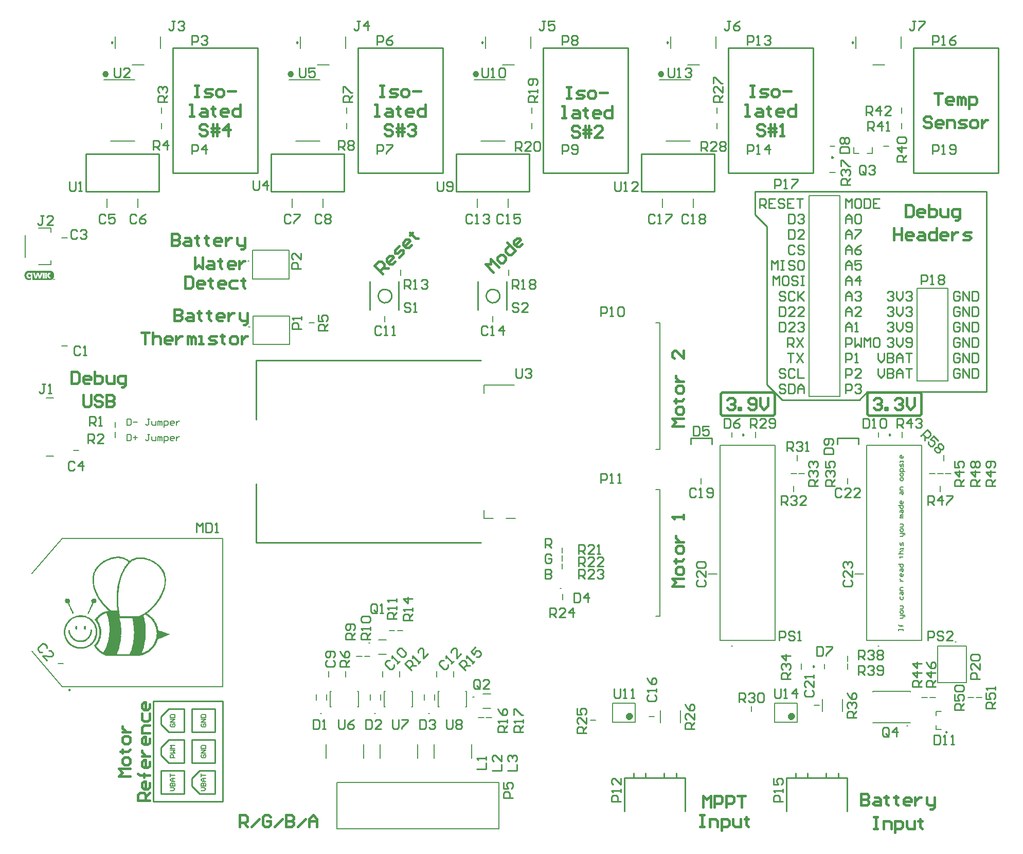
<source format=gto>
G04*
G04 #@! TF.GenerationSoftware,Altium Limited,Altium Designer,22.10.1 (41)*
G04*
G04 Layer_Color=65535*
%FSLAX25Y25*%
%MOIN*%
G70*
G04*
G04 #@! TF.SameCoordinates,F9F3A06B-563E-4FCB-9898-75D578650021*
G04*
G04*
G04 #@! TF.FilePolarity,Positive*
G04*
G01*
G75*
%ADD10C,0.00787*%
%ADD11C,0.00984*%
%ADD12C,0.02362*%
%ADD13C,0.02000*%
%ADD14C,0.01000*%
%ADD15C,0.01500*%
%ADD16C,0.00600*%
%ADD17C,0.00500*%
G36*
X29903Y389006D02*
X29997D01*
Y388983D01*
X30044D01*
Y388960D01*
X30091D01*
Y388936D01*
X30138D01*
Y388913D01*
X30185D01*
Y388889D01*
X30209D01*
Y388865D01*
X30232D01*
Y388842D01*
X30255D01*
Y388819D01*
X30279D01*
Y388795D01*
X30303D01*
Y388772D01*
X30326D01*
Y388748D01*
X30349D01*
Y388701D01*
X30373D01*
Y388678D01*
X30397D01*
Y388631D01*
X30420D01*
Y388583D01*
X30444D01*
Y388513D01*
X30467D01*
Y388442D01*
X30490D01*
Y388325D01*
X30514D01*
Y387949D01*
X30490D01*
Y387831D01*
X30467D01*
Y387761D01*
X30444D01*
Y387690D01*
X30420D01*
Y387644D01*
X30397D01*
Y387597D01*
X30373D01*
Y387549D01*
X30349D01*
Y387526D01*
X30326D01*
Y387503D01*
X30303D01*
Y387479D01*
X30279D01*
Y387432D01*
X30255D01*
Y387408D01*
X30209D01*
Y387385D01*
X30185D01*
Y387362D01*
X30161D01*
Y387338D01*
X30114D01*
Y387315D01*
X30068D01*
Y387291D01*
X30020D01*
Y387267D01*
X29950D01*
Y387244D01*
X29809D01*
Y387221D01*
X29668D01*
Y387244D01*
X29527D01*
Y387267D01*
X29456D01*
Y387291D01*
X29410D01*
Y387315D01*
X29362D01*
Y387338D01*
X29316D01*
Y387362D01*
X29292D01*
Y387385D01*
X29269D01*
Y387408D01*
X29245D01*
Y387432D01*
X29198D01*
Y387479D01*
X29175D01*
Y387503D01*
X29151D01*
Y387526D01*
X29127D01*
Y387549D01*
X29104D01*
Y387597D01*
X29081D01*
Y387644D01*
X29057D01*
Y387690D01*
X29033D01*
Y387737D01*
X29010D01*
Y387831D01*
X28986D01*
Y387926D01*
X28963D01*
Y388325D01*
X28986D01*
Y388442D01*
X29010D01*
Y388513D01*
X29033D01*
Y388583D01*
X29057D01*
Y388631D01*
X29081D01*
Y388678D01*
X29104D01*
Y388701D01*
X29127D01*
Y388748D01*
X29151D01*
Y388772D01*
X29175D01*
Y388795D01*
X29198D01*
Y388819D01*
X29221D01*
Y388842D01*
X29245D01*
Y388865D01*
X29269D01*
Y388889D01*
X29292D01*
Y388913D01*
X29339D01*
Y388936D01*
X29386D01*
Y388960D01*
X29433D01*
Y388983D01*
X29480D01*
Y389006D01*
X29574D01*
Y389030D01*
X29903D01*
Y389006D01*
D02*
G37*
G36*
X45719Y386233D02*
X45812D01*
Y386210D01*
X45860D01*
Y386187D01*
X45906D01*
Y386163D01*
X45954D01*
Y386139D01*
X45977D01*
Y386116D01*
X46000D01*
Y386092D01*
X46024D01*
Y386069D01*
X46047D01*
Y386046D01*
X46071D01*
Y386022D01*
X46095D01*
Y385999D01*
X46118D01*
Y385951D01*
X46141D01*
Y385905D01*
X46165D01*
Y385858D01*
X46189D01*
Y385740D01*
X46212D01*
Y385576D01*
X46189D01*
Y385482D01*
X46165D01*
Y385411D01*
X46141D01*
Y385364D01*
X46118D01*
Y385340D01*
X46095D01*
Y385294D01*
X46071D01*
Y385270D01*
X46047D01*
Y385246D01*
X46024D01*
Y385223D01*
X46000D01*
Y385199D01*
X45977D01*
Y385176D01*
X45954D01*
Y385153D01*
X45906D01*
Y385129D01*
X45860D01*
Y385105D01*
X45812D01*
Y385082D01*
X45695D01*
Y385058D01*
X45507D01*
Y385082D01*
X45413D01*
Y385105D01*
X45366D01*
Y385129D01*
X45319D01*
Y385153D01*
X45272D01*
Y385176D01*
X45248D01*
Y385199D01*
X45225D01*
Y385223D01*
X45202D01*
Y385246D01*
X45178D01*
Y385270D01*
X45155D01*
Y385294D01*
X45131D01*
Y385317D01*
X45107D01*
Y385364D01*
X45084D01*
Y385411D01*
X45061D01*
Y385482D01*
X45037D01*
Y385576D01*
X45013D01*
Y385740D01*
X45037D01*
Y385834D01*
X45061D01*
Y385905D01*
X45084D01*
Y385951D01*
X45107D01*
Y385999D01*
X45131D01*
Y386022D01*
X45155D01*
Y386046D01*
X45178D01*
Y386069D01*
X45202D01*
Y386092D01*
X45225D01*
Y386116D01*
X45248D01*
Y386139D01*
X45272D01*
Y386163D01*
X45319D01*
Y386187D01*
X45366D01*
Y386210D01*
X45413D01*
Y386233D01*
X45507D01*
Y386257D01*
X45719D01*
Y386233D01*
D02*
G37*
G36*
X42969Y391286D02*
X43134D01*
Y391263D01*
X43251D01*
Y391239D01*
X43369D01*
Y391215D01*
X43439D01*
Y391192D01*
X43533D01*
Y391168D01*
X43604D01*
Y391145D01*
X43674D01*
Y391122D01*
X43745D01*
Y391098D01*
X43791D01*
Y391074D01*
X43862D01*
Y391051D01*
X43909D01*
Y391027D01*
X43956D01*
Y391004D01*
X44003D01*
Y390981D01*
X44050D01*
Y390957D01*
X44097D01*
Y390933D01*
X44144D01*
Y390910D01*
X44191D01*
Y390886D01*
X44214D01*
Y390863D01*
X44262D01*
Y390840D01*
X44285D01*
Y390816D01*
X44332D01*
Y390792D01*
X44379D01*
Y390769D01*
X44403D01*
Y390745D01*
X44426D01*
Y390722D01*
X44473D01*
Y390699D01*
X44497D01*
Y390675D01*
X44520D01*
Y390651D01*
X44567D01*
Y390628D01*
X44590D01*
Y390604D01*
X44614D01*
Y390581D01*
X44638D01*
Y390558D01*
X44661D01*
Y390534D01*
X44708D01*
Y390511D01*
X44732D01*
Y390487D01*
X44755D01*
Y390463D01*
X44778D01*
Y390440D01*
X44802D01*
Y390417D01*
X44826D01*
Y390393D01*
X44849D01*
Y390370D01*
X44872D01*
Y390346D01*
X44896D01*
Y390322D01*
X44919D01*
Y390299D01*
X44943D01*
Y390276D01*
X44967D01*
Y390229D01*
X44990D01*
Y390205D01*
X45013D01*
Y390181D01*
X45037D01*
Y390158D01*
X45061D01*
Y390135D01*
X45084D01*
Y390088D01*
X45107D01*
Y390064D01*
X45131D01*
Y390040D01*
X45155D01*
Y389994D01*
X45178D01*
Y389970D01*
X45202D01*
Y389923D01*
X45225D01*
Y389899D01*
X45248D01*
Y389852D01*
X45272D01*
Y389829D01*
X45296D01*
Y389782D01*
X45319D01*
Y389735D01*
X45342D01*
Y389711D01*
X45366D01*
Y389665D01*
X45390D01*
Y389617D01*
X45413D01*
Y389570D01*
X45436D01*
Y389524D01*
X45460D01*
Y389476D01*
X45483D01*
Y389429D01*
X45507D01*
Y389359D01*
X45531D01*
Y389312D01*
X45554D01*
Y389242D01*
X45577D01*
Y389171D01*
X45601D01*
Y389101D01*
X45625D01*
Y389006D01*
X45648D01*
Y388936D01*
X45671D01*
Y388819D01*
X45695D01*
Y388701D01*
X45719D01*
Y388513D01*
X45742D01*
Y387831D01*
X45719D01*
Y387667D01*
X45695D01*
Y387549D01*
X45671D01*
Y387432D01*
X45648D01*
Y387338D01*
X45625D01*
Y387267D01*
X45601D01*
Y387197D01*
X45577D01*
Y387126D01*
X45554D01*
Y387056D01*
X45531D01*
Y387009D01*
X45507D01*
Y386939D01*
X45483D01*
Y386892D01*
X45460D01*
Y386844D01*
X45436D01*
Y386797D01*
X45413D01*
Y386751D01*
X45390D01*
Y386703D01*
X45366D01*
Y386656D01*
X45342D01*
Y386610D01*
X45319D01*
Y386586D01*
X45296D01*
Y386539D01*
X45272D01*
Y386492D01*
X45248D01*
Y386469D01*
X45225D01*
Y386421D01*
X45202D01*
Y386398D01*
X45178D01*
Y386351D01*
X45155D01*
Y386328D01*
X45131D01*
Y386304D01*
X45107D01*
Y386257D01*
X45084D01*
Y386233D01*
X45061D01*
Y386210D01*
X45037D01*
Y386187D01*
X45013D01*
Y386139D01*
X44990D01*
Y386116D01*
X44967D01*
Y386092D01*
X44943D01*
Y386069D01*
X44919D01*
Y386046D01*
X44896D01*
Y386022D01*
X44872D01*
Y385999D01*
X44849D01*
Y385975D01*
X44826D01*
Y385951D01*
X44802D01*
Y385928D01*
X44778D01*
Y385905D01*
X44755D01*
Y385881D01*
X44732D01*
Y385858D01*
X44708D01*
Y385834D01*
X44684D01*
Y385810D01*
X44661D01*
Y385787D01*
X44614D01*
Y385764D01*
X44590D01*
Y385740D01*
X44567D01*
Y385717D01*
X44543D01*
Y385693D01*
X44497D01*
Y385669D01*
X44473D01*
Y385646D01*
X44449D01*
Y385623D01*
X44403D01*
Y385599D01*
X44379D01*
Y385576D01*
X44332D01*
Y385552D01*
X44309D01*
Y385528D01*
X44262D01*
Y385505D01*
X44238D01*
Y385482D01*
X44191D01*
Y385458D01*
X44144D01*
Y385435D01*
X44097D01*
Y385411D01*
X44074D01*
Y385387D01*
X44026D01*
Y385364D01*
X43979D01*
Y385340D01*
X43909D01*
Y385317D01*
X43862D01*
Y385294D01*
X43815D01*
Y385270D01*
X43745D01*
Y385246D01*
X43698D01*
Y385223D01*
X43627D01*
Y385199D01*
X43556D01*
Y385176D01*
X43486D01*
Y385153D01*
X43392D01*
Y385129D01*
X43298D01*
Y385105D01*
X43181D01*
Y385082D01*
X43016D01*
Y385058D01*
X42711D01*
Y385035D01*
X31712D01*
Y389947D01*
X30514D01*
Y389500D01*
X30490D01*
Y389524D01*
X30467D01*
Y389547D01*
X30444D01*
Y389570D01*
X30420D01*
Y389594D01*
X30397D01*
Y389617D01*
X30373D01*
Y389641D01*
X30349D01*
Y389665D01*
X30326D01*
Y389688D01*
X30303D01*
Y389711D01*
X30279D01*
Y389735D01*
X30232D01*
Y389758D01*
X30209D01*
Y389782D01*
X30161D01*
Y389806D01*
X30138D01*
Y389829D01*
X30091D01*
Y389852D01*
X30044D01*
Y389876D01*
X29997D01*
Y389899D01*
X29926D01*
Y389923D01*
X29856D01*
Y389947D01*
X29762D01*
Y389970D01*
X29645D01*
Y389994D01*
X29175D01*
Y389970D01*
X29033D01*
Y389947D01*
X28940D01*
Y389923D01*
X28869D01*
Y389899D01*
X28798D01*
Y389876D01*
X28752D01*
Y389852D01*
X28681D01*
Y389829D01*
X28634D01*
Y389806D01*
X28587D01*
Y389782D01*
X28563D01*
Y389758D01*
X28517D01*
Y389735D01*
X28493D01*
Y389711D01*
X28446D01*
Y389688D01*
X28422D01*
Y389665D01*
X28399D01*
Y389641D01*
X28352D01*
Y389617D01*
X28328D01*
Y389594D01*
X28305D01*
Y389570D01*
X28282D01*
Y389547D01*
X28258D01*
Y389524D01*
X28234D01*
Y389500D01*
X28211D01*
Y389476D01*
X28188D01*
Y389453D01*
X28164D01*
Y389406D01*
X28141D01*
Y389383D01*
X28117D01*
Y389359D01*
X28093D01*
Y389312D01*
X28070D01*
Y389288D01*
X28047D01*
Y389242D01*
X28023D01*
Y389194D01*
X27999D01*
Y389171D01*
X27976D01*
Y389124D01*
X27953D01*
Y389054D01*
X27929D01*
Y389006D01*
X27905D01*
Y388936D01*
X27882D01*
Y388865D01*
X27858D01*
Y388795D01*
X27835D01*
Y388701D01*
X27812D01*
Y388583D01*
X27788D01*
Y388419D01*
X27764D01*
Y387902D01*
X27788D01*
Y387737D01*
X27812D01*
Y387620D01*
X27835D01*
Y387526D01*
X27858D01*
Y387456D01*
X27882D01*
Y387385D01*
X27905D01*
Y387315D01*
X27929D01*
Y387267D01*
X27953D01*
Y387197D01*
X27976D01*
Y387150D01*
X27999D01*
Y387103D01*
X28023D01*
Y387080D01*
X28047D01*
Y387033D01*
X28070D01*
Y386985D01*
X28093D01*
Y386962D01*
X28117D01*
Y386939D01*
X28141D01*
Y386892D01*
X28164D01*
Y386868D01*
X28188D01*
Y386844D01*
X28211D01*
Y386821D01*
X28234D01*
Y386797D01*
X28258D01*
Y386751D01*
X28305D01*
Y386727D01*
X28328D01*
Y386703D01*
X28352D01*
Y386680D01*
X28376D01*
Y386656D01*
X28399D01*
Y386633D01*
X28422D01*
Y386610D01*
X28469D01*
Y386586D01*
X28493D01*
Y386562D01*
X28517D01*
Y386539D01*
X28563D01*
Y386515D01*
X28611D01*
Y386492D01*
X28657D01*
Y386469D01*
X28705D01*
Y386445D01*
X28752D01*
Y386421D01*
X28798D01*
Y386398D01*
X28869D01*
Y386374D01*
X28940D01*
Y386351D01*
X29033D01*
Y386328D01*
X29151D01*
Y386304D01*
X29715D01*
Y386328D01*
X29809D01*
Y386351D01*
X29903D01*
Y386374D01*
X29974D01*
Y386398D01*
X30020D01*
Y386421D01*
X30068D01*
Y386445D01*
X30114D01*
Y386469D01*
X30161D01*
Y386492D01*
X30185D01*
Y386515D01*
X30232D01*
Y386539D01*
X30255D01*
Y386562D01*
X30303D01*
Y386586D01*
X30326D01*
Y386610D01*
X30349D01*
Y386633D01*
X30373D01*
Y386656D01*
X30397D01*
Y386680D01*
X30420D01*
Y386703D01*
X30444D01*
Y386727D01*
X30467D01*
Y386751D01*
X30490D01*
Y386797D01*
X30514D01*
Y385035D01*
X29433D01*
Y385058D01*
X29151D01*
Y385082D01*
X28986D01*
Y385105D01*
X28869D01*
Y385129D01*
X28775D01*
Y385153D01*
X28681D01*
Y385176D01*
X28611D01*
Y385199D01*
X28540D01*
Y385223D01*
X28469D01*
Y385246D01*
X28399D01*
Y385270D01*
X28352D01*
Y385294D01*
X28305D01*
Y385317D01*
X28234D01*
Y385340D01*
X28188D01*
Y385364D01*
X28141D01*
Y385387D01*
X28093D01*
Y385411D01*
X28047D01*
Y385435D01*
X28023D01*
Y385458D01*
X27976D01*
Y385482D01*
X27929D01*
Y385505D01*
X27882D01*
Y385528D01*
X27858D01*
Y385552D01*
X27812D01*
Y385576D01*
X27788D01*
Y385599D01*
X27741D01*
Y385623D01*
X27718D01*
Y385646D01*
X27694D01*
Y385669D01*
X27647D01*
Y385693D01*
X27624D01*
Y385717D01*
X27600D01*
Y385740D01*
X27553D01*
Y385764D01*
X27529D01*
Y385787D01*
X27506D01*
Y385810D01*
X27483D01*
Y385834D01*
X27459D01*
Y385858D01*
X27435D01*
Y385881D01*
X27412D01*
Y385905D01*
X27389D01*
Y385928D01*
X27365D01*
Y385951D01*
X27341D01*
Y385975D01*
X27318D01*
Y385999D01*
X27294D01*
Y386022D01*
X27271D01*
Y386046D01*
X27248D01*
Y386069D01*
X27224D01*
Y386092D01*
X27200D01*
Y386116D01*
X27177D01*
Y386139D01*
X27154D01*
Y386163D01*
X27130D01*
Y386187D01*
X27106D01*
Y386233D01*
X27083D01*
Y386257D01*
X27060D01*
Y386280D01*
X27036D01*
Y386328D01*
X27013D01*
Y386351D01*
X26989D01*
Y386374D01*
X26965D01*
Y386421D01*
X26942D01*
Y386445D01*
X26919D01*
Y386492D01*
X26895D01*
Y386515D01*
X26871D01*
Y386562D01*
X26848D01*
Y386610D01*
X26825D01*
Y386656D01*
X26801D01*
Y386680D01*
X26777D01*
Y386727D01*
X26754D01*
Y386774D01*
X26730D01*
Y386821D01*
X26707D01*
Y386868D01*
X26684D01*
Y386939D01*
X26660D01*
Y386985D01*
X26636D01*
Y387033D01*
X26613D01*
Y387103D01*
X26590D01*
Y387174D01*
X26566D01*
Y387244D01*
X26542D01*
Y387315D01*
X26519D01*
Y387408D01*
X26496D01*
Y387503D01*
X26472D01*
Y387620D01*
X26449D01*
Y387785D01*
X26425D01*
Y388113D01*
X26401D01*
Y388254D01*
X26425D01*
Y388583D01*
X26449D01*
Y388724D01*
X26472D01*
Y388842D01*
X26496D01*
Y388960D01*
X26519D01*
Y389030D01*
X26542D01*
Y389124D01*
X26566D01*
Y389194D01*
X26590D01*
Y389265D01*
X26613D01*
Y389312D01*
X26636D01*
Y389383D01*
X26660D01*
Y389429D01*
X26684D01*
Y389476D01*
X26707D01*
Y389524D01*
X26730D01*
Y389594D01*
X26754D01*
Y389617D01*
X26777D01*
Y389665D01*
X26801D01*
Y389711D01*
X26825D01*
Y389758D01*
X26848D01*
Y389806D01*
X26871D01*
Y389829D01*
X26895D01*
Y389876D01*
X26919D01*
Y389899D01*
X26942D01*
Y389947D01*
X26965D01*
Y389970D01*
X26989D01*
Y390017D01*
X27013D01*
Y390040D01*
X27036D01*
Y390064D01*
X27060D01*
Y390111D01*
X27083D01*
Y390135D01*
X27106D01*
Y390158D01*
X27130D01*
Y390181D01*
X27154D01*
Y390229D01*
X27177D01*
Y390252D01*
X27200D01*
Y390276D01*
X27224D01*
Y390299D01*
X27248D01*
Y390322D01*
X27271D01*
Y390346D01*
X27294D01*
Y390370D01*
X27318D01*
Y390393D01*
X27341D01*
Y390417D01*
X27365D01*
Y390440D01*
X27389D01*
Y390463D01*
X27412D01*
Y390487D01*
X27435D01*
Y390511D01*
X27459D01*
Y390534D01*
X27483D01*
Y390558D01*
X27506D01*
Y390581D01*
X27553D01*
Y390604D01*
X27577D01*
Y390628D01*
X27600D01*
Y390651D01*
X27624D01*
Y390675D01*
X27670D01*
Y390699D01*
X27694D01*
Y390722D01*
X27718D01*
Y390745D01*
X27764D01*
Y390769D01*
X27788D01*
Y390792D01*
X27835D01*
Y390816D01*
X27858D01*
Y390840D01*
X27905D01*
Y390863D01*
X27953D01*
Y390886D01*
X27976D01*
Y390910D01*
X28023D01*
Y390933D01*
X28070D01*
Y390957D01*
X28117D01*
Y390981D01*
X28164D01*
Y391004D01*
X28211D01*
Y391027D01*
X28258D01*
Y391051D01*
X28305D01*
Y391074D01*
X28376D01*
Y391098D01*
X28422D01*
Y391122D01*
X28493D01*
Y391145D01*
X28563D01*
Y391168D01*
X28634D01*
Y391192D01*
X28705D01*
Y391215D01*
X28798D01*
Y391239D01*
X28916D01*
Y391263D01*
X29033D01*
Y391286D01*
X29198D01*
Y391309D01*
X42969D01*
Y391286D01*
D02*
G37*
G36*
X72090Y178798D02*
X72672D01*
Y178652D01*
X72817D01*
Y178361D01*
X72962D01*
Y178071D01*
X73108D01*
Y177635D01*
X73253D01*
Y177344D01*
X73108D01*
Y176908D01*
X72962D01*
Y176617D01*
X72817D01*
Y176326D01*
X72672D01*
Y176181D01*
X72381D01*
Y176035D01*
X72090D01*
Y175890D01*
X71654D01*
Y175745D01*
X71072D01*
Y175309D01*
X70927D01*
Y175163D01*
X70781D01*
Y174727D01*
X70636D01*
Y174582D01*
X70491D01*
Y174000D01*
X70345D01*
Y173855D01*
X70200D01*
Y173709D01*
Y173564D01*
Y173418D01*
X70055D01*
Y173128D01*
X69909D01*
Y172837D01*
X69764D01*
Y172546D01*
X69618D01*
Y172255D01*
X69473D01*
Y171965D01*
X69328D01*
Y171528D01*
X69182D01*
Y171383D01*
X69037D01*
Y170947D01*
X68892D01*
Y170511D01*
X68746D01*
Y170365D01*
X68601D01*
Y169929D01*
X68455D01*
Y169784D01*
X68310D01*
Y169348D01*
X68165D01*
Y169057D01*
X68019D01*
Y168912D01*
X67729D01*
Y169057D01*
X67583D01*
Y169202D01*
X67438D01*
Y169639D01*
X67583D01*
Y169929D01*
X67729D01*
Y170365D01*
X67874D01*
Y170656D01*
X68019D01*
Y170947D01*
X68165D01*
Y171092D01*
X68310D01*
Y171674D01*
X68455D01*
Y171819D01*
X68601D01*
Y172255D01*
X68746D01*
Y172546D01*
X68892D01*
Y172837D01*
X69037D01*
Y173418D01*
X69182D01*
Y173709D01*
X69328D01*
Y174000D01*
X69473D01*
Y174145D01*
X69618D01*
Y174727D01*
X69764D01*
Y174872D01*
X69909D01*
Y175309D01*
X70055D01*
Y175599D01*
X70200D01*
Y175890D01*
X70345D01*
Y176326D01*
X69909D01*
Y177344D01*
X69764D01*
Y177925D01*
X69909D01*
Y178361D01*
X70200D01*
Y178652D01*
X70491D01*
Y178798D01*
X71072D01*
Y178943D01*
X71799D01*
Y178798D01*
X71945D01*
Y178943D01*
X72090D01*
Y178798D01*
D02*
G37*
G36*
X55080D02*
X55371D01*
Y178652D01*
X55516D01*
Y178507D01*
X55661D01*
Y178216D01*
X55807D01*
Y177635D01*
X55952D01*
Y177489D01*
X55807D01*
Y177199D01*
X55952D01*
Y177053D01*
X55807D01*
Y176326D01*
X55371D01*
Y175890D01*
X55516D01*
Y175454D01*
X55661D01*
Y175309D01*
X55807D01*
Y174727D01*
X55952D01*
Y174436D01*
X56098D01*
Y174145D01*
X56243D01*
Y173855D01*
X56388D01*
Y173564D01*
X56534D01*
Y173418D01*
X56679D01*
Y172982D01*
X56825D01*
Y172692D01*
X56970D01*
Y172255D01*
X57115D01*
Y172110D01*
X57261D01*
Y171819D01*
X57406D01*
Y171674D01*
X57551D01*
Y171092D01*
X57697D01*
Y170947D01*
X57842D01*
Y170656D01*
X57988D01*
Y170365D01*
X58133D01*
Y170075D01*
X58279D01*
Y169348D01*
X58133D01*
Y169202D01*
X57988D01*
Y169057D01*
X57842D01*
Y169202D01*
X57406D01*
Y169639D01*
X57261D01*
Y170075D01*
X57115D01*
Y170365D01*
X56970D01*
Y170656D01*
X56825D01*
Y170947D01*
X56679D01*
Y171383D01*
X56534D01*
Y171528D01*
X56388D01*
Y171965D01*
X56243D01*
Y172255D01*
X56098D01*
Y172692D01*
X55952D01*
Y172837D01*
X55807D01*
Y173418D01*
X55661D01*
Y173564D01*
X55516D01*
Y174000D01*
X55371D01*
Y174291D01*
X55225D01*
Y174582D01*
X55080D01*
Y175018D01*
X54935D01*
Y175163D01*
X54789D01*
Y175599D01*
X54644D01*
Y175890D01*
X54353D01*
Y175745D01*
X54208D01*
Y175890D01*
X53626D01*
Y176035D01*
X53481D01*
Y176181D01*
X53045D01*
Y176617D01*
X52899D01*
Y177053D01*
X52754D01*
Y177925D01*
X52899D01*
Y178361D01*
X53045D01*
Y178798D01*
X54062D01*
Y178943D01*
X55080D01*
Y178798D01*
D02*
G37*
G36*
X63512Y168039D02*
X64239D01*
Y167894D01*
X65693D01*
Y167748D01*
X66129D01*
Y167603D01*
X66420D01*
Y167458D01*
X66711D01*
Y167312D01*
X67147D01*
Y167167D01*
X67292D01*
Y167022D01*
X67729D01*
Y166876D01*
X67874D01*
Y166731D01*
X68310D01*
Y166585D01*
X68455D01*
Y166440D01*
X68892D01*
Y166149D01*
X69182D01*
Y166004D01*
X69473D01*
Y165858D01*
X69618D01*
Y165713D01*
X69909D01*
Y165422D01*
X70200D01*
Y165277D01*
X70345D01*
Y165131D01*
X70636D01*
Y164986D01*
X70781D01*
Y164695D01*
X70927D01*
Y164550D01*
X71072D01*
Y164259D01*
X71363D01*
Y163969D01*
X71509D01*
Y163823D01*
X71654D01*
Y163532D01*
X71799D01*
Y163242D01*
X72090D01*
Y162951D01*
X72235D01*
Y162805D01*
X72381D01*
Y162515D01*
X72526D01*
Y162369D01*
X72672D01*
Y161933D01*
X72817D01*
Y161642D01*
X72962D01*
Y161206D01*
X73108D01*
Y160915D01*
X73253D01*
Y160479D01*
X73399D01*
Y159752D01*
X73544D01*
Y158589D01*
X73689D01*
Y155972D01*
X73544D01*
Y154955D01*
X73399D01*
Y154228D01*
X73253D01*
Y153646D01*
X73108D01*
Y153065D01*
X72962D01*
Y152774D01*
X72817D01*
Y152483D01*
X72672D01*
Y152047D01*
X72526D01*
Y151901D01*
X72381D01*
Y151611D01*
X72235D01*
Y151465D01*
X72090D01*
Y151320D01*
X71945D01*
Y151175D01*
X71799D01*
Y150884D01*
X71654D01*
Y150593D01*
X71363D01*
Y150302D01*
X71218D01*
Y150157D01*
X71072D01*
Y150012D01*
X70927D01*
Y149721D01*
X70781D01*
Y149575D01*
X70636D01*
Y149430D01*
X70345D01*
Y149139D01*
X70200D01*
Y148994D01*
X70055D01*
Y148848D01*
X69909D01*
Y148703D01*
X69618D01*
Y148558D01*
X69473D01*
Y148412D01*
X69182D01*
Y148267D01*
X69037D01*
Y148122D01*
X68601D01*
Y147976D01*
X68310D01*
Y147831D01*
X68019D01*
Y147540D01*
X67583D01*
Y147395D01*
X67438D01*
Y147249D01*
X67001D01*
Y147104D01*
X66711D01*
Y146958D01*
X66129D01*
Y146813D01*
X65402D01*
Y146668D01*
X64094D01*
Y146522D01*
X63658D01*
Y146377D01*
X62059D01*
Y146522D01*
X61477D01*
Y146668D01*
X60314D01*
Y146813D01*
X59587D01*
Y146958D01*
X59151D01*
Y147104D01*
X58860D01*
Y147249D01*
X58424D01*
Y147395D01*
X58279D01*
Y147540D01*
X57842D01*
Y147685D01*
X57697D01*
Y147831D01*
X57261D01*
Y147976D01*
X57115D01*
Y148122D01*
X56679D01*
Y148267D01*
X56534D01*
Y148412D01*
X56388D01*
Y148558D01*
X56098D01*
Y148703D01*
X55952D01*
Y148848D01*
X55807D01*
Y148994D01*
X55661D01*
Y149139D01*
X55516D01*
Y149285D01*
X55371D01*
Y149430D01*
X55225D01*
Y149575D01*
X55080D01*
Y149721D01*
X54935D01*
Y149866D01*
X54789D01*
Y150012D01*
X54644D01*
Y150157D01*
X54498D01*
Y150302D01*
X54353D01*
Y150448D01*
X54208D01*
Y150739D01*
X54062D01*
Y150884D01*
X53917D01*
Y151175D01*
X53772D01*
Y151320D01*
X53626D01*
Y151611D01*
X53481D01*
Y151901D01*
X53335D01*
Y152192D01*
X53190D01*
Y152483D01*
X53045D01*
Y152774D01*
X52899D01*
Y153355D01*
X52754D01*
Y153646D01*
X52609D01*
Y154228D01*
X52463D01*
Y154373D01*
X52318D01*
Y155245D01*
X52172D01*
Y155536D01*
X52027D01*
Y158735D01*
X52172D01*
Y159461D01*
X52318D01*
Y160188D01*
X52463D01*
Y160479D01*
X52609D01*
Y161061D01*
X52754D01*
Y161206D01*
X52899D01*
Y161642D01*
X53045D01*
Y162078D01*
X53335D01*
Y162515D01*
X53481D01*
Y162660D01*
X53626D01*
Y162951D01*
X53772D01*
Y163242D01*
X53917D01*
Y163532D01*
X54208D01*
Y163823D01*
X54353D01*
Y163969D01*
X54498D01*
Y164259D01*
X54644D01*
Y164405D01*
X54789D01*
Y164550D01*
X54935D01*
Y164841D01*
X55080D01*
Y164986D01*
X55225D01*
Y165131D01*
X55516D01*
Y165422D01*
X55807D01*
Y165568D01*
X55952D01*
Y165713D01*
X56098D01*
Y165858D01*
X56388D01*
Y166004D01*
X56534D01*
Y166149D01*
X56825D01*
Y166295D01*
X56970D01*
Y166440D01*
X57261D01*
Y166585D01*
X57551D01*
Y166731D01*
X57842D01*
Y166876D01*
X58133D01*
Y167022D01*
X58279D01*
Y167167D01*
X58569D01*
Y167312D01*
X59151D01*
Y167458D01*
X59442D01*
Y167603D01*
X59587D01*
Y167458D01*
X59732D01*
Y167603D01*
X60023D01*
Y167748D01*
X60459D01*
Y167894D01*
X61768D01*
Y168039D01*
X62495D01*
Y168185D01*
X63512D01*
Y168039D01*
D02*
G37*
G36*
X88664Y205985D02*
X89536D01*
Y205839D01*
X89827D01*
Y205694D01*
X90118D01*
Y205549D01*
X90845D01*
Y205403D01*
X91135D01*
Y205258D01*
X91426D01*
Y205112D01*
X91717D01*
Y204967D01*
X92008D01*
Y204821D01*
X92299D01*
Y204676D01*
X92735D01*
Y204531D01*
X92880D01*
Y204385D01*
X93171D01*
Y204095D01*
X93462D01*
Y203949D01*
X93607D01*
Y203804D01*
X93898D01*
Y203513D01*
X94334D01*
Y203368D01*
X95061D01*
Y203513D01*
X95206D01*
Y203659D01*
X95351D01*
Y203804D01*
X95642D01*
Y204095D01*
X95933D01*
Y204240D01*
X96078D01*
Y204385D01*
X96369D01*
Y204531D01*
X96660D01*
Y204676D01*
X97096D01*
Y204821D01*
X97387D01*
Y204967D01*
X97969D01*
Y205112D01*
X98114D01*
Y205258D01*
X98550D01*
Y205403D01*
X98986D01*
Y205549D01*
X100295D01*
Y205694D01*
X103493D01*
Y205549D01*
X104365D01*
Y205403D01*
X104656D01*
Y205258D01*
X105238D01*
Y205112D01*
X105528D01*
Y204967D01*
X106110D01*
Y204821D01*
X106401D01*
Y204676D01*
X107128D01*
Y204531D01*
X107419D01*
Y204385D01*
X107855D01*
Y204240D01*
X108000D01*
Y204095D01*
X108291D01*
Y203949D01*
X108581D01*
Y203804D01*
X108872D01*
Y203659D01*
X109163D01*
Y203513D01*
X109454D01*
Y203368D01*
X109890D01*
Y203222D01*
X110035D01*
Y203077D01*
X110471D01*
Y202931D01*
X110617D01*
Y202786D01*
X111053D01*
Y202495D01*
X111344D01*
Y202350D01*
X111489D01*
Y202205D01*
X111780D01*
Y202059D01*
X111925D01*
Y201914D01*
X112216D01*
Y201768D01*
X112362D01*
Y201623D01*
X112507D01*
Y201478D01*
X112652D01*
Y201332D01*
X112943D01*
Y201187D01*
X113089D01*
Y201042D01*
X113234D01*
Y200896D01*
X113525D01*
Y200751D01*
X113670D01*
Y200605D01*
X113815D01*
Y200460D01*
X113961D01*
Y200315D01*
X114106D01*
Y200169D01*
X114251D01*
Y200024D01*
X114397D01*
Y199733D01*
X114688D01*
Y199442D01*
X114979D01*
Y199152D01*
X115124D01*
Y199006D01*
X115269D01*
Y198861D01*
X115415D01*
Y198570D01*
X115705D01*
Y198134D01*
X115996D01*
Y197988D01*
X116141D01*
Y197843D01*
X116287D01*
Y197552D01*
X116432D01*
Y197407D01*
X116578D01*
Y197116D01*
X116723D01*
Y196825D01*
X116868D01*
Y196389D01*
X117014D01*
Y196098D01*
X117159D01*
Y195662D01*
X117305D01*
Y195517D01*
X117450D01*
Y194790D01*
X117595D01*
Y194499D01*
X117741D01*
Y193627D01*
X117886D01*
Y192609D01*
X118032D01*
Y192028D01*
X118177D01*
Y189701D01*
X118032D01*
Y188248D01*
X117886D01*
Y187230D01*
X117741D01*
Y186067D01*
X117595D01*
Y185776D01*
X117450D01*
Y185195D01*
X117305D01*
Y185049D01*
X117159D01*
Y184322D01*
X117014D01*
Y184177D01*
X116868D01*
Y183595D01*
X116723D01*
Y183305D01*
X116578D01*
Y182869D01*
X116432D01*
Y182432D01*
X116287D01*
Y182141D01*
X116141D01*
Y181851D01*
X115996D01*
Y181415D01*
X115851D01*
Y181124D01*
X115705D01*
Y180688D01*
X115560D01*
Y180542D01*
X115415D01*
Y180252D01*
X115269D01*
Y179961D01*
X115124D01*
Y179670D01*
X114979D01*
Y179379D01*
X114833D01*
Y179088D01*
X114688D01*
Y178798D01*
X114542D01*
Y178652D01*
X114397D01*
Y178361D01*
X114251D01*
Y178216D01*
X114106D01*
Y177925D01*
X113961D01*
Y177780D01*
X113815D01*
Y177489D01*
X113525D01*
Y177199D01*
X113379D01*
Y176908D01*
X113234D01*
Y176762D01*
X113089D01*
Y176617D01*
X112943D01*
Y176326D01*
X112798D01*
Y176181D01*
X112652D01*
Y175890D01*
X112362D01*
Y175599D01*
X112216D01*
Y175309D01*
X112071D01*
Y175163D01*
X111925D01*
Y175018D01*
X111780D01*
Y174872D01*
X111635D01*
Y174582D01*
X111489D01*
Y174436D01*
X111344D01*
Y174291D01*
X111198D01*
Y174145D01*
X111053D01*
Y173855D01*
X110762D01*
Y173564D01*
X110471D01*
Y173418D01*
X110181D01*
Y173128D01*
X109890D01*
Y172837D01*
X109599D01*
Y172546D01*
X109454D01*
Y172401D01*
X109309D01*
Y172255D01*
X109163D01*
Y172110D01*
X109018D01*
Y171965D01*
X108872D01*
Y171674D01*
X108581D01*
Y171383D01*
X108291D01*
Y171092D01*
X108000D01*
Y170947D01*
X107855D01*
Y170801D01*
X107709D01*
Y170656D01*
X107419D01*
Y170365D01*
X107128D01*
Y170220D01*
X106982D01*
Y170075D01*
X106837D01*
Y169929D01*
X106692D01*
Y169784D01*
X106401D01*
Y169639D01*
X106255D01*
Y169493D01*
X105965D01*
Y169348D01*
X105819D01*
Y169057D01*
X106110D01*
Y168912D01*
X106401D01*
Y168766D01*
X106692D01*
Y168621D01*
X106837D01*
Y168475D01*
X107128D01*
Y168330D01*
X107273D01*
Y168185D01*
X107419D01*
Y168039D01*
X107564D01*
Y167894D01*
X107855D01*
Y167748D01*
X108000D01*
Y167603D01*
X108291D01*
Y167312D01*
X108581D01*
Y167022D01*
X108872D01*
Y166876D01*
X109018D01*
Y166731D01*
X109163D01*
Y166585D01*
X109309D01*
Y166440D01*
X109454D01*
Y166295D01*
X109599D01*
Y166149D01*
X109745D01*
Y166004D01*
X109890D01*
Y165858D01*
X110035D01*
Y165713D01*
X110181D01*
Y165422D01*
X110471D01*
Y165131D01*
X110617D01*
Y164986D01*
X110762D01*
Y164550D01*
X111053D01*
Y164114D01*
X111198D01*
Y163969D01*
X111344D01*
Y163678D01*
X111489D01*
Y163532D01*
X111635D01*
Y163242D01*
X111780D01*
Y162951D01*
X111925D01*
Y162660D01*
X112071D01*
Y162369D01*
X112216D01*
Y161933D01*
X112362D01*
Y161352D01*
X112507D01*
Y161061D01*
X112652D01*
Y160770D01*
X112798D01*
Y160188D01*
X112943D01*
Y159607D01*
X113089D01*
Y158735D01*
X113234D01*
Y158444D01*
X113379D01*
Y158299D01*
X113961D01*
Y158153D01*
X114106D01*
Y158008D01*
X114688D01*
Y157862D01*
X114979D01*
Y157717D01*
X115560D01*
Y157571D01*
X115705D01*
Y157426D01*
X116287D01*
Y157281D01*
X116578D01*
Y157135D01*
X117159D01*
Y156990D01*
X117450D01*
Y156845D01*
X117886D01*
Y156699D01*
X118177D01*
Y156554D01*
X118758D01*
Y156409D01*
X119049D01*
Y156263D01*
X119485D01*
Y156118D01*
X120212D01*
Y155972D01*
X120358D01*
Y155827D01*
X120503D01*
Y155536D01*
X119922D01*
Y155391D01*
X119631D01*
Y155245D01*
X119340D01*
Y155100D01*
X119049D01*
Y154955D01*
X118468D01*
Y154809D01*
X118322D01*
Y154664D01*
X117886D01*
Y154518D01*
X117741D01*
Y154373D01*
X117159D01*
Y154228D01*
X117014D01*
Y154082D01*
X116578D01*
Y153937D01*
X116287D01*
Y153791D01*
X115851D01*
Y153646D01*
X115415D01*
Y153501D01*
X115124D01*
Y153355D01*
X114833D01*
Y153210D01*
X114542D01*
Y153065D01*
X114106D01*
Y152919D01*
X113815D01*
Y152774D01*
X113379D01*
Y152629D01*
X113234D01*
Y152483D01*
X112798D01*
Y152192D01*
X112652D01*
Y151320D01*
X112507D01*
Y151175D01*
X112362D01*
Y150593D01*
X112216D01*
Y150302D01*
X111925D01*
Y150012D01*
X111780D01*
Y149721D01*
X111635D01*
Y149430D01*
X111489D01*
Y148994D01*
X111344D01*
Y148703D01*
X111198D01*
Y148558D01*
X111053D01*
Y148412D01*
X110908D01*
Y148122D01*
X110762D01*
Y147831D01*
X110471D01*
Y147540D01*
X110326D01*
Y147395D01*
X110181D01*
Y147249D01*
X110035D01*
Y146958D01*
X109890D01*
Y146813D01*
X109745D01*
Y146668D01*
X109599D01*
Y146522D01*
X109454D01*
Y146377D01*
X109309D01*
Y146231D01*
X109163D01*
Y146086D01*
X109018D01*
Y145941D01*
X108872D01*
Y145795D01*
X108727D01*
Y145650D01*
X108581D01*
Y145505D01*
X108436D01*
Y145359D01*
X108291D01*
Y145214D01*
X108145D01*
Y145069D01*
X108000D01*
Y144923D01*
X107855D01*
Y144778D01*
X107564D01*
Y144632D01*
X107419D01*
Y144487D01*
X107128D01*
Y144342D01*
X106982D01*
Y144196D01*
X106692D01*
Y144051D01*
X106546D01*
Y143905D01*
X106110D01*
Y143760D01*
X105819D01*
Y143615D01*
X105528D01*
Y143469D01*
X105238D01*
Y143324D01*
X105092D01*
Y143178D01*
X104656D01*
Y143033D01*
X104511D01*
Y142888D01*
X104220D01*
Y142742D01*
X103929D01*
Y142597D01*
X103493D01*
Y142452D01*
X103202D01*
Y142306D01*
X102185D01*
Y142161D01*
X101749D01*
Y142015D01*
X101022D01*
Y141870D01*
X100585D01*
Y141725D01*
X79941D01*
Y141870D01*
X79650D01*
Y142015D01*
X79068D01*
Y142161D01*
X78778D01*
Y142306D01*
X78196D01*
Y142452D01*
X77905D01*
Y142597D01*
X77469D01*
Y142742D01*
X77324D01*
Y142888D01*
X76888D01*
Y143033D01*
X76742D01*
Y143178D01*
X76451D01*
Y143324D01*
X76306D01*
Y143469D01*
X76015D01*
Y143615D01*
X75870D01*
Y143760D01*
X75725D01*
Y143905D01*
X75434D01*
Y144051D01*
X75288D01*
Y144196D01*
X75143D01*
Y144342D01*
X74998D01*
Y144487D01*
X74852D01*
Y144632D01*
X74562D01*
Y144778D01*
X74416D01*
Y144923D01*
X74271D01*
Y145069D01*
X74125D01*
Y145214D01*
X73835D01*
Y145359D01*
X73689D01*
Y145505D01*
X73544D01*
Y145795D01*
X73399D01*
Y145941D01*
X73253D01*
Y146231D01*
X72962D01*
Y146522D01*
X72817D01*
Y146668D01*
X72672D01*
Y146813D01*
X72526D01*
Y146958D01*
X72381D01*
Y147249D01*
X72235D01*
Y147395D01*
X72090D01*
Y147540D01*
X71945D01*
Y147831D01*
X71799D01*
Y148122D01*
X71654D01*
Y148703D01*
X71799D01*
Y148848D01*
X72090D01*
Y149139D01*
X72235D01*
Y149285D01*
X72381D01*
Y149430D01*
X72526D01*
Y149575D01*
X72672D01*
Y149866D01*
X72817D01*
Y150012D01*
X72962D01*
Y150302D01*
X73108D01*
Y150593D01*
X73253D01*
Y150884D01*
X73399D01*
Y151029D01*
X73544D01*
Y151320D01*
X73689D01*
Y151611D01*
X73835D01*
Y151901D01*
X73980D01*
Y152192D01*
X74125D01*
Y152483D01*
X74271D01*
Y153065D01*
X74416D01*
Y153646D01*
X74562D01*
Y154228D01*
X74707D01*
Y154373D01*
X74852D01*
Y159316D01*
X74707D01*
Y160043D01*
X74562D01*
Y160625D01*
X74416D01*
Y161206D01*
X74271D01*
Y161497D01*
X74125D01*
Y161788D01*
X73980D01*
Y162078D01*
X73835D01*
Y162369D01*
X73689D01*
Y162660D01*
X73544D01*
Y162951D01*
X73399D01*
Y163242D01*
X73253D01*
Y163532D01*
X73108D01*
Y163678D01*
X72962D01*
Y163969D01*
X72817D01*
Y164114D01*
X72672D01*
Y164405D01*
X72526D01*
Y164550D01*
X72381D01*
Y164695D01*
X72235D01*
Y164841D01*
X72090D01*
Y165422D01*
X72235D01*
Y165568D01*
X72381D01*
Y165713D01*
X72526D01*
Y166004D01*
X72672D01*
Y166149D01*
X72817D01*
Y166295D01*
X72962D01*
Y166585D01*
X73108D01*
Y166731D01*
X73253D01*
Y166876D01*
X73399D01*
Y167022D01*
X73544D01*
Y167167D01*
X73689D01*
Y167312D01*
X73835D01*
Y167458D01*
X73980D01*
Y167603D01*
X74125D01*
Y167748D01*
X74271D01*
Y167894D01*
X74416D01*
Y168039D01*
X74562D01*
Y168185D01*
X74852D01*
Y168330D01*
X74998D01*
Y168475D01*
X75143D01*
Y168621D01*
X75434D01*
Y168912D01*
X75725D01*
Y169057D01*
X75870D01*
Y169202D01*
X76161D01*
Y169348D01*
X76306D01*
Y169493D01*
X76597D01*
Y169639D01*
X76742D01*
Y169784D01*
X77179D01*
Y169929D01*
X77324D01*
Y170075D01*
X77905D01*
Y170220D01*
X78196D01*
Y170365D01*
X78778D01*
Y170511D01*
X79068D01*
Y170656D01*
X79650D01*
Y170801D01*
X80086D01*
Y170947D01*
X81104D01*
Y171092D01*
X80813D01*
Y171238D01*
X80668D01*
Y171383D01*
X80377D01*
Y171674D01*
X80086D01*
Y171965D01*
X79941D01*
Y172255D01*
X79650D01*
Y172546D01*
X79359D01*
Y172837D01*
X79068D01*
Y173128D01*
X78778D01*
Y173418D01*
X78487D01*
Y173564D01*
X78342D01*
Y173709D01*
X78196D01*
Y173855D01*
X78051D01*
Y174000D01*
X77905D01*
Y174145D01*
X77760D01*
Y174291D01*
X77615D01*
Y174436D01*
X77469D01*
Y174727D01*
X77324D01*
Y174872D01*
X77179D01*
Y175018D01*
X77033D01*
Y175309D01*
X76888D01*
Y175454D01*
X76742D01*
Y175599D01*
X76597D01*
Y175890D01*
X76306D01*
Y176181D01*
X76161D01*
Y176326D01*
X76015D01*
Y176617D01*
X75870D01*
Y176762D01*
X75725D01*
Y176908D01*
X75579D01*
Y177053D01*
X75434D01*
Y177344D01*
X75288D01*
Y177489D01*
X75143D01*
Y177780D01*
X74998D01*
Y177925D01*
X74852D01*
Y178071D01*
X74707D01*
Y178361D01*
X74562D01*
Y178652D01*
X74416D01*
Y178798D01*
X74271D01*
Y178943D01*
X74125D01*
Y179234D01*
X73980D01*
Y179379D01*
X73835D01*
Y179815D01*
X73689D01*
Y179961D01*
X73544D01*
Y180397D01*
X73399D01*
Y180542D01*
X73253D01*
Y180979D01*
X73108D01*
Y181269D01*
X72962D01*
Y181705D01*
X72817D01*
Y181851D01*
X72672D01*
Y182287D01*
X72526D01*
Y182432D01*
X72381D01*
Y183014D01*
X72235D01*
Y183159D01*
X72090D01*
Y183595D01*
X71945D01*
Y183741D01*
X71799D01*
Y184322D01*
X71654D01*
Y184758D01*
X71509D01*
Y184904D01*
X71363D01*
Y185776D01*
X71218D01*
Y186067D01*
X71072D01*
Y186794D01*
X70927D01*
Y187375D01*
X70781D01*
Y188539D01*
X70636D01*
Y189120D01*
X70491D01*
Y193482D01*
X70636D01*
Y193918D01*
X70781D01*
Y194499D01*
X70927D01*
Y194790D01*
X71072D01*
Y195371D01*
X71218D01*
Y195662D01*
X71363D01*
Y196098D01*
X71509D01*
Y196244D01*
X71654D01*
Y196680D01*
X71799D01*
Y197262D01*
X71945D01*
Y197407D01*
X72090D01*
Y197843D01*
X72235D01*
Y197988D01*
X72381D01*
Y198134D01*
X72526D01*
Y198425D01*
X72672D01*
Y198570D01*
X72817D01*
Y198715D01*
X72962D01*
Y199006D01*
X73108D01*
Y199152D01*
X73253D01*
Y199442D01*
X73399D01*
Y199588D01*
X73544D01*
Y199733D01*
X73689D01*
Y199879D01*
X73835D01*
Y200024D01*
X73980D01*
Y200169D01*
X74125D01*
Y200315D01*
X74271D01*
Y200460D01*
X74416D01*
Y200605D01*
X74562D01*
Y200896D01*
X74852D01*
Y201042D01*
X74998D01*
Y201187D01*
X75143D01*
Y201332D01*
X75288D01*
Y201478D01*
X75434D01*
Y201623D01*
X75725D01*
Y201914D01*
X76015D01*
Y202059D01*
X76161D01*
Y202205D01*
X76306D01*
Y202350D01*
X76597D01*
Y202495D01*
X76742D01*
Y202641D01*
X76888D01*
Y202786D01*
X77179D01*
Y203077D01*
X77469D01*
Y203222D01*
X77615D01*
Y203368D01*
X78051D01*
Y203513D01*
X78487D01*
Y203659D01*
X78632D01*
Y203804D01*
X79068D01*
Y203949D01*
X79214D01*
Y204095D01*
X79650D01*
Y204240D01*
X79795D01*
Y204385D01*
X80086D01*
Y204531D01*
X80377D01*
Y204676D01*
X80958D01*
Y204821D01*
X81249D01*
Y204967D01*
X81685D01*
Y205112D01*
X81831D01*
Y205258D01*
X82412D01*
Y205403D01*
X82558D01*
Y205549D01*
X83285D01*
Y205694D01*
X83721D01*
Y205839D01*
X84884D01*
Y205985D01*
X85901D01*
Y206130D01*
X88664D01*
Y205985D01*
D02*
G37*
%LPC*%
G36*
X45742Y386116D02*
X45483D01*
Y386092D01*
X45413D01*
Y386069D01*
X45366D01*
Y386046D01*
X45342D01*
Y386022D01*
X45319D01*
Y385999D01*
X45272D01*
Y385951D01*
X45248D01*
Y385928D01*
X45225D01*
Y385905D01*
X45202D01*
Y385858D01*
X45178D01*
Y385787D01*
X45155D01*
Y385528D01*
X45178D01*
Y385458D01*
X45202D01*
Y385411D01*
X45225D01*
Y385387D01*
X45248D01*
Y385340D01*
X45272D01*
Y385317D01*
X45296D01*
Y385294D01*
X45342D01*
Y385270D01*
X45366D01*
Y385246D01*
X45413D01*
Y385223D01*
X45483D01*
Y385199D01*
X45742D01*
Y385223D01*
X45812D01*
Y385246D01*
X45860D01*
Y385270D01*
X45883D01*
Y385294D01*
X45906D01*
Y385317D01*
X45930D01*
Y385340D01*
X45954D01*
Y385364D01*
X45977D01*
Y385387D01*
X46000D01*
Y385411D01*
X46024D01*
Y385458D01*
X46047D01*
Y385528D01*
X46071D01*
Y385787D01*
X46047D01*
Y385858D01*
X46024D01*
Y385905D01*
X46000D01*
Y385928D01*
X45977D01*
Y385975D01*
X45954D01*
Y385999D01*
X45930D01*
Y386022D01*
X45883D01*
Y386046D01*
X45860D01*
Y386069D01*
X45812D01*
Y386092D01*
X45742D01*
Y386116D01*
D02*
G37*
%LPD*%
G36*
X45766Y385928D02*
X45789D01*
Y385905D01*
X45812D01*
Y385881D01*
X45836D01*
Y385858D01*
X45860D01*
Y385669D01*
X45836D01*
Y385646D01*
X45812D01*
Y385599D01*
X45766D01*
Y385552D01*
X45789D01*
Y385505D01*
X45812D01*
Y385482D01*
X45836D01*
Y385435D01*
X45860D01*
Y385387D01*
X45742D01*
Y385411D01*
X45719D01*
Y385435D01*
X45695D01*
Y385482D01*
X45671D01*
Y385528D01*
X45648D01*
Y385552D01*
X45507D01*
Y385411D01*
Y385387D01*
X45390D01*
Y385951D01*
X45766D01*
Y385928D01*
D02*
G37*
%LPC*%
G36*
X45695Y385858D02*
X45507D01*
Y385810D01*
Y385787D01*
Y385669D01*
X45695D01*
Y385693D01*
X45719D01*
Y385717D01*
X45742D01*
Y385810D01*
X45719D01*
Y385834D01*
X45695D01*
Y385858D01*
D02*
G37*
G36*
X38269Y389947D02*
X37094D01*
Y389876D01*
X37071D01*
Y389806D01*
X37047D01*
Y389735D01*
X37023D01*
Y389641D01*
X37000D01*
Y389570D01*
X36977D01*
Y389500D01*
X36953D01*
Y389406D01*
X36930D01*
Y389335D01*
X36906D01*
Y389242D01*
X36882D01*
Y389171D01*
X36859D01*
Y389101D01*
X36836D01*
Y389006D01*
X36812D01*
Y388936D01*
X36788D01*
Y388842D01*
X36765D01*
Y388772D01*
X36742D01*
Y388701D01*
X36718D01*
Y388607D01*
X36694D01*
Y388537D01*
X36671D01*
Y388442D01*
X36647D01*
Y388372D01*
X36624D01*
Y388301D01*
X36601D01*
Y388208D01*
X36577D01*
Y388137D01*
X36553D01*
Y388043D01*
X36530D01*
Y387972D01*
X36507D01*
Y387902D01*
X36483D01*
Y387808D01*
X36459D01*
Y387737D01*
X36436D01*
Y387667D01*
X36413D01*
Y387573D01*
X36389D01*
Y387526D01*
X36366D01*
Y387597D01*
X36342D01*
Y387690D01*
X36318D01*
Y387761D01*
X36295D01*
Y387855D01*
X36272D01*
Y387926D01*
X36248D01*
Y387996D01*
X36224D01*
Y388090D01*
X36201D01*
Y388160D01*
X36178D01*
Y388254D01*
X36154D01*
Y388325D01*
X36130D01*
Y388396D01*
X36107D01*
Y388490D01*
X36083D01*
Y388560D01*
X36060D01*
Y388654D01*
X36037D01*
Y388724D01*
X36013D01*
Y388819D01*
X35989D01*
Y388889D01*
X35966D01*
Y388960D01*
X35943D01*
Y389054D01*
X35919D01*
Y389124D01*
X35895D01*
Y389218D01*
X35872D01*
Y389288D01*
X35849D01*
Y389383D01*
X35825D01*
Y389453D01*
X35802D01*
Y389524D01*
X35778D01*
Y389617D01*
X35754D01*
Y389688D01*
X35731D01*
Y389782D01*
X35708D01*
Y389852D01*
X35684D01*
Y389947D01*
X34532D01*
Y389923D01*
X34509D01*
Y389829D01*
X34486D01*
Y389758D01*
X34462D01*
Y389688D01*
X34438D01*
Y389594D01*
X34415D01*
Y389524D01*
X34391D01*
Y389429D01*
X34368D01*
Y389359D01*
X34345D01*
Y389265D01*
X34321D01*
Y389194D01*
X34297D01*
Y389101D01*
X34274D01*
Y389030D01*
X34251D01*
Y388936D01*
X34227D01*
Y388865D01*
X34203D01*
Y388795D01*
X34180D01*
Y388701D01*
X34157D01*
Y388631D01*
X34133D01*
Y388537D01*
X34110D01*
Y388466D01*
X34086D01*
Y388372D01*
X34062D01*
Y388301D01*
X34039D01*
Y388208D01*
X34016D01*
Y388137D01*
X33992D01*
Y388043D01*
X33968D01*
Y387972D01*
X33945D01*
Y387902D01*
X33922D01*
Y387808D01*
X33898D01*
Y387737D01*
X33874D01*
Y387644D01*
X33851D01*
Y387573D01*
X33827D01*
Y387526D01*
X33804D01*
Y387620D01*
X33781D01*
Y387690D01*
X33757D01*
Y387761D01*
X33733D01*
Y387855D01*
X33710D01*
Y387926D01*
X33687D01*
Y388019D01*
X33663D01*
Y388090D01*
X33639D01*
Y388160D01*
X33616D01*
Y388254D01*
X33593D01*
Y388325D01*
X33569D01*
Y388419D01*
X33546D01*
Y388490D01*
X33522D01*
Y388560D01*
X33498D01*
Y388654D01*
X33475D01*
Y388724D01*
X33452D01*
Y388819D01*
X33428D01*
Y388889D01*
X33404D01*
Y388960D01*
X33381D01*
Y389054D01*
X33358D01*
Y389124D01*
X33334D01*
Y389194D01*
X33310D01*
Y389288D01*
X33287D01*
Y389359D01*
X33263D01*
Y389453D01*
X33240D01*
Y389524D01*
X33217D01*
Y389594D01*
X33193D01*
Y389688D01*
X33169D01*
Y389758D01*
X33146D01*
Y389852D01*
X33123D01*
Y389923D01*
X33099D01*
Y389947D01*
X31901D01*
Y389899D01*
X31924D01*
Y389829D01*
X31947D01*
Y389782D01*
X31971D01*
Y389711D01*
X31995D01*
Y389641D01*
X32018D01*
Y389570D01*
X32041D01*
Y389524D01*
X32065D01*
Y389453D01*
X32089D01*
Y389383D01*
X32112D01*
Y389312D01*
X32135D01*
Y389265D01*
X32159D01*
Y389194D01*
X32182D01*
Y389124D01*
X32206D01*
Y389054D01*
X32230D01*
Y389006D01*
X32253D01*
Y388983D01*
Y388960D01*
Y388936D01*
X32276D01*
Y388865D01*
X32300D01*
Y388795D01*
X32324D01*
Y388748D01*
X32347D01*
Y388678D01*
X32370D01*
Y388607D01*
X32394D01*
Y388537D01*
X32418D01*
Y388490D01*
X32441D01*
Y388419D01*
X32465D01*
Y388349D01*
X32488D01*
Y388278D01*
X32511D01*
Y388231D01*
X32535D01*
Y388160D01*
X32559D01*
Y388090D01*
X32582D01*
Y388019D01*
X32605D01*
Y387972D01*
X32629D01*
Y387902D01*
X32653D01*
Y387831D01*
X32676D01*
Y387761D01*
X32699D01*
Y387714D01*
X32723D01*
Y387644D01*
X32746D01*
Y387573D01*
X32770D01*
Y387503D01*
X32794D01*
Y387456D01*
X32817D01*
Y387385D01*
X32840D01*
Y387315D01*
X32864D01*
Y387244D01*
X32888D01*
Y387197D01*
X32911D01*
Y387126D01*
X32934D01*
Y387056D01*
X32958D01*
Y387009D01*
X32982D01*
Y386939D01*
X33005D01*
Y386868D01*
X33029D01*
Y386797D01*
X33052D01*
Y386751D01*
X33075D01*
Y386680D01*
X33099D01*
Y386610D01*
X33123D01*
Y386539D01*
X33146D01*
Y386492D01*
X33169D01*
Y386421D01*
X33193D01*
Y386351D01*
X34391D01*
Y386398D01*
X34415D01*
Y386492D01*
X34438D01*
Y386562D01*
X34462D01*
Y386633D01*
X34486D01*
Y386703D01*
X34509D01*
Y386774D01*
X34532D01*
Y386868D01*
X34556D01*
Y386939D01*
X34580D01*
Y387009D01*
X34603D01*
Y387080D01*
X34626D01*
Y387150D01*
X34650D01*
Y387244D01*
X34674D01*
Y387315D01*
X34697D01*
Y387385D01*
X34721D01*
Y387456D01*
X34744D01*
Y387549D01*
X34767D01*
Y387620D01*
X34791D01*
Y387690D01*
X34815D01*
Y387761D01*
X34838D01*
Y387831D01*
X34861D01*
Y387926D01*
X34885D01*
Y387996D01*
X34909D01*
Y388067D01*
X34932D01*
Y388137D01*
X34955D01*
Y388208D01*
X34979D01*
Y388301D01*
X35002D01*
Y388372D01*
X35026D01*
Y388442D01*
X35050D01*
Y388513D01*
X35073D01*
Y388560D01*
X35096D01*
Y388466D01*
X35120D01*
Y388396D01*
X35144D01*
Y388325D01*
X35167D01*
Y388254D01*
X35190D01*
Y388184D01*
X35214D01*
Y388090D01*
X35238D01*
Y388019D01*
X35261D01*
Y387949D01*
X35285D01*
Y387878D01*
X35308D01*
Y387785D01*
X35331D01*
Y387714D01*
X35355D01*
Y387644D01*
X35379D01*
Y387573D01*
X35402D01*
Y387479D01*
X35425D01*
Y387408D01*
X35449D01*
Y387338D01*
X35473D01*
Y387267D01*
X35496D01*
Y387174D01*
X35519D01*
Y387103D01*
X35543D01*
Y387033D01*
X35566D01*
Y386962D01*
X35590D01*
Y386868D01*
X35614D01*
Y386797D01*
X35637D01*
Y386727D01*
X35660D01*
Y386656D01*
X35684D01*
Y386562D01*
X35708D01*
Y386492D01*
X35731D01*
Y386421D01*
X35754D01*
Y386351D01*
X36953D01*
Y386398D01*
X36977D01*
Y386469D01*
X37000D01*
Y386539D01*
X37023D01*
Y386586D01*
X37047D01*
Y386656D01*
X37071D01*
Y386727D01*
X37094D01*
Y386797D01*
X37117D01*
Y386844D01*
X37141D01*
Y386915D01*
X37165D01*
Y386985D01*
X37188D01*
Y387056D01*
X37211D01*
Y387103D01*
X37235D01*
Y387174D01*
X37258D01*
Y387244D01*
X37282D01*
Y387315D01*
X37306D01*
Y387362D01*
X37329D01*
Y387432D01*
X37352D01*
Y387503D01*
X37376D01*
Y387549D01*
X37400D01*
Y387620D01*
X37423D01*
Y387690D01*
X37446D01*
Y387761D01*
X37470D01*
Y387808D01*
X37494D01*
Y387878D01*
X37517D01*
Y387949D01*
X37541D01*
Y388019D01*
X37564D01*
Y388067D01*
X37587D01*
Y388137D01*
X37611D01*
Y388208D01*
X37635D01*
Y388278D01*
X37658D01*
Y388325D01*
X37681D01*
Y388396D01*
X37705D01*
Y388466D01*
X37729D01*
Y388513D01*
X37752D01*
Y388583D01*
X37775D01*
Y388654D01*
X37799D01*
Y388724D01*
X37822D01*
Y388772D01*
X37846D01*
Y388842D01*
X37870D01*
Y388913D01*
X37893D01*
Y388983D01*
X37916D01*
Y389030D01*
X37940D01*
Y389101D01*
X37964D01*
Y389171D01*
X37987D01*
Y389242D01*
X38010D01*
Y389288D01*
X38034D01*
Y389359D01*
X38058D01*
Y389429D01*
X38081D01*
Y389476D01*
X38105D01*
Y389547D01*
X38128D01*
Y389617D01*
X38151D01*
Y389688D01*
X38175D01*
Y389735D01*
X38199D01*
Y389806D01*
X38222D01*
Y389876D01*
X38245D01*
Y389923D01*
X38269D01*
Y389947D01*
D02*
G37*
G36*
X40995D02*
X39820D01*
Y387315D01*
Y387291D01*
Y386351D01*
X40995D01*
Y389947D01*
D02*
G37*
G36*
X39585D02*
X38386D01*
Y389923D01*
X38410D01*
Y387549D01*
Y387526D01*
Y386374D01*
X38386D01*
Y386351D01*
X39585D01*
Y389947D01*
D02*
G37*
G36*
X43321Y389994D02*
X42828D01*
Y389970D01*
X42663D01*
Y389947D01*
X42546D01*
Y389923D01*
X42476D01*
Y389899D01*
X42382D01*
Y389876D01*
X42334D01*
Y389852D01*
X42264D01*
Y389829D01*
X42217D01*
Y389806D01*
X42170D01*
Y389782D01*
X42123D01*
Y389758D01*
X42076D01*
Y389735D01*
X42029D01*
Y389711D01*
X42006D01*
Y389688D01*
X41958D01*
Y389665D01*
X41935D01*
Y389641D01*
X41888D01*
Y389617D01*
X41864D01*
Y389594D01*
X41841D01*
Y389570D01*
X41818D01*
Y389547D01*
X41794D01*
Y389524D01*
X41770D01*
Y389500D01*
X41723D01*
Y389476D01*
X41700D01*
Y389429D01*
X41677D01*
Y389406D01*
X41653D01*
Y389383D01*
X41629D01*
Y389359D01*
X41606D01*
Y389335D01*
X41583D01*
Y389288D01*
X41559D01*
Y389265D01*
X41535D01*
Y389242D01*
X41512D01*
Y389194D01*
X41489D01*
Y389147D01*
X41465D01*
Y389124D01*
X41442D01*
Y389077D01*
X41418D01*
Y389030D01*
X41394D01*
Y388983D01*
X41371D01*
Y388913D01*
X41348D01*
Y388865D01*
X41324D01*
Y388795D01*
X41300D01*
Y388701D01*
X41277D01*
Y388607D01*
X41254D01*
Y388466D01*
X41230D01*
Y388208D01*
X41206D01*
Y388067D01*
X41230D01*
Y387785D01*
X41254D01*
Y387667D01*
X41277D01*
Y387573D01*
X41300D01*
Y387479D01*
X41324D01*
Y387432D01*
X41348D01*
Y387362D01*
X41371D01*
Y387315D01*
X41394D01*
Y387244D01*
X41418D01*
Y387197D01*
X41442D01*
Y387174D01*
X41465D01*
Y387126D01*
X41489D01*
Y387080D01*
X41512D01*
Y387056D01*
X41535D01*
Y387009D01*
X41559D01*
Y386985D01*
X41583D01*
Y386962D01*
X41606D01*
Y386915D01*
X41629D01*
Y386892D01*
X41653D01*
Y386868D01*
X41677D01*
Y386844D01*
X41700D01*
Y386821D01*
X41723D01*
Y386797D01*
X41747D01*
Y386774D01*
X41770D01*
Y386751D01*
X41794D01*
Y386727D01*
X41818D01*
Y386703D01*
X41864D01*
Y386680D01*
X41888D01*
Y386656D01*
X41912D01*
Y386633D01*
X41958D01*
Y386610D01*
X41982D01*
Y386586D01*
X42029D01*
Y386562D01*
X42053D01*
Y386539D01*
X42099D01*
Y386515D01*
X42147D01*
Y386492D01*
X42193D01*
Y386469D01*
X42264D01*
Y386445D01*
X42311D01*
Y386421D01*
X42382D01*
Y386398D01*
X42452D01*
Y386374D01*
X42546D01*
Y386351D01*
X42640D01*
Y386328D01*
X42805D01*
Y386304D01*
X43321D01*
Y386351D01*
Y386374D01*
Y387267D01*
X42992D01*
Y387291D01*
X42898D01*
Y387315D01*
X42851D01*
Y387338D01*
X42805D01*
Y387362D01*
X42757D01*
Y387385D01*
X42734D01*
Y387408D01*
X42687D01*
Y387432D01*
X42663D01*
Y387456D01*
X42640D01*
Y387479D01*
X42617D01*
Y387503D01*
X42593D01*
Y387549D01*
X42570D01*
Y387573D01*
X42546D01*
Y387620D01*
X42522D01*
Y387667D01*
X42499D01*
Y387714D01*
X42476D01*
Y387785D01*
X42452D01*
Y387878D01*
X42428D01*
Y388019D01*
X42405D01*
Y388254D01*
X42428D01*
Y388396D01*
X42452D01*
Y388490D01*
X42476D01*
Y388560D01*
X42499D01*
Y388607D01*
X42522D01*
Y388654D01*
X42546D01*
Y388701D01*
X42570D01*
Y388724D01*
X42593D01*
Y388772D01*
X42617D01*
Y388795D01*
X42640D01*
Y388819D01*
X42663D01*
Y388842D01*
X42687D01*
Y388865D01*
X42711D01*
Y388889D01*
X42757D01*
Y388913D01*
X42781D01*
Y388936D01*
X42828D01*
Y388960D01*
X42898D01*
Y388983D01*
X42969D01*
Y389006D01*
X43321D01*
Y389994D01*
D02*
G37*
G36*
X63803Y167022D02*
X62059D01*
Y166876D01*
X60750D01*
Y166731D01*
X59878D01*
Y166585D01*
X59442D01*
Y166440D01*
X58860D01*
Y166295D01*
X58569D01*
Y166149D01*
X58279D01*
Y166004D01*
X57988D01*
Y165858D01*
X57842D01*
Y165713D01*
X57406D01*
Y165568D01*
X57261D01*
Y165422D01*
X57115D01*
Y165277D01*
X56970D01*
Y165131D01*
X56679D01*
Y164841D01*
X56534D01*
Y164695D01*
X56388D01*
Y164550D01*
X56243D01*
Y164405D01*
X56098D01*
Y164259D01*
X55952D01*
Y164114D01*
X55807D01*
Y163969D01*
X55661D01*
Y163823D01*
X55516D01*
Y163532D01*
X55225D01*
Y163242D01*
X55080D01*
Y163096D01*
X54935D01*
Y162951D01*
X54789D01*
Y162805D01*
X54644D01*
Y162660D01*
X54498D01*
Y162369D01*
X54353D01*
Y162078D01*
X54208D01*
Y161642D01*
X54062D01*
Y161352D01*
X53917D01*
Y160915D01*
X53772D01*
Y160770D01*
X53626D01*
Y160334D01*
X53481D01*
Y160043D01*
X53335D01*
Y159025D01*
X53190D01*
Y158735D01*
X53045D01*
Y155536D01*
X53190D01*
Y155245D01*
X53335D01*
Y154228D01*
X53481D01*
Y154082D01*
X53626D01*
Y153791D01*
X53772D01*
Y153646D01*
X53917D01*
Y153065D01*
X54062D01*
Y152774D01*
X54208D01*
Y152338D01*
X54353D01*
Y152192D01*
X54498D01*
Y151901D01*
X54644D01*
Y151756D01*
X54789D01*
Y151465D01*
X54935D01*
Y151320D01*
X55080D01*
Y151175D01*
X55225D01*
Y151029D01*
X55371D01*
Y150884D01*
X55516D01*
Y150593D01*
X55807D01*
Y150302D01*
X56098D01*
Y150012D01*
X56388D01*
Y149721D01*
X56679D01*
Y149430D01*
X56970D01*
Y149285D01*
X57261D01*
Y149139D01*
X57406D01*
Y148994D01*
X57551D01*
Y148848D01*
X57842D01*
Y148703D01*
X58133D01*
Y148558D01*
X58279D01*
Y148412D01*
X58715D01*
Y148267D01*
X58860D01*
Y148122D01*
X59587D01*
Y147976D01*
X60023D01*
Y147831D01*
X60605D01*
Y147685D01*
X60750D01*
Y147540D01*
X61622D01*
Y147395D01*
X63367D01*
Y147540D01*
X65112D01*
Y147685D01*
X65402D01*
Y147831D01*
X66129D01*
Y147976D01*
X66565D01*
Y148122D01*
X66856D01*
Y148267D01*
X67147D01*
Y148412D01*
X67438D01*
Y148558D01*
X67583D01*
Y148703D01*
X67874D01*
Y148848D01*
X68310D01*
Y148994D01*
X68455D01*
Y149139D01*
X68601D01*
Y149285D01*
X68892D01*
Y149430D01*
X69037D01*
Y149721D01*
X69328D01*
Y149866D01*
X69473D01*
Y150012D01*
X69764D01*
Y150157D01*
X69909D01*
Y150302D01*
X70055D01*
Y150593D01*
X70200D01*
Y150739D01*
X70345D01*
Y150884D01*
X70491D01*
Y151175D01*
X70636D01*
Y151320D01*
X70781D01*
Y151465D01*
X70927D01*
Y151611D01*
X71072D01*
Y151901D01*
X71218D01*
Y152192D01*
X71363D01*
Y152483D01*
X71509D01*
Y152774D01*
X71654D01*
Y153065D01*
X71799D01*
Y153501D01*
X71945D01*
Y153646D01*
X72090D01*
Y154373D01*
X72235D01*
Y154664D01*
X72381D01*
Y155245D01*
X72526D01*
Y156118D01*
X72672D01*
Y159316D01*
X72526D01*
Y159461D01*
X72381D01*
Y160043D01*
X72235D01*
Y160188D01*
X72090D01*
Y161061D01*
X71945D01*
Y161206D01*
X71799D01*
Y161497D01*
X71654D01*
Y161788D01*
X71509D01*
Y162078D01*
X71363D01*
Y162369D01*
X71218D01*
Y162515D01*
X71072D01*
Y162951D01*
X70781D01*
Y163242D01*
X70636D01*
Y163387D01*
X70491D01*
Y163532D01*
X70345D01*
Y163678D01*
X70200D01*
Y163969D01*
X70055D01*
Y164114D01*
X69909D01*
Y164259D01*
X69764D01*
Y164405D01*
X69618D01*
Y164550D01*
X69328D01*
Y164695D01*
X69182D01*
Y164841D01*
X69037D01*
Y164986D01*
X68892D01*
Y165131D01*
X68601D01*
Y165422D01*
X68310D01*
Y165713D01*
X68019D01*
Y165858D01*
X67729D01*
Y166004D01*
X67438D01*
Y166149D01*
X67147D01*
Y166295D01*
X66856D01*
Y166440D01*
X66420D01*
Y166585D01*
X66275D01*
Y166440D01*
X66129D01*
Y166585D01*
X65984D01*
Y166731D01*
X64966D01*
Y166876D01*
X63803D01*
Y167022D01*
D02*
G37*
%LPD*%
G36*
X65984Y161061D02*
X66129D01*
Y160770D01*
X66275D01*
Y160625D01*
X66420D01*
Y159316D01*
X66275D01*
Y159025D01*
X66129D01*
Y158880D01*
X65984D01*
Y158735D01*
X65548D01*
Y158880D01*
X65257D01*
Y159025D01*
X65112D01*
Y159316D01*
X64966D01*
Y160915D01*
X65112D01*
Y161061D01*
X65402D01*
Y161206D01*
X65984D01*
Y161061D01*
D02*
G37*
G36*
X60314D02*
X60605D01*
Y160770D01*
X60750D01*
Y159316D01*
X60605D01*
Y159025D01*
X60459D01*
Y158735D01*
X59878D01*
Y158880D01*
X59732D01*
Y159025D01*
X59442D01*
Y159607D01*
X59296D01*
Y160479D01*
X59442D01*
Y160770D01*
X59587D01*
Y161061D01*
X59732D01*
Y161206D01*
X60314D01*
Y161061D01*
D02*
G37*
G36*
X69909Y158880D02*
X70200D01*
Y158589D01*
X70345D01*
Y158008D01*
X70200D01*
Y156845D01*
X70055D01*
Y156409D01*
X69909D01*
Y155682D01*
X69764D01*
Y155391D01*
X69618D01*
Y155100D01*
X69473D01*
Y154955D01*
X69328D01*
Y154518D01*
X69182D01*
Y154373D01*
X69037D01*
Y154082D01*
X68892D01*
Y153791D01*
X68746D01*
Y153646D01*
X68601D01*
Y153355D01*
X68310D01*
Y153065D01*
X68165D01*
Y152919D01*
X68019D01*
Y152774D01*
X67729D01*
Y152483D01*
X67438D01*
Y152338D01*
X67292D01*
Y152192D01*
X67147D01*
Y152047D01*
X67001D01*
Y151901D01*
X66711D01*
Y151756D01*
X66565D01*
Y151611D01*
X66275D01*
Y151465D01*
X66129D01*
Y151320D01*
X65838D01*
Y151175D01*
X65112D01*
Y151029D01*
X64821D01*
Y150884D01*
X63658D01*
Y150739D01*
X62059D01*
Y150884D01*
X60895D01*
Y151029D01*
X60605D01*
Y151175D01*
X59878D01*
Y151320D01*
X59442D01*
Y151465D01*
X59296D01*
Y151611D01*
X58860D01*
Y151756D01*
X58569D01*
Y151901D01*
X58279D01*
Y152192D01*
X57988D01*
Y152338D01*
X57842D01*
Y152483D01*
X57551D01*
Y152774D01*
X57261D01*
Y153065D01*
X57115D01*
Y153210D01*
X56970D01*
Y153355D01*
X56825D01*
Y153501D01*
X56679D01*
Y153791D01*
X56388D01*
Y154082D01*
X56243D01*
Y154373D01*
X56098D01*
Y154664D01*
X55952D01*
Y154809D01*
X55807D01*
Y155245D01*
X55661D01*
Y155391D01*
X55516D01*
Y155827D01*
X55371D01*
Y156263D01*
X55225D01*
Y156554D01*
X55080D01*
Y158444D01*
X55371D01*
Y158589D01*
X55661D01*
Y158444D01*
X55952D01*
Y158299D01*
X56098D01*
Y156699D01*
X56243D01*
Y156263D01*
X56388D01*
Y155827D01*
X56534D01*
Y155536D01*
X56679D01*
Y155245D01*
X56825D01*
Y155100D01*
X56970D01*
Y154809D01*
X57115D01*
Y154664D01*
X57261D01*
Y154373D01*
X57551D01*
Y154082D01*
X57842D01*
Y153791D01*
X57988D01*
Y153646D01*
X58133D01*
Y153501D01*
X58279D01*
Y153355D01*
X58569D01*
Y153065D01*
X58860D01*
Y152774D01*
X59151D01*
Y152629D01*
X59296D01*
Y152483D01*
X59732D01*
Y152192D01*
X60168D01*
Y152047D01*
X60459D01*
Y151901D01*
X61331D01*
Y151756D01*
X63658D01*
Y151901D01*
X64675D01*
Y152047D01*
X64966D01*
Y152192D01*
X65548D01*
Y152338D01*
X65693D01*
Y152483D01*
X65984D01*
Y152629D01*
X66129D01*
Y152774D01*
X66275D01*
Y152919D01*
X66565D01*
Y153065D01*
X66856D01*
Y153355D01*
X67147D01*
Y153646D01*
X67438D01*
Y153791D01*
X67583D01*
Y153937D01*
X67729D01*
Y154082D01*
X67874D01*
Y154373D01*
X68019D01*
Y154664D01*
X68310D01*
Y155100D01*
X68455D01*
Y155245D01*
X68601D01*
Y155682D01*
X68746D01*
Y155827D01*
X68892D01*
Y156554D01*
X69037D01*
Y157135D01*
X69182D01*
Y158299D01*
X69328D01*
Y158880D01*
X69618D01*
Y159025D01*
X69909D01*
Y158880D01*
D02*
G37*
%LPC*%
G36*
X87792Y205112D02*
X85901D01*
Y204967D01*
X84884D01*
Y204821D01*
X84302D01*
Y204676D01*
X83575D01*
Y204531D01*
X83139D01*
Y204385D01*
X82558D01*
Y204240D01*
X82412D01*
Y204095D01*
X81831D01*
Y203949D01*
X81540D01*
Y203804D01*
X80813D01*
Y203659D01*
X80522D01*
Y203513D01*
X80231D01*
Y203368D01*
X79795D01*
Y203222D01*
X79650D01*
Y203077D01*
X79214D01*
Y202931D01*
X79068D01*
Y202786D01*
X78778D01*
Y202641D01*
X78632D01*
Y202495D01*
X78342D01*
Y202350D01*
X78196D01*
Y202205D01*
X77905D01*
Y202059D01*
X77760D01*
Y201914D01*
X77469D01*
Y201768D01*
X77324D01*
Y201623D01*
X77033D01*
Y201478D01*
X76888D01*
Y201332D01*
X76597D01*
Y201042D01*
X76306D01*
Y200896D01*
X76161D01*
Y200751D01*
X76015D01*
Y200605D01*
X75725D01*
Y200315D01*
X75434D01*
Y200024D01*
X75143D01*
Y199733D01*
X74852D01*
Y199442D01*
X74562D01*
Y199152D01*
X74416D01*
Y198861D01*
X74125D01*
Y198570D01*
X73980D01*
Y198425D01*
X73835D01*
Y198279D01*
X73689D01*
Y198134D01*
X73544D01*
Y197843D01*
X73399D01*
Y197552D01*
X73253D01*
Y197262D01*
X73108D01*
Y197116D01*
X72962D01*
Y196825D01*
X72817D01*
Y196680D01*
X72672D01*
Y196244D01*
X72526D01*
Y196098D01*
X72381D01*
Y195662D01*
X72235D01*
Y195371D01*
X72090D01*
Y194935D01*
X71945D01*
Y194645D01*
X71799D01*
Y193918D01*
X71654D01*
Y192609D01*
X71509D01*
Y188684D01*
X71654D01*
Y187666D01*
X71799D01*
Y186794D01*
X71945D01*
Y186503D01*
X72090D01*
Y186067D01*
X72235D01*
Y185776D01*
X72381D01*
Y185340D01*
X72526D01*
Y185195D01*
X72672D01*
Y184613D01*
X72817D01*
Y184322D01*
X72962D01*
Y183741D01*
X73108D01*
Y183595D01*
X73253D01*
Y183014D01*
X73399D01*
Y182869D01*
X73544D01*
Y182432D01*
X73689D01*
Y182141D01*
X73835D01*
Y181851D01*
X73980D01*
Y181560D01*
X74125D01*
Y181269D01*
X74271D01*
Y181124D01*
X74416D01*
Y180542D01*
X74562D01*
Y180252D01*
X74707D01*
Y179961D01*
X74852D01*
Y179670D01*
X75143D01*
Y179379D01*
X75288D01*
Y179234D01*
X75434D01*
Y178943D01*
X75579D01*
Y178798D01*
X75725D01*
Y178652D01*
X75870D01*
Y178361D01*
X76015D01*
Y178071D01*
X76306D01*
Y177780D01*
X76451D01*
Y177635D01*
X76597D01*
Y177344D01*
X76742D01*
Y177199D01*
X76888D01*
Y176908D01*
X77033D01*
Y176762D01*
X77179D01*
Y176617D01*
X77324D01*
Y176326D01*
X77469D01*
Y176181D01*
X77615D01*
Y176035D01*
X77760D01*
Y175890D01*
X77905D01*
Y175745D01*
X78051D01*
Y175599D01*
X78196D01*
Y175309D01*
X78487D01*
Y175018D01*
X78778D01*
Y174727D01*
X79068D01*
Y174436D01*
X79214D01*
Y174291D01*
X79359D01*
Y174145D01*
X79505D01*
Y174000D01*
X79650D01*
Y173855D01*
X79795D01*
Y173709D01*
X79941D01*
Y173564D01*
X80086D01*
Y173418D01*
X80231D01*
Y173273D01*
X80377D01*
Y173128D01*
X80668D01*
Y172837D01*
X80958D01*
Y172546D01*
X81249D01*
Y172255D01*
X81540D01*
Y172110D01*
X81685D01*
Y171965D01*
X81831D01*
Y171819D01*
X81976D01*
Y171674D01*
X82121D01*
Y171528D01*
X82412D01*
Y171383D01*
X82558D01*
Y171092D01*
X86483D01*
Y173128D01*
X86338D01*
Y173855D01*
X86192D01*
Y182723D01*
X86338D01*
Y184322D01*
X86483D01*
Y185922D01*
X86629D01*
Y186358D01*
X86774D01*
Y187085D01*
X86919D01*
Y187666D01*
X87065D01*
Y188539D01*
X87210D01*
Y188829D01*
X87355D01*
Y189847D01*
X87501D01*
Y190138D01*
X87646D01*
Y190865D01*
X87792D01*
Y191301D01*
X87937D01*
Y191882D01*
X88082D01*
Y192318D01*
X88228D01*
Y192755D01*
X88373D01*
Y193191D01*
X88519D01*
Y193627D01*
X88664D01*
Y194063D01*
X88809D01*
Y194354D01*
X88955D01*
Y194935D01*
X89100D01*
Y195081D01*
X89245D01*
Y195517D01*
X89391D01*
Y195662D01*
X89536D01*
Y196098D01*
X89682D01*
Y196244D01*
X89827D01*
Y196680D01*
X89972D01*
Y196825D01*
X90118D01*
Y197262D01*
X90263D01*
Y197407D01*
X90408D01*
Y197843D01*
X90554D01*
Y197988D01*
X90699D01*
Y198279D01*
X90845D01*
Y198715D01*
X90990D01*
Y198861D01*
X91135D01*
Y199297D01*
X91281D01*
Y199442D01*
X91426D01*
Y199733D01*
X91717D01*
Y200024D01*
X91862D01*
Y200169D01*
X92008D01*
Y200315D01*
X92153D01*
Y200605D01*
X92299D01*
Y200751D01*
X92444D01*
Y200896D01*
X92589D01*
Y201042D01*
X92735D01*
Y201187D01*
X92880D01*
Y201332D01*
X93025D01*
Y201478D01*
X93171D01*
Y201623D01*
X93316D01*
Y201914D01*
X93462D01*
Y202059D01*
X93607D01*
Y202205D01*
X93752D01*
Y202641D01*
X93607D01*
Y202786D01*
X93316D01*
Y203077D01*
X93025D01*
Y203222D01*
X92880D01*
Y203368D01*
X92589D01*
Y203513D01*
X92299D01*
Y203659D01*
X92153D01*
Y203804D01*
X91862D01*
Y203949D01*
X91717D01*
Y204095D01*
X91135D01*
Y204240D01*
X90845D01*
Y204385D01*
X90408D01*
Y204531D01*
X90263D01*
Y204676D01*
X89827D01*
Y204821D01*
X89536D01*
Y204967D01*
X87792D01*
Y205112D01*
D02*
G37*
G36*
X102475Y204676D02*
X100295D01*
Y204531D01*
X100004D01*
Y204385D01*
X98841D01*
Y204240D01*
X98695D01*
Y204095D01*
X98405D01*
Y203949D01*
X98114D01*
Y203804D01*
X97532D01*
Y203659D01*
X97387D01*
Y203513D01*
X96951D01*
Y203368D01*
X96369D01*
Y203222D01*
X96078D01*
Y203077D01*
X95933D01*
Y202931D01*
X95788D01*
Y202786D01*
X95642D01*
Y202641D01*
X95497D01*
Y202495D01*
X95351D01*
Y202350D01*
X95206D01*
Y202205D01*
X94915D01*
Y202059D01*
X94770D01*
Y201914D01*
X94625D01*
Y201768D01*
X94479D01*
Y201478D01*
X94334D01*
Y201332D01*
X94188D01*
Y201042D01*
X93898D01*
Y200896D01*
X93752D01*
Y200605D01*
X93607D01*
Y200460D01*
X93462D01*
Y200315D01*
X93316D01*
Y200024D01*
X93171D01*
Y199879D01*
X93025D01*
Y199733D01*
X92880D01*
Y199442D01*
X92735D01*
Y199297D01*
X92589D01*
Y199152D01*
X92444D01*
Y199006D01*
X92299D01*
Y198715D01*
X92153D01*
Y198570D01*
X92008D01*
Y198279D01*
X91862D01*
Y198134D01*
X91717D01*
Y197698D01*
X91571D01*
Y197552D01*
X91426D01*
Y197262D01*
X91281D01*
Y196971D01*
X91135D01*
Y196680D01*
X90990D01*
Y196389D01*
X90845D01*
Y196098D01*
X90699D01*
Y195953D01*
X90554D01*
Y195662D01*
X90408D01*
Y195371D01*
X90263D01*
Y195081D01*
X90118D01*
Y194790D01*
X89972D01*
Y194499D01*
X89827D01*
Y193918D01*
X89682D01*
Y193627D01*
X89536D01*
Y193045D01*
X89391D01*
Y192755D01*
X89245D01*
Y192173D01*
X89100D01*
Y191882D01*
X88955D01*
Y191155D01*
X88809D01*
Y190865D01*
X88664D01*
Y190138D01*
X88519D01*
Y189992D01*
X88373D01*
Y189847D01*
X88519D01*
Y189556D01*
X88373D01*
Y188684D01*
X88228D01*
Y188248D01*
X88082D01*
Y187085D01*
X87937D01*
Y186212D01*
X87792D01*
Y185485D01*
X87646D01*
Y184031D01*
X87501D01*
Y183014D01*
X87355D01*
Y180542D01*
X87210D01*
Y175599D01*
X87355D01*
Y173564D01*
X87501D01*
Y172546D01*
X87646D01*
Y171238D01*
X87792D01*
Y170656D01*
X87937D01*
Y169784D01*
X88082D01*
Y168912D01*
X88228D01*
Y168475D01*
X88373D01*
Y167603D01*
X88519D01*
Y167458D01*
X100440D01*
Y167603D01*
X100876D01*
Y167748D01*
X101167D01*
Y167894D01*
X101458D01*
Y168039D01*
X101603D01*
Y168185D01*
X102039D01*
Y168330D01*
X102185D01*
Y168475D01*
X102766D01*
Y168621D01*
X103057D01*
Y168766D01*
X103348D01*
Y168912D01*
X103639D01*
Y169057D01*
X103784D01*
Y169202D01*
X104220D01*
Y169493D01*
X104656D01*
Y169784D01*
X104947D01*
Y169929D01*
X105092D01*
Y170075D01*
X105383D01*
Y170220D01*
X105528D01*
Y170365D01*
X105819D01*
Y170656D01*
X106110D01*
Y170801D01*
X106255D01*
Y170947D01*
X106401D01*
Y171092D01*
X106692D01*
Y171383D01*
X106982D01*
Y171528D01*
X107128D01*
Y171674D01*
X107273D01*
Y171819D01*
X107419D01*
Y171965D01*
X107564D01*
Y172110D01*
X107709D01*
Y172255D01*
X107855D01*
Y172401D01*
X108000D01*
Y172546D01*
X108145D01*
Y172692D01*
X108291D01*
Y172837D01*
X108581D01*
Y173128D01*
X108872D01*
Y173418D01*
X109163D01*
Y173564D01*
X109309D01*
Y173709D01*
X109454D01*
Y173855D01*
X109599D01*
Y174145D01*
X109745D01*
Y174291D01*
X109890D01*
Y174436D01*
X110035D01*
Y174582D01*
X110181D01*
Y174727D01*
X110326D01*
Y175018D01*
X110471D01*
Y175163D01*
X110617D01*
Y175309D01*
X110762D01*
Y175599D01*
X111053D01*
Y175890D01*
X111198D01*
Y176035D01*
X111344D01*
Y176181D01*
X111489D01*
Y176326D01*
X111635D01*
Y176617D01*
X111780D01*
Y176762D01*
X111925D01*
Y176908D01*
X112071D01*
Y177053D01*
X112216D01*
Y177344D01*
X112362D01*
Y177635D01*
X112507D01*
Y177780D01*
X112652D01*
Y178071D01*
X112943D01*
Y178361D01*
X113089D01*
Y178507D01*
X113234D01*
Y178798D01*
X113379D01*
Y178943D01*
X113525D01*
Y179088D01*
X113670D01*
Y179379D01*
X113815D01*
Y179815D01*
X113961D01*
Y179961D01*
X114106D01*
Y180397D01*
X114251D01*
Y180542D01*
X114397D01*
Y180979D01*
X114542D01*
Y181124D01*
X114688D01*
Y181560D01*
X114833D01*
Y181705D01*
X114979D01*
Y182141D01*
X115124D01*
Y182432D01*
X115269D01*
Y182723D01*
X115415D01*
Y183014D01*
X115560D01*
Y183305D01*
X115705D01*
Y183741D01*
X115851D01*
Y184031D01*
X115996D01*
Y184468D01*
X116141D01*
Y184613D01*
X116287D01*
Y185195D01*
X116432D01*
Y185485D01*
X116578D01*
Y186067D01*
X116723D01*
Y186212D01*
X116868D01*
Y187375D01*
X117014D01*
Y187957D01*
X117159D01*
Y192464D01*
X117014D01*
Y192900D01*
X116868D01*
Y193627D01*
X116723D01*
Y194209D01*
X116578D01*
Y194790D01*
X116432D01*
Y194935D01*
X116287D01*
Y195517D01*
X116141D01*
Y195662D01*
X115996D01*
Y196098D01*
X115851D01*
Y196244D01*
X115705D01*
Y196535D01*
X115560D01*
Y196680D01*
X115415D01*
Y196971D01*
X115269D01*
Y197116D01*
X115124D01*
Y197552D01*
X114979D01*
Y197843D01*
X114688D01*
Y198134D01*
X114542D01*
Y198279D01*
X114397D01*
Y198425D01*
X114251D01*
Y198570D01*
X114106D01*
Y198861D01*
X113815D01*
Y199152D01*
X113670D01*
Y199297D01*
X113525D01*
Y199442D01*
X113379D01*
Y199588D01*
X113234D01*
Y199733D01*
X113089D01*
Y199879D01*
X112943D01*
Y200024D01*
X112798D01*
Y200169D01*
X112652D01*
Y200315D01*
X112362D01*
Y200605D01*
X112216D01*
Y200751D01*
X112071D01*
Y200896D01*
X111780D01*
Y201042D01*
X111489D01*
Y201187D01*
X111344D01*
Y201332D01*
X111053D01*
Y201478D01*
X110908D01*
Y201623D01*
X110617D01*
Y201768D01*
X110471D01*
Y201914D01*
X110181D01*
Y202059D01*
X110035D01*
Y202205D01*
X109745D01*
Y202350D01*
X109599D01*
Y202495D01*
X109309D01*
Y202641D01*
X109018D01*
Y202786D01*
X108727D01*
Y202931D01*
X108581D01*
Y203077D01*
X108145D01*
Y203222D01*
X108000D01*
Y203368D01*
X107564D01*
Y203513D01*
X107128D01*
Y203659D01*
X106692D01*
Y203804D01*
X105819D01*
Y203949D01*
X105528D01*
Y204095D01*
X104801D01*
Y204240D01*
X104365D01*
Y204385D01*
X103057D01*
Y204531D01*
X102475D01*
Y204676D01*
D02*
G37*
G36*
X79650Y169493D02*
X79068D01*
Y169348D01*
X78778D01*
Y169202D01*
X78342D01*
Y169057D01*
X78196D01*
Y168912D01*
X77760D01*
Y168766D01*
X77615D01*
Y168621D01*
X77324D01*
Y168475D01*
X77033D01*
Y168330D01*
X76888D01*
Y168185D01*
X76597D01*
Y168039D01*
X76451D01*
Y167894D01*
X76306D01*
Y167748D01*
X76015D01*
Y167603D01*
X75870D01*
Y167458D01*
X75725D01*
Y167312D01*
X75434D01*
Y167022D01*
X75143D01*
Y166731D01*
X74998D01*
Y166585D01*
X74852D01*
Y166440D01*
X74707D01*
Y166295D01*
X74562D01*
Y166149D01*
X74416D01*
Y166004D01*
X74271D01*
Y165858D01*
X74125D01*
Y165568D01*
X73980D01*
Y165422D01*
X73835D01*
Y164695D01*
X73980D01*
Y164550D01*
X74125D01*
Y164114D01*
X74271D01*
Y163969D01*
X74416D01*
Y163678D01*
X74562D01*
Y163532D01*
X74852D01*
Y162951D01*
X74998D01*
Y162660D01*
X75143D01*
Y162369D01*
X75288D01*
Y161788D01*
X75434D01*
Y161206D01*
X75579D01*
Y160915D01*
X75725D01*
Y160479D01*
X75870D01*
Y160188D01*
X76015D01*
Y159316D01*
X76161D01*
Y158008D01*
X76306D01*
Y155827D01*
X76161D01*
Y155391D01*
X76015D01*
Y153646D01*
X75870D01*
Y153355D01*
X75725D01*
Y152919D01*
X75579D01*
Y152774D01*
X75434D01*
Y152192D01*
X75288D01*
Y152047D01*
X75143D01*
Y151611D01*
X74998D01*
Y151320D01*
X74852D01*
Y151029D01*
X74707D01*
Y150884D01*
X74562D01*
Y150302D01*
X74416D01*
Y150012D01*
X74271D01*
Y149866D01*
X74125D01*
Y149575D01*
X73980D01*
Y149430D01*
X73835D01*
Y149139D01*
X73689D01*
Y148994D01*
X73544D01*
Y148703D01*
X73253D01*
Y148412D01*
X73108D01*
Y148122D01*
X73253D01*
Y147831D01*
X73399D01*
Y147685D01*
X73544D01*
Y147395D01*
X73689D01*
Y147249D01*
X73835D01*
Y146958D01*
X74125D01*
Y146668D01*
X74416D01*
Y146377D01*
X74562D01*
Y146231D01*
X74852D01*
Y145941D01*
X75143D01*
Y145650D01*
X75434D01*
Y145359D01*
X75725D01*
Y145069D01*
X76015D01*
Y144923D01*
X76161D01*
Y144778D01*
X76451D01*
Y144632D01*
X76597D01*
Y144487D01*
X76888D01*
Y144342D01*
X77179D01*
Y144196D01*
X77469D01*
Y144051D01*
X77615D01*
Y144487D01*
X77760D01*
Y144632D01*
X77905D01*
Y144923D01*
X78051D01*
Y145069D01*
X78196D01*
Y145359D01*
X78342D01*
Y145650D01*
X78487D01*
Y145795D01*
X78632D01*
Y146086D01*
X78778D01*
Y146377D01*
X79068D01*
Y146813D01*
X79214D01*
Y146958D01*
X79359D01*
Y147540D01*
X79505D01*
Y147831D01*
X79650D01*
Y148412D01*
X79795D01*
Y148703D01*
X79941D01*
Y149139D01*
X80086D01*
Y149721D01*
X80231D01*
Y150012D01*
X80377D01*
Y150593D01*
X80522D01*
Y151029D01*
X80668D01*
Y151320D01*
X80522D01*
Y151465D01*
X80668D01*
Y151901D01*
X80813D01*
Y152047D01*
X80668D01*
Y152192D01*
X80813D01*
Y152629D01*
X80958D01*
Y153501D01*
X81104D01*
Y153791D01*
X81249D01*
Y155972D01*
X81395D01*
Y156845D01*
X81540D01*
Y159171D01*
Y159316D01*
Y161206D01*
X81395D01*
Y162078D01*
X81249D01*
Y163969D01*
X81104D01*
Y164259D01*
X80958D01*
Y165131D01*
X80813D01*
Y166004D01*
X80668D01*
Y166876D01*
X80522D01*
Y167167D01*
X80377D01*
Y167603D01*
X80231D01*
Y167894D01*
X80086D01*
Y168330D01*
X79941D01*
Y168766D01*
X79795D01*
Y168912D01*
X79650D01*
Y169493D01*
D02*
G37*
G36*
X104947Y168475D02*
X104365D01*
Y168330D01*
X104220D01*
Y168185D01*
X104075D01*
Y168039D01*
X103929D01*
Y167894D01*
X103784D01*
Y167748D01*
X103639D01*
Y167312D01*
X103784D01*
Y167022D01*
X103929D01*
Y166876D01*
X103784D01*
Y166731D01*
X103929D01*
Y166440D01*
X104075D01*
Y166149D01*
X104220D01*
Y165131D01*
X104365D01*
Y164114D01*
X104511D01*
Y163678D01*
X104656D01*
Y162951D01*
X104801D01*
Y161352D01*
X104947D01*
Y152919D01*
X104801D01*
Y152338D01*
X104656D01*
Y151320D01*
X104511D01*
Y150739D01*
X104365D01*
Y149721D01*
X104220D01*
Y148994D01*
X104075D01*
Y148558D01*
X103929D01*
Y147395D01*
X103784D01*
Y146813D01*
X103639D01*
Y146377D01*
X103493D01*
Y146231D01*
Y146086D01*
X103348D01*
Y145650D01*
X103202D01*
Y145359D01*
X103057D01*
Y144778D01*
X102911D01*
Y144487D01*
X102766D01*
Y144051D01*
X102621D01*
Y143615D01*
X102766D01*
Y143760D01*
X103202D01*
Y143905D01*
X103639D01*
Y144051D01*
X103929D01*
Y144196D01*
X104365D01*
Y144342D01*
X104511D01*
Y144487D01*
X104947D01*
Y144632D01*
X105092D01*
Y144778D01*
X105528D01*
Y144923D01*
X105674D01*
Y145069D01*
X106110D01*
Y145214D01*
X106255D01*
Y145359D01*
X106546D01*
Y145505D01*
X106692D01*
Y145650D01*
X106837D01*
Y145795D01*
X106982D01*
Y145941D01*
X107128D01*
Y146086D01*
X107273D01*
Y146231D01*
X107419D01*
Y146377D01*
X107709D01*
Y146522D01*
X107855D01*
Y146668D01*
X108000D01*
Y146813D01*
X108145D01*
Y146958D01*
X108291D01*
Y147104D01*
X108436D01*
Y147249D01*
X108581D01*
Y147395D01*
X108727D01*
Y147540D01*
X108872D01*
Y147685D01*
X109018D01*
Y147831D01*
X109163D01*
Y147976D01*
X109309D01*
Y148122D01*
X109454D01*
Y148267D01*
X109599D01*
Y148703D01*
X109745D01*
Y148848D01*
X109890D01*
Y149139D01*
X110035D01*
Y149285D01*
X110181D01*
Y149721D01*
X110326D01*
Y149866D01*
X110471D01*
Y150157D01*
X110617D01*
Y150448D01*
X110762D01*
Y150884D01*
X110908D01*
Y151175D01*
X111053D01*
Y151611D01*
X111198D01*
Y151901D01*
X111344D01*
Y152483D01*
X111489D01*
Y152774D01*
X111635D01*
Y153355D01*
X111780D01*
Y153646D01*
X111925D01*
Y154082D01*
X112071D01*
Y155827D01*
X112216D01*
Y156845D01*
X112071D01*
Y157717D01*
X111925D01*
Y159025D01*
X111780D01*
Y159316D01*
X111635D01*
Y160479D01*
X111489D01*
Y160625D01*
X111344D01*
Y161061D01*
X111198D01*
Y161206D01*
X111053D01*
Y161788D01*
X110908D01*
Y162078D01*
X110762D01*
Y162515D01*
X110617D01*
Y162951D01*
X110471D01*
Y163242D01*
X110181D01*
Y163532D01*
X110035D01*
Y163678D01*
X109890D01*
Y163969D01*
X109745D01*
Y164114D01*
X109599D01*
Y164405D01*
X109454D01*
Y164550D01*
X109309D01*
Y164841D01*
X109163D01*
Y164986D01*
X109018D01*
Y165131D01*
X108872D01*
Y165422D01*
X108581D01*
Y165713D01*
X108436D01*
Y165858D01*
X108291D01*
Y166004D01*
X108145D01*
Y166149D01*
X108000D01*
Y166295D01*
X107855D01*
Y166440D01*
X107709D01*
Y166585D01*
X107419D01*
Y166731D01*
X107128D01*
Y167022D01*
X106837D01*
Y167167D01*
X106692D01*
Y167312D01*
X106401D01*
Y167603D01*
X106110D01*
Y167748D01*
X105965D01*
Y167894D01*
X105674D01*
Y168039D01*
X105528D01*
Y168185D01*
X105092D01*
Y168330D01*
X104947D01*
Y168475D01*
D02*
G37*
G36*
X96369Y166295D02*
X88082D01*
Y165713D01*
X88228D01*
Y165422D01*
X88373D01*
Y164550D01*
X88519D01*
Y164259D01*
X88664D01*
Y163532D01*
X88809D01*
Y162951D01*
X88955D01*
Y161206D01*
X89100D01*
Y160334D01*
X89245D01*
Y155536D01*
X89100D01*
Y155245D01*
X89245D01*
Y155100D01*
X89100D01*
Y154955D01*
X89245D01*
Y154809D01*
X89100D01*
Y154664D01*
X89245D01*
Y154518D01*
X89100D01*
Y154373D01*
X89245D01*
Y154228D01*
X89100D01*
Y154082D01*
X89245D01*
Y153937D01*
X89100D01*
Y152919D01*
X88955D01*
Y152047D01*
X88809D01*
Y151320D01*
X88664D01*
Y150448D01*
X88519D01*
Y149721D01*
X88373D01*
Y148994D01*
X88228D01*
Y148558D01*
X88082D01*
Y147831D01*
X87937D01*
Y146958D01*
X87792D01*
Y146377D01*
X87646D01*
Y145941D01*
X87501D01*
Y145650D01*
X87355D01*
Y145214D01*
X87210D01*
Y144923D01*
X87065D01*
Y144487D01*
X86919D01*
Y144196D01*
X86774D01*
Y143760D01*
X86629D01*
Y143615D01*
X86483D01*
Y142888D01*
X94770D01*
Y143469D01*
X94915D01*
Y143760D01*
X95061D01*
Y144196D01*
X95206D01*
Y144487D01*
X95351D01*
Y144923D01*
X95497D01*
Y145214D01*
X95642D01*
Y145650D01*
X95788D01*
Y145941D01*
X95933D01*
Y146522D01*
X96078D01*
Y147249D01*
X96224D01*
Y147685D01*
X96369D01*
Y148412D01*
X96515D01*
Y148703D01*
X96660D01*
Y149430D01*
X96805D01*
Y149575D01*
X96951D01*
Y151320D01*
X97096D01*
Y152192D01*
X97241D01*
Y153355D01*
X97387D01*
Y156118D01*
X97532D01*
Y158008D01*
X97387D01*
Y160479D01*
X97241D01*
Y161642D01*
X97096D01*
Y162369D01*
X96951D01*
Y163969D01*
X96805D01*
Y164259D01*
X96660D01*
Y165131D01*
X96515D01*
Y165713D01*
X96369D01*
Y166295D01*
D02*
G37*
%LPD*%
D10*
X599100Y96645D02*
X598312D01*
X599100D01*
X317894Y115342D02*
X317106D01*
X317894D01*
X250394Y150224D02*
X249606D01*
X250394D01*
X580394Y148071D02*
X579606D01*
X580394D01*
X485394D02*
X484606D01*
X485394D01*
X630394Y150835D02*
X629606D01*
X630394D01*
X172059Y397500D02*
X171272D01*
X172059D01*
X172461Y355000D02*
X171673D01*
X172461D01*
X374394Y185500D02*
X373606D01*
X374394D01*
X288999Y104370D02*
X288212D01*
X288999D01*
X253999D02*
X253212D01*
X253999D01*
X218999D02*
X218212D01*
X218999D01*
X31275Y195221D02*
X50866Y217992D01*
X31325Y144721D02*
X50866Y122008D01*
Y122008D02*
X154842D01*
X50866Y217992D02*
X154842D01*
Y122008D02*
Y217992D01*
X512716Y111102D02*
X527283D01*
X512716Y98898D02*
X527283D01*
X512716D02*
Y111102D01*
X527283Y98898D02*
Y111102D01*
X407717D02*
X422284D01*
X407717Y98898D02*
X422284D01*
X407717D02*
Y111102D01*
X422284Y98898D02*
Y111102D01*
X575906Y467244D02*
Y471181D01*
X572756Y467244D02*
X575906D01*
X564094D02*
Y471181D01*
Y467244D02*
X567244D01*
X625000Y320000D02*
Y380000D01*
X605000D02*
X625000D01*
X605000Y320000D02*
Y380000D01*
Y320000D02*
X625000D01*
X535000Y440000D02*
X555000D01*
X535000Y310000D02*
X555000D01*
X535000D02*
Y440000D01*
X555000Y310000D02*
Y440000D01*
X291794Y75374D02*
Y84626D01*
X316204Y75374D02*
Y84626D01*
X256794Y75374D02*
Y84626D01*
X281204Y75374D02*
Y84626D01*
X221794Y75374D02*
Y84626D01*
X246204Y75374D02*
Y84626D01*
X565433Y535217D02*
Y542894D01*
X576161Y524685D02*
X583839D01*
X594567Y535217D02*
Y542894D01*
X445433Y535217D02*
Y542894D01*
X456161Y524685D02*
X463839D01*
X474567Y535217D02*
Y542894D01*
X325433Y535217D02*
Y542894D01*
X336161Y524685D02*
X343839D01*
X354567Y535217D02*
Y542894D01*
X205433Y535217D02*
Y542894D01*
X216161Y524685D02*
X223839D01*
X234567Y535217D02*
Y542894D01*
X85433Y535217D02*
Y542894D01*
X96161Y524685D02*
X103839D01*
X114567Y535217D02*
Y542894D01*
X40512Y271142D02*
X45433D01*
X40512Y308858D02*
X45433D01*
X617441Y94252D02*
X620650D01*
X617441D02*
Y96850D01*
Y105748D02*
X620650D01*
X617441Y103150D02*
Y105748D01*
D11*
X56043Y119843D02*
X55305Y120269D01*
Y119416D01*
X56043Y119843D01*
X563563Y539055D02*
X562825Y539481D01*
Y538629D01*
X563563Y539055D01*
X443563D02*
X442825Y539481D01*
Y538629D01*
X443563Y539055D01*
X323563D02*
X322825Y539481D01*
Y538629D01*
X323563Y539055D01*
X203563D02*
X202825Y539481D01*
Y538629D01*
X203563Y539055D01*
X83563D02*
X82825Y539481D01*
Y538629D01*
X83563Y539055D01*
X624429Y92520D02*
X623691Y92946D01*
Y92093D01*
X624429Y92520D01*
X587677Y285000D02*
X586939Y285426D01*
Y284574D01*
X587677Y285000D01*
X550492Y464665D02*
X549754Y465092D01*
Y464239D01*
X550492Y464665D01*
X538307Y135000D02*
X537569Y135426D01*
Y134574D01*
X538307Y135000D01*
X492677Y285000D02*
X491939Y285426D01*
Y284574D01*
X492677Y285000D01*
D12*
X524528Y102835D02*
X524083Y103758D01*
X523084Y103986D01*
X522282Y103347D01*
Y102322D01*
X523084Y101683D01*
X524083Y101911D01*
X524528Y102835D01*
X419527D02*
X419083Y103758D01*
X418084Y103986D01*
X417282Y103347D01*
Y102322D01*
X418084Y101683D01*
X419083Y101911D01*
X419527Y102835D01*
D13*
X440000Y518500D02*
X439500Y519366D01*
X438500D01*
X438000Y518500D01*
X438500Y517634D01*
X439500D01*
X440000Y518500D01*
X320000D02*
X319500Y519366D01*
X318500D01*
X318000Y518500D01*
X318500Y517634D01*
X319500D01*
X320000Y518500D01*
X200000D02*
X199500Y519366D01*
X198500D01*
X198000Y518500D01*
X198500Y517634D01*
X199500D01*
X200000Y518500D01*
X80000D02*
X79500Y519366D01*
X78500D01*
X78000Y518500D01*
X78500Y517634D01*
X79500D01*
X80000Y518500D01*
D14*
X334331Y375000D02*
X334214Y375999D01*
X333870Y376944D01*
X333317Y377784D01*
X332586Y378474D01*
X331715Y378976D01*
X330752Y379265D01*
X329748Y379323D01*
X328758Y379149D01*
X327835Y378750D01*
X327028Y378150D01*
X326382Y377380D01*
X325931Y376481D01*
X325699Y375503D01*
Y374497D01*
X325931Y373519D01*
X326382Y372620D01*
X327028Y371850D01*
X327835Y371250D01*
X328758Y370851D01*
X329748Y370677D01*
X330752Y370735D01*
X331715Y371024D01*
X332586Y371526D01*
X333317Y372216D01*
X333870Y373056D01*
X334214Y374001D01*
X334331Y375000D01*
X264331D02*
X264214Y375999D01*
X263870Y376944D01*
X263317Y377784D01*
X262586Y378474D01*
X261715Y378976D01*
X260752Y379265D01*
X259748Y379323D01*
X258758Y379149D01*
X257835Y378750D01*
X257028Y378150D01*
X256382Y377380D01*
X255930Y376481D01*
X255699Y375503D01*
Y374497D01*
X255930Y373519D01*
X256382Y372620D01*
X257028Y371850D01*
X257835Y371250D01*
X258758Y370851D01*
X259748Y370677D01*
X260752Y370735D01*
X261715Y371024D01*
X262586Y371526D01*
X263317Y372216D01*
X263870Y373056D01*
X264214Y374001D01*
X264331Y375000D01*
X150000Y72500D02*
Y87500D01*
X135000Y72500D02*
Y87500D01*
X150000D01*
X135000Y72500D02*
X150000D01*
Y92500D02*
Y107500D01*
X135000Y92500D02*
Y107500D01*
X150000D01*
X135000Y92500D02*
X150000D01*
X362500Y454500D02*
X417500D01*
X362500Y535500D02*
X417500D01*
Y454500D02*
Y535500D01*
X362500Y454500D02*
Y535500D01*
X602500Y454500D02*
X657500D01*
X602500Y535500D02*
X657500D01*
Y454500D02*
Y535500D01*
X602500Y454500D02*
Y535500D01*
X482500Y454500D02*
X537500D01*
X482500Y535500D02*
X537500D01*
Y454500D02*
Y535500D01*
X482500Y454500D02*
Y535500D01*
X155000Y47500D02*
Y112500D01*
X110000Y47500D02*
Y112500D01*
X155000D01*
X110000Y47500D02*
X155000D01*
X242500Y454500D02*
X297500D01*
X242500Y535500D02*
X297500D01*
Y454500D02*
Y535500D01*
X242500Y454500D02*
Y535500D01*
X130000Y52500D02*
Y67500D01*
X115000Y52500D02*
Y67500D01*
X130000D01*
X115000Y52500D02*
X130000D01*
X122500Y454500D02*
X177500D01*
X122500Y535500D02*
X177500D01*
Y454500D02*
Y535500D01*
X122500Y454500D02*
Y535500D01*
X176476Y333150D02*
X322146D01*
X176476Y215039D02*
X322146D01*
X176476Y294961D02*
Y333150D01*
Y215039D02*
Y253228D01*
X426378Y442402D02*
Y466811D01*
X473622Y442402D02*
Y466811D01*
X426378D02*
X473622D01*
X426378Y442402D02*
X473622D01*
X306378D02*
Y466811D01*
X353622Y442402D02*
Y466811D01*
X306378D02*
X353622D01*
X306378Y442402D02*
X353622D01*
X186378D02*
Y466811D01*
X233622Y442402D02*
Y466811D01*
X186378D02*
X233622D01*
X186378Y442402D02*
X233622D01*
X66378D02*
Y466811D01*
X113622Y442402D02*
Y466811D01*
X66378D02*
X113622D01*
X66378Y442402D02*
X113622D01*
X320158Y365945D02*
Y384055D01*
X339055Y365945D02*
Y384055D01*
X250157Y365945D02*
Y384055D01*
X269055Y365945D02*
Y384055D01*
X520315Y41063D02*
Y62717D01*
X553780Y62717D02*
X553796Y65866D01*
X526221Y62717D02*
Y65866D01*
X534094Y62717D02*
Y65866D01*
X545905Y62717D02*
Y65866D01*
X520315Y62717D02*
X559685D01*
X559685Y41063D02*
Y62717D01*
X415315Y41063D02*
Y62717D01*
X448779Y62717D02*
X448796Y65866D01*
X421220Y62717D02*
Y65866D01*
X429095Y62717D02*
Y65866D01*
X440906Y62717D02*
Y65866D01*
X415315Y62717D02*
X454685D01*
X454685Y41063D02*
Y62717D01*
X553110Y278858D02*
Y282795D01*
X566890D01*
Y278858D02*
Y282795D01*
X458110Y278858D02*
Y282795D01*
X471890D01*
Y278858D02*
Y282795D01*
X150000Y52500D02*
Y67500D01*
X140000D02*
X150000D01*
X135000Y62500D02*
X140000Y67500D01*
X135000Y57500D02*
Y62500D01*
Y57500D02*
X140000Y52500D01*
X150000D01*
X130000Y72500D02*
Y87500D01*
X120000D02*
X130000D01*
X115000Y82500D02*
X120000Y87500D01*
X115000Y77500D02*
Y82500D01*
Y77500D02*
X120000Y72500D01*
X130000D01*
X120000Y92500D02*
X130000D01*
X115000Y97500D02*
X120000Y92500D01*
X115000Y97500D02*
Y102500D01*
X120000Y107500D01*
X130000D01*
Y92500D02*
Y107500D01*
X572750Y312750D02*
X573500D01*
X567500Y307500D02*
X572750Y312750D01*
X500000Y427500D02*
Y442500D01*
Y427500D02*
X507500Y420000D01*
Y317500D02*
Y420000D01*
Y317500D02*
X517500Y307500D01*
X567500D01*
X575000Y312750D02*
X650000D01*
X650000D02*
X650000Y442500D01*
X500000D02*
X650000D01*
X68501Y291001D02*
Y296999D01*
X71500D01*
X72500Y295999D01*
Y294000D01*
X71500Y293000D01*
X68501D01*
X70501D02*
X72500Y291001D01*
X74499D02*
X76499D01*
X75499D01*
Y296999D01*
X74499Y295999D01*
X586500Y90501D02*
Y94499D01*
X585501Y95499D01*
X583501D01*
X582502Y94499D01*
Y90501D01*
X583501Y89501D01*
X585501D01*
X584501Y91500D02*
X586500Y89501D01*
X585501D02*
X586500Y90501D01*
X591499Y89501D02*
Y95499D01*
X588500Y92500D01*
X592498D01*
X40853Y146766D02*
X40952Y148177D01*
X39640Y149685D01*
X38230Y149784D01*
X35212Y147161D01*
X35113Y145750D01*
X36425Y144241D01*
X37835Y144143D01*
X41016Y138960D02*
X38392Y141978D01*
X44034Y141584D01*
X44788Y142239D01*
X44887Y143650D01*
X43575Y145159D01*
X42165Y145257D01*
X364001Y212001D02*
Y217999D01*
X367000D01*
X367999Y216999D01*
Y215000D01*
X367000Y214000D01*
X364001D01*
X366000D02*
X367999Y212001D01*
Y206999D02*
X367000Y207999D01*
X365000D01*
X364001Y206999D01*
Y203001D01*
X365000Y202001D01*
X367000D01*
X367999Y203001D01*
Y205000D01*
X366000D01*
X364001Y197999D02*
Y192001D01*
X367000D01*
X367999Y193001D01*
Y194000D01*
X367000Y195000D01*
X364001D01*
X367000D01*
X367999Y196000D01*
Y196999D01*
X367000Y197999D01*
X364001D01*
X521503Y427999D02*
Y422001D01*
X524502D01*
X525502Y423001D01*
Y426999D01*
X524502Y427999D01*
X521503D01*
X527501Y426999D02*
X528501Y427999D01*
X530500D01*
X531500Y426999D01*
Y426000D01*
X530500Y425000D01*
X529501D01*
X530500D01*
X531500Y424000D01*
Y423001D01*
X530500Y422001D01*
X528501D01*
X527501Y423001D01*
X521503Y417999D02*
Y412001D01*
X524502D01*
X525502Y413001D01*
Y416999D01*
X524502Y417999D01*
X521503D01*
X531500Y412001D02*
X527501D01*
X531500Y416000D01*
Y416999D01*
X530500Y417999D01*
X528501D01*
X527501Y416999D01*
X525502Y406999D02*
X524502Y407999D01*
X522503D01*
X521503Y406999D01*
Y403001D01*
X522503Y402001D01*
X524502D01*
X525502Y403001D01*
X531500Y406999D02*
X530500Y407999D01*
X528501D01*
X527501Y406999D01*
Y406000D01*
X528501Y405000D01*
X530500D01*
X531500Y404000D01*
Y403001D01*
X530500Y402001D01*
X528501D01*
X527501Y403001D01*
X558500Y422001D02*
Y426000D01*
X560499Y427999D01*
X562499Y426000D01*
Y422001D01*
Y425000D01*
X558500D01*
X564498Y426999D02*
X565498Y427999D01*
X567497D01*
X568497Y426999D01*
Y423001D01*
X567497Y422001D01*
X565498D01*
X564498Y423001D01*
Y426999D01*
X558500Y312001D02*
Y317999D01*
X561499D01*
X562499Y316999D01*
Y315000D01*
X561499Y314000D01*
X558500D01*
X564498Y316999D02*
X565498Y317999D01*
X567497D01*
X568497Y316999D01*
Y316000D01*
X567497Y315000D01*
X566497D01*
X567497D01*
X568497Y314000D01*
Y313001D01*
X567497Y312001D01*
X565498D01*
X564498Y313001D01*
X558500Y322001D02*
Y327999D01*
X561499D01*
X562499Y326999D01*
Y325000D01*
X561499Y324000D01*
X558500D01*
X568497Y322001D02*
X564498D01*
X568497Y326000D01*
Y326999D01*
X567497Y327999D01*
X565498D01*
X564498Y326999D01*
X558500Y342001D02*
Y347999D01*
X561499D01*
X562499Y346999D01*
Y345000D01*
X561499Y344000D01*
X558500D01*
X564498Y347999D02*
Y342001D01*
X566497Y344000D01*
X568497Y342001D01*
Y347999D01*
X570496Y342001D02*
Y347999D01*
X572496Y346000D01*
X574495Y347999D01*
Y342001D01*
X576494Y346999D02*
X577494Y347999D01*
X579493D01*
X580493Y346999D01*
Y343001D01*
X579493Y342001D01*
X577494D01*
X576494Y343001D01*
Y346999D01*
X558500Y332001D02*
Y337999D01*
X561499D01*
X562499Y336999D01*
Y335000D01*
X561499Y334000D01*
X558500D01*
X564498Y332001D02*
X566497D01*
X565498D01*
Y337999D01*
X564498Y336999D01*
X558500Y412001D02*
Y416000D01*
X560499Y417999D01*
X562499Y416000D01*
Y412001D01*
Y415000D01*
X558500D01*
X564498Y417999D02*
X568497D01*
Y416999D01*
X564498Y413001D01*
Y412001D01*
X558500Y382001D02*
Y386000D01*
X560499Y387999D01*
X562499Y386000D01*
Y382001D01*
Y385000D01*
X558500D01*
X567497Y382001D02*
Y387999D01*
X564498Y385000D01*
X568497D01*
X558500Y392001D02*
Y396000D01*
X560499Y397999D01*
X562499Y396000D01*
Y392001D01*
Y395000D01*
X558500D01*
X568497Y397999D02*
X564498D01*
Y395000D01*
X566497Y396000D01*
X567497D01*
X568497Y395000D01*
Y393001D01*
X567497Y392001D01*
X565498D01*
X564498Y393001D01*
X558500Y402001D02*
Y406000D01*
X560499Y407999D01*
X562499Y406000D01*
Y402001D01*
Y405000D01*
X558500D01*
X568497Y407999D02*
X566497Y406999D01*
X564498Y405000D01*
Y403001D01*
X565498Y402001D01*
X567497D01*
X568497Y403001D01*
Y404000D01*
X567497Y405000D01*
X564498D01*
X558500Y372001D02*
Y376000D01*
X560499Y377999D01*
X562499Y376000D01*
Y372001D01*
Y375000D01*
X558500D01*
X564498Y376999D02*
X565498Y377999D01*
X567497D01*
X568497Y376999D01*
Y376000D01*
X567497Y375000D01*
X566497D01*
X567497D01*
X568497Y374000D01*
Y373001D01*
X567497Y372001D01*
X565498D01*
X564498Y373001D01*
X558500Y362001D02*
Y366000D01*
X560499Y367999D01*
X562499Y366000D01*
Y362001D01*
Y365000D01*
X558500D01*
X568497Y362001D02*
X564498D01*
X568497Y366000D01*
Y366999D01*
X567497Y367999D01*
X565498D01*
X564498Y366999D01*
X558500Y352001D02*
Y356000D01*
X560499Y357999D01*
X562499Y356000D01*
Y352001D01*
Y355000D01*
X558500D01*
X564498Y352001D02*
X566497D01*
X565498D01*
Y357999D01*
X564498Y356999D01*
X585505Y366999D02*
X586505Y367999D01*
X588504D01*
X589504Y366999D01*
Y366000D01*
X588504Y365000D01*
X587504D01*
X588504D01*
X589504Y364000D01*
Y363001D01*
X588504Y362001D01*
X586505D01*
X585505Y363001D01*
X591503Y367999D02*
Y364000D01*
X593503Y362001D01*
X595502Y364000D01*
Y367999D01*
X597501Y366999D02*
X598501Y367999D01*
X600500D01*
X601500Y366999D01*
Y366000D01*
X600500Y365000D01*
X599501D01*
X600500D01*
X601500Y364000D01*
Y363001D01*
X600500Y362001D01*
X598501D01*
X597501Y363001D01*
X585505Y376999D02*
X586505Y377999D01*
X588504D01*
X589504Y376999D01*
Y376000D01*
X588504Y375000D01*
X587504D01*
X588504D01*
X589504Y374000D01*
Y373001D01*
X588504Y372001D01*
X586505D01*
X585505Y373001D01*
X591503Y377999D02*
Y374000D01*
X593503Y372001D01*
X595502Y374000D01*
Y377999D01*
X597501Y376999D02*
X598501Y377999D01*
X600500D01*
X601500Y376999D01*
Y376000D01*
X600500Y375000D01*
X599501D01*
X600500D01*
X601500Y374000D01*
Y373001D01*
X600500Y372001D01*
X598501D01*
X597501Y373001D01*
X579507Y337999D02*
Y334000D01*
X581506Y332001D01*
X583506Y334000D01*
Y337999D01*
X585505D02*
Y332001D01*
X588504D01*
X589504Y333001D01*
Y334000D01*
X588504Y335000D01*
X585505D01*
X588504D01*
X589504Y336000D01*
Y336999D01*
X588504Y337999D01*
X585505D01*
X591503Y332001D02*
Y336000D01*
X593503Y337999D01*
X595502Y336000D01*
Y332001D01*
Y335000D01*
X591503D01*
X597501Y337999D02*
X601500D01*
X599501D01*
Y332001D01*
X585505Y346999D02*
X586505Y347999D01*
X588504D01*
X589504Y346999D01*
Y346000D01*
X588504Y345000D01*
X587504D01*
X588504D01*
X589504Y344000D01*
Y343001D01*
X588504Y342001D01*
X586505D01*
X585505Y343001D01*
X591503Y347999D02*
Y344000D01*
X593503Y342001D01*
X595502Y344000D01*
Y347999D01*
X597501Y343001D02*
X598501Y342001D01*
X600500D01*
X601500Y343001D01*
Y346999D01*
X600500Y347999D01*
X598501D01*
X597501Y346999D01*
Y346000D01*
X598501Y345000D01*
X601500D01*
X579507Y327999D02*
Y324000D01*
X581506Y322001D01*
X583506Y324000D01*
Y327999D01*
X585505D02*
Y322001D01*
X588504D01*
X589504Y323001D01*
Y324000D01*
X588504Y325000D01*
X585505D01*
X588504D01*
X589504Y326000D01*
Y326999D01*
X588504Y327999D01*
X585505D01*
X591503Y322001D02*
Y326000D01*
X593503Y327999D01*
X595502Y326000D01*
Y322001D01*
Y325000D01*
X591503D01*
X597501Y327999D02*
X601500D01*
X599501D01*
Y322001D01*
X585505Y356999D02*
X586505Y357999D01*
X588504D01*
X589504Y356999D01*
Y356000D01*
X588504Y355000D01*
X587504D01*
X588504D01*
X589504Y354000D01*
Y353001D01*
X588504Y352001D01*
X586505D01*
X585505Y353001D01*
X591503Y357999D02*
Y354000D01*
X593503Y352001D01*
X595502Y354000D01*
Y357999D01*
X597501Y353001D02*
X598501Y352001D01*
X600500D01*
X601500Y353001D01*
Y356999D01*
X600500Y357999D01*
X598501D01*
X597501Y356999D01*
Y356000D01*
X598501Y355000D01*
X601500D01*
X632499Y336999D02*
X631499Y337999D01*
X629500D01*
X628500Y336999D01*
Y333001D01*
X629500Y332001D01*
X631499D01*
X632499Y333001D01*
Y335000D01*
X630499D01*
X634498Y332001D02*
Y337999D01*
X638497Y332001D01*
Y337999D01*
X640496D02*
Y332001D01*
X643495D01*
X644495Y333001D01*
Y336999D01*
X643495Y337999D01*
X640496D01*
X632499Y366999D02*
X631499Y367999D01*
X629500D01*
X628500Y366999D01*
Y363001D01*
X629500Y362001D01*
X631499D01*
X632499Y363001D01*
Y365000D01*
X630499D01*
X634498Y362001D02*
Y367999D01*
X638497Y362001D01*
Y367999D01*
X640496D02*
Y362001D01*
X643495D01*
X644495Y363001D01*
Y366999D01*
X643495Y367999D01*
X640496D01*
X632499Y376999D02*
X631499Y377999D01*
X629500D01*
X628500Y376999D01*
Y373001D01*
X629500Y372001D01*
X631499D01*
X632499Y373001D01*
Y375000D01*
X630499D01*
X634498Y372001D02*
Y377999D01*
X638497Y372001D01*
Y377999D01*
X640496D02*
Y372001D01*
X643495D01*
X644495Y373001D01*
Y376999D01*
X643495Y377999D01*
X640496D01*
X632499Y356999D02*
X631499Y357999D01*
X629500D01*
X628500Y356999D01*
Y353001D01*
X629500Y352001D01*
X631499D01*
X632499Y353001D01*
Y355000D01*
X630499D01*
X634498Y352001D02*
Y357999D01*
X638497Y352001D01*
Y357999D01*
X640496D02*
Y352001D01*
X643495D01*
X644495Y353001D01*
Y356999D01*
X643495Y357999D01*
X640496D01*
X632499Y346999D02*
X631499Y347999D01*
X629500D01*
X628500Y346999D01*
Y343001D01*
X629500Y342001D01*
X631499D01*
X632499Y343001D01*
Y345000D01*
X630499D01*
X634498Y342001D02*
Y347999D01*
X638497Y342001D01*
Y347999D01*
X640496D02*
Y342001D01*
X643495D01*
X644495Y343001D01*
Y346999D01*
X643495Y347999D01*
X640496D01*
X632499Y326999D02*
X631499Y327999D01*
X629500D01*
X628500Y326999D01*
Y323001D01*
X629500Y322001D01*
X631499D01*
X632499Y323001D01*
Y325000D01*
X630499D01*
X634498Y322001D02*
Y327999D01*
X638497Y322001D01*
Y327999D01*
X640496D02*
Y322001D01*
X643495D01*
X644495Y323001D01*
Y326999D01*
X643495Y327999D01*
X640496D01*
X519504Y326999D02*
X518504Y327999D01*
X516505D01*
X515505Y326999D01*
Y326000D01*
X516505Y325000D01*
X518504D01*
X519504Y324000D01*
Y323001D01*
X518504Y322001D01*
X516505D01*
X515505Y323001D01*
X525502Y326999D02*
X524502Y327999D01*
X522503D01*
X521503Y326999D01*
Y323001D01*
X522503Y322001D01*
X524502D01*
X525502Y323001D01*
X527501Y327999D02*
Y322001D01*
X531500D01*
X519504Y316999D02*
X518504Y317999D01*
X516505D01*
X515505Y316999D01*
Y316000D01*
X516505Y315000D01*
X518504D01*
X519504Y314000D01*
Y313001D01*
X518504Y312001D01*
X516505D01*
X515505Y313001D01*
X521503Y317999D02*
Y312001D01*
X524502D01*
X525502Y313001D01*
Y316999D01*
X524502Y317999D01*
X521503D01*
X527501Y312001D02*
Y316000D01*
X529501Y317999D01*
X531500Y316000D01*
Y312001D01*
Y315000D01*
X527501D01*
X521000Y337999D02*
X524999D01*
X522999D01*
Y332001D01*
X526998Y337999D02*
X530997Y332001D01*
Y337999D02*
X526998Y332001D01*
X521000Y342001D02*
Y347999D01*
X523999D01*
X524999Y346999D01*
Y345000D01*
X523999Y344000D01*
X521000D01*
X522999D02*
X524999Y342001D01*
X526998Y347999D02*
X530997Y342001D01*
Y347999D02*
X526998Y342001D01*
X519504Y376999D02*
X518504Y377999D01*
X516505D01*
X515505Y376999D01*
Y376000D01*
X516505Y375000D01*
X518504D01*
X519504Y374000D01*
Y373001D01*
X518504Y372001D01*
X516505D01*
X515505Y373001D01*
X525502Y376999D02*
X524502Y377999D01*
X522503D01*
X521503Y376999D01*
Y373001D01*
X522503Y372001D01*
X524502D01*
X525502Y373001D01*
X527501Y377999D02*
Y372001D01*
Y374000D01*
X531500Y377999D01*
X528501Y375000D01*
X531500Y372001D01*
X511507Y382001D02*
Y387999D01*
X513506Y386000D01*
X515505Y387999D01*
Y382001D01*
X520504Y387999D02*
X518504D01*
X517505Y386999D01*
Y383001D01*
X518504Y382001D01*
X520504D01*
X521503Y383001D01*
Y386999D01*
X520504Y387999D01*
X527501Y386999D02*
X526502Y387999D01*
X524502D01*
X523503Y386999D01*
Y386000D01*
X524502Y385000D01*
X526502D01*
X527501Y384000D01*
Y383001D01*
X526502Y382001D01*
X524502D01*
X523503Y383001D01*
X529501Y387999D02*
X531500D01*
X530500D01*
Y382001D01*
X529501D01*
X531500D01*
X510507Y392001D02*
Y397999D01*
X512506Y396000D01*
X514505Y397999D01*
Y392001D01*
X516505Y397999D02*
X518504D01*
X517505D01*
Y392001D01*
X516505D01*
X518504D01*
X525502Y396999D02*
X524502Y397999D01*
X522503D01*
X521503Y396999D01*
Y396000D01*
X522503Y395000D01*
X524502D01*
X525502Y394000D01*
Y393001D01*
X524502Y392001D01*
X522503D01*
X521503Y393001D01*
X530500Y397999D02*
X528501D01*
X527501Y396999D01*
Y393001D01*
X528501Y392001D01*
X530500D01*
X531500Y393001D01*
Y396999D01*
X530500Y397999D01*
X515505Y367999D02*
Y362001D01*
X518504D01*
X519504Y363001D01*
Y366999D01*
X518504Y367999D01*
X515505D01*
X525502Y362001D02*
X521503D01*
X525502Y366000D01*
Y366999D01*
X524502Y367999D01*
X522503D01*
X521503Y366999D01*
X531500Y362001D02*
X527501D01*
X531500Y366000D01*
Y366999D01*
X530500Y367999D01*
X528501D01*
X527501Y366999D01*
X515505Y357999D02*
Y352001D01*
X518504D01*
X519504Y353001D01*
Y356999D01*
X518504Y357999D01*
X515505D01*
X525502Y352001D02*
X521503D01*
X525502Y356000D01*
Y356999D01*
X524502Y357999D01*
X522503D01*
X521503Y356999D01*
X527501D02*
X528501Y357999D01*
X530500D01*
X531500Y356999D01*
Y356000D01*
X530500Y355000D01*
X529501D01*
X530500D01*
X531500Y354000D01*
Y353001D01*
X530500Y352001D01*
X528501D01*
X527501Y353001D01*
X503006Y432001D02*
Y437999D01*
X506005D01*
X507004Y436999D01*
Y435000D01*
X506005Y434000D01*
X503006D01*
X505005D02*
X507004Y432001D01*
X513003Y437999D02*
X509004D01*
Y432001D01*
X513003D01*
X509004Y435000D02*
X511003D01*
X519001Y436999D02*
X518001Y437999D01*
X516002D01*
X515002Y436999D01*
Y436000D01*
X516002Y435000D01*
X518001D01*
X519001Y434000D01*
Y433001D01*
X518001Y432001D01*
X516002D01*
X515002Y433001D01*
X524999Y437999D02*
X521000D01*
Y432001D01*
X524999D01*
X521000Y435000D02*
X522999D01*
X526998Y437999D02*
X530997D01*
X528997D01*
Y432001D01*
X558500D02*
Y437999D01*
X560499Y436000D01*
X562499Y437999D01*
Y432001D01*
X567497Y437999D02*
X565498D01*
X564498Y436999D01*
Y433001D01*
X565498Y432001D01*
X567497D01*
X568497Y433001D01*
Y436999D01*
X567497Y437999D01*
X570496D02*
Y432001D01*
X573495D01*
X574495Y433001D01*
Y436999D01*
X573495Y437999D01*
X570496D01*
X580493D02*
X576494D01*
Y432001D01*
X580493D01*
X576494Y435000D02*
X578493D01*
X495002Y537501D02*
Y543499D01*
X498001D01*
X499001Y542499D01*
Y540500D01*
X498001Y539500D01*
X495002D01*
X501000Y537501D02*
X503000D01*
X502000D01*
Y543499D01*
X501000Y542499D01*
X505999D02*
X506998Y543499D01*
X508998D01*
X509998Y542499D01*
Y541500D01*
X508998Y540500D01*
X507998D01*
X508998D01*
X509998Y539500D01*
Y538501D01*
X508998Y537501D01*
X506998D01*
X505999Y538501D01*
X607224Y284034D02*
X611466Y288276D01*
X613586Y286155D01*
Y284741D01*
X612173Y283328D01*
X610759D01*
X608638Y285448D01*
X610052Y284034D02*
Y281207D01*
X618534D02*
X615707Y284034D01*
X613586Y281914D01*
X615707Y281207D01*
X616414Y280500D01*
Y279086D01*
X615000Y277673D01*
X613586D01*
X612173Y279086D01*
Y280500D01*
X619241Y279086D02*
X620655D01*
X622069Y277673D01*
Y276259D01*
X621362Y275552D01*
X619948D01*
Y274138D01*
X619241Y273431D01*
X617828D01*
X616414Y274845D01*
Y276259D01*
X617121Y276966D01*
X618534D01*
Y278379D01*
X619241Y279086D01*
X618534Y276966D02*
X619948Y275552D01*
X520502Y274501D02*
Y280499D01*
X523501D01*
X524501Y279499D01*
Y277500D01*
X523501Y276500D01*
X520502D01*
X522502D02*
X524501Y274501D01*
X526500Y279499D02*
X527500Y280499D01*
X529499D01*
X530499Y279499D01*
Y278500D01*
X529499Y277500D01*
X528500D01*
X529499D01*
X530499Y276500D01*
Y275501D01*
X529499Y274501D01*
X527500D01*
X526500Y275501D01*
X532498Y274501D02*
X534498D01*
X533498D01*
Y280499D01*
X532498Y279499D01*
X282502Y100499D02*
Y94501D01*
X285501D01*
X286500Y95501D01*
Y99499D01*
X285501Y100499D01*
X282502D01*
X288500Y99499D02*
X289499Y100499D01*
X291499D01*
X292498Y99499D01*
Y98500D01*
X291499Y97500D01*
X290499D01*
X291499D01*
X292498Y96500D01*
Y95501D01*
X291499Y94501D01*
X289499D01*
X288500Y95501D01*
X607502Y382501D02*
Y388499D01*
X610501D01*
X611501Y387499D01*
Y385500D01*
X610501Y384500D01*
X607502D01*
X613500Y382501D02*
X615500D01*
X614500D01*
Y388499D01*
X613500Y387499D01*
X618499D02*
X619498Y388499D01*
X621498D01*
X622498Y387499D01*
Y386500D01*
X621498Y385500D01*
X622498Y384500D01*
Y383501D01*
X621498Y382501D01*
X619498D01*
X618499Y383501D01*
Y384500D01*
X619498Y385500D01*
X618499Y386500D01*
Y387499D01*
X619498Y385500D02*
X621498D01*
X512502Y444501D02*
Y450499D01*
X515501D01*
X516501Y449499D01*
Y447500D01*
X515501Y446500D01*
X512502D01*
X518501Y444501D02*
X520500D01*
X519500D01*
Y450499D01*
X518501Y449499D01*
X523499Y450499D02*
X527498D01*
Y449499D01*
X523499Y445501D01*
Y444501D01*
X60500Y416999D02*
X59501Y417999D01*
X57501D01*
X56502Y416999D01*
Y413001D01*
X57501Y412001D01*
X59501D01*
X60500Y413001D01*
X62500Y416999D02*
X63499Y417999D01*
X65499D01*
X66498Y416999D01*
Y416000D01*
X65499Y415000D01*
X64499D01*
X65499D01*
X66498Y414000D01*
Y413001D01*
X65499Y412001D01*
X63499D01*
X62500Y413001D01*
X571500Y454501D02*
Y458499D01*
X570501Y459499D01*
X568501D01*
X567502Y458499D01*
Y454501D01*
X568501Y453501D01*
X570501D01*
X569501Y455500D02*
X571500Y453501D01*
X570501D02*
X571500Y454501D01*
X573500Y458499D02*
X574499Y459499D01*
X576499D01*
X577498Y458499D01*
Y457500D01*
X576499Y456500D01*
X575499D01*
X576499D01*
X577498Y455500D01*
Y454501D01*
X576499Y453501D01*
X574499D01*
X573500Y454501D01*
X55501Y448999D02*
Y444001D01*
X56501Y443001D01*
X58500D01*
X59500Y444001D01*
Y448999D01*
X61499Y443001D02*
X63499D01*
X62499D01*
Y448999D01*
X61499Y447999D01*
X84502Y522499D02*
Y517501D01*
X85501Y516501D01*
X87501D01*
X88500Y517501D01*
Y522499D01*
X94498Y516501D02*
X90500D01*
X94498Y520500D01*
Y521499D01*
X93499Y522499D01*
X91499D01*
X90500Y521499D01*
X174502Y449499D02*
Y444501D01*
X175501Y443501D01*
X177501D01*
X178500Y444501D01*
Y449499D01*
X183499Y443501D02*
Y449499D01*
X180500Y446500D01*
X184498D01*
X204502Y522499D02*
Y517501D01*
X205501Y516501D01*
X207501D01*
X208500Y517501D01*
Y522499D01*
X214498D02*
X210500D01*
Y519500D01*
X212499Y520500D01*
X213499D01*
X214498Y519500D01*
Y517501D01*
X213499Y516501D01*
X211499D01*
X210500Y517501D01*
X294002Y448999D02*
Y444001D01*
X295001Y443001D01*
X297001D01*
X298000Y444001D01*
Y448999D01*
X300000Y444001D02*
X300999Y443001D01*
X302999D01*
X303998Y444001D01*
Y447999D01*
X302999Y448999D01*
X300999D01*
X300000Y447999D01*
Y447000D01*
X300999Y446000D01*
X303998D01*
X323002Y522499D02*
Y517501D01*
X324002Y516501D01*
X326002D01*
X327001Y517501D01*
Y522499D01*
X329000Y516501D02*
X331000D01*
X330000D01*
Y522499D01*
X329000Y521499D01*
X333999D02*
X334998Y522499D01*
X336998D01*
X337998Y521499D01*
Y517501D01*
X336998Y516501D01*
X334998D01*
X333999Y517501D01*
Y521499D01*
X409002Y448999D02*
Y444001D01*
X410002Y443001D01*
X412002D01*
X413001Y444001D01*
Y448999D01*
X415000Y443001D02*
X417000D01*
X416000D01*
Y448999D01*
X415000Y447999D01*
X423998Y443001D02*
X419999D01*
X423998Y447000D01*
Y447999D01*
X422998Y448999D01*
X420998D01*
X419999Y447999D01*
X443502Y522499D02*
Y517501D01*
X444502Y516501D01*
X446501D01*
X447501Y517501D01*
Y522499D01*
X449501Y516501D02*
X451500D01*
X450500D01*
Y522499D01*
X449501Y521499D01*
X454499D02*
X455499Y522499D01*
X457498D01*
X458498Y521499D01*
Y520500D01*
X457498Y519500D01*
X456498D01*
X457498D01*
X458498Y518500D01*
Y517501D01*
X457498Y516501D01*
X455499D01*
X454499Y517501D01*
X300002Y100499D02*
Y95501D01*
X301001Y94501D01*
X303001D01*
X304000Y95501D01*
Y100499D01*
X306000Y99499D02*
X306999Y100499D01*
X308999D01*
X309998Y99499D01*
Y98500D01*
X308999Y97500D01*
X309998Y96500D01*
Y95501D01*
X308999Y94501D01*
X306999D01*
X306000Y95501D01*
Y96500D01*
X306999Y97500D01*
X306000Y98500D01*
Y99499D01*
X306999Y97500D02*
X308999D01*
X265002Y100499D02*
Y95501D01*
X266001Y94501D01*
X268001D01*
X269000Y95501D01*
Y100499D01*
X271000D02*
X274998D01*
Y99499D01*
X271000Y95501D01*
Y94501D01*
X230002Y100499D02*
Y95501D01*
X231001Y94501D01*
X233001D01*
X234000Y95501D01*
Y100499D01*
X239998D02*
X237999Y99499D01*
X236000Y97500D01*
Y95501D01*
X236999Y94501D01*
X238999D01*
X239998Y95501D01*
Y96500D01*
X238999Y97500D01*
X236000D01*
X408502Y120499D02*
Y115501D01*
X409502Y114501D01*
X411501D01*
X412501Y115501D01*
Y120499D01*
X414500Y114501D02*
X416500D01*
X415500D01*
Y120499D01*
X414500Y119499D01*
X419498Y114501D02*
X421498D01*
X420498D01*
Y120499D01*
X419498Y119499D01*
X512502Y120499D02*
Y115501D01*
X513502Y114501D01*
X515501D01*
X516501Y115501D01*
Y120499D01*
X518501Y114501D02*
X520500D01*
X519500D01*
Y120499D01*
X518501Y119499D01*
X526498Y114501D02*
Y120499D01*
X523499Y117500D01*
X527498D01*
X345002Y327999D02*
Y323001D01*
X346001Y322001D01*
X348001D01*
X349000Y323001D01*
Y327999D01*
X351000Y326999D02*
X351999Y327999D01*
X353999D01*
X354998Y326999D01*
Y326000D01*
X353999Y325000D01*
X352999D01*
X353999D01*
X354998Y324000D01*
Y323001D01*
X353999Y322001D01*
X351999D01*
X351000Y323001D01*
X346500Y369499D02*
X345501Y370499D01*
X343501D01*
X342502Y369499D01*
Y368500D01*
X343501Y367500D01*
X345501D01*
X346500Y366500D01*
Y365501D01*
X345501Y364501D01*
X343501D01*
X342502Y365501D01*
X352498Y364501D02*
X348500D01*
X352498Y368500D01*
Y369499D01*
X351499Y370499D01*
X349499D01*
X348500Y369499D01*
X276500D02*
X275500Y370499D01*
X273501D01*
X272501Y369499D01*
Y368500D01*
X273501Y367500D01*
X275500D01*
X276500Y366500D01*
Y365501D01*
X275500Y364501D01*
X273501D01*
X272501Y365501D01*
X278499Y364501D02*
X280499D01*
X279499D01*
Y370499D01*
X278499Y369499D01*
X222999Y352502D02*
X217001D01*
Y355501D01*
X218001Y356500D01*
X220000D01*
X221000Y355501D01*
Y352502D01*
Y354501D02*
X222999Y356500D01*
X217001Y362498D02*
Y358500D01*
X220000D01*
X219000Y360499D01*
Y361499D01*
X220000Y362498D01*
X221999D01*
X222999Y361499D01*
Y359499D01*
X221999Y358500D01*
X339436Y92499D02*
X333438D01*
Y95498D01*
X334438Y96498D01*
X336437D01*
X337437Y95498D01*
Y92499D01*
Y94499D02*
X339436Y96498D01*
Y98497D02*
Y100497D01*
Y99497D01*
X333438D01*
X334438Y98497D01*
X333438Y107494D02*
X334438Y105495D01*
X336437Y103496D01*
X338436D01*
X339436Y104495D01*
Y106495D01*
X338436Y107494D01*
X337437D01*
X336437Y106495D01*
Y103496D01*
X267662Y166005D02*
X261664D01*
Y169004D01*
X262664Y170004D01*
X264663D01*
X265663Y169004D01*
Y166005D01*
Y168005D02*
X267662Y170004D01*
Y172003D02*
Y174003D01*
Y173003D01*
X261664D01*
X262664Y172003D01*
X267662Y177002D02*
Y179001D01*
Y178001D01*
X261664D01*
X262664Y177002D01*
X250558Y152502D02*
X244560D01*
Y155501D01*
X245560Y156500D01*
X247559D01*
X248559Y155501D01*
Y152502D01*
Y154501D02*
X250558Y156500D01*
Y158500D02*
Y160499D01*
Y159499D01*
X244560D01*
X245560Y158500D01*
Y163498D02*
X244560Y164498D01*
Y166497D01*
X245560Y167497D01*
X249558D01*
X250558Y166497D01*
Y164498D01*
X249558Y163498D01*
X245560D01*
X561499Y447003D02*
X555501D01*
Y450002D01*
X556501Y451001D01*
X558500D01*
X559500Y450002D01*
Y447003D01*
Y449002D02*
X561499Y451001D01*
X556501Y453001D02*
X555501Y454000D01*
Y456000D01*
X556501Y456999D01*
X557500D01*
X558500Y456000D01*
Y455000D01*
Y456000D01*
X559500Y456999D01*
X560499D01*
X561499Y456000D01*
Y454000D01*
X560499Y453001D01*
X555501Y458999D02*
Y462997D01*
X556501D01*
X560499Y458999D01*
X561499D01*
X597999Y462003D02*
X592001D01*
Y465002D01*
X593001Y466001D01*
X595000D01*
X596000Y465002D01*
Y462003D01*
Y464002D02*
X597999Y466001D01*
Y471000D02*
X592001D01*
X595000Y468001D01*
Y471999D01*
X593001Y473999D02*
X592001Y474998D01*
Y476998D01*
X593001Y477997D01*
X596999D01*
X597999Y476998D01*
Y474998D01*
X596999Y473999D01*
X593001D01*
X497003Y289501D02*
Y295499D01*
X500002D01*
X501001Y294499D01*
Y292500D01*
X500002Y291500D01*
X497003D01*
X499002D02*
X501001Y289501D01*
X506999D02*
X503001D01*
X506999Y293500D01*
Y294499D01*
X506000Y295499D01*
X504000D01*
X503001Y294499D01*
X508999Y290501D02*
X509998Y289501D01*
X511998D01*
X512997Y290501D01*
Y294499D01*
X511998Y295499D01*
X509998D01*
X508999Y294499D01*
Y293500D01*
X509998Y292500D01*
X512997D01*
X367003Y167001D02*
Y172999D01*
X370002D01*
X371001Y171999D01*
Y170000D01*
X370002Y169000D01*
X367003D01*
X369002D02*
X371001Y167001D01*
X376999D02*
X373001D01*
X376999Y171000D01*
Y171999D01*
X376000Y172999D01*
X374000D01*
X373001Y171999D01*
X381998Y167001D02*
Y172999D01*
X378999Y170000D01*
X382997D01*
X385503Y192001D02*
Y197999D01*
X388502D01*
X389501Y196999D01*
Y195000D01*
X388502Y194000D01*
X385503D01*
X387502D02*
X389501Y192001D01*
X395499D02*
X391501D01*
X395499Y196000D01*
Y196999D01*
X394500Y197999D01*
X392500D01*
X391501Y196999D01*
X397499D02*
X398498Y197999D01*
X400498D01*
X401497Y196999D01*
Y196000D01*
X400498Y195000D01*
X399498D01*
X400498D01*
X401497Y194000D01*
Y193001D01*
X400498Y192001D01*
X398498D01*
X397499Y193001D01*
X385503Y200001D02*
Y205999D01*
X388502D01*
X389501Y204999D01*
Y203000D01*
X388502Y202000D01*
X385503D01*
X387502D02*
X389501Y200001D01*
X395499D02*
X391501D01*
X395499Y204000D01*
Y204999D01*
X394500Y205999D01*
X392500D01*
X391501Y204999D01*
X401497Y200001D02*
X397499D01*
X401497Y204000D01*
Y204999D01*
X400498Y205999D01*
X398498D01*
X397499Y204999D01*
X385502Y208001D02*
Y213999D01*
X388501D01*
X389501Y212999D01*
Y211000D01*
X388501Y210000D01*
X385502D01*
X387502D02*
X389501Y208001D01*
X395499D02*
X391500D01*
X395499Y212000D01*
Y212999D01*
X394499Y213999D01*
X392500D01*
X391500Y212999D01*
X397498Y208001D02*
X399498D01*
X398498D01*
Y213999D01*
X397498Y212999D01*
X349499Y92502D02*
X343501D01*
Y95502D01*
X344501Y96501D01*
X346500D01*
X347500Y95502D01*
Y92502D01*
Y94502D02*
X349499Y96501D01*
Y98501D02*
Y100500D01*
Y99500D01*
X343501D01*
X344501Y98501D01*
X343501Y103499D02*
Y107498D01*
X344501D01*
X348499Y103499D01*
X349499D01*
X277999Y165002D02*
X272001D01*
Y168001D01*
X273001Y169001D01*
X275000D01*
X276000Y168001D01*
Y165002D01*
Y167002D02*
X277999Y169001D01*
Y171001D02*
Y173000D01*
Y172000D01*
X272001D01*
X273001Y171001D01*
X277999Y178998D02*
X272001D01*
X275000Y175999D01*
Y179998D01*
X240484Y152545D02*
X234486D01*
Y155544D01*
X235486Y156544D01*
X237485D01*
X238485Y155544D01*
Y152545D01*
Y154544D02*
X240484Y156544D01*
X239484Y158543D02*
X240484Y159543D01*
Y161542D01*
X239484Y162542D01*
X235486D01*
X234486Y161542D01*
Y159543D01*
X235486Y158543D01*
X236485D01*
X237485Y159543D01*
Y162542D01*
X67502Y279501D02*
Y285499D01*
X70501D01*
X71500Y284499D01*
Y282500D01*
X70501Y281500D01*
X67502D01*
X69501D02*
X71500Y279501D01*
X77498D02*
X73500D01*
X77498Y283500D01*
Y284499D01*
X76499Y285499D01*
X74499D01*
X73500Y284499D01*
X573002Y482001D02*
Y487999D01*
X576001D01*
X577001Y486999D01*
Y485000D01*
X576001Y484000D01*
X573002D01*
X575002D02*
X577001Y482001D01*
X581999D02*
Y487999D01*
X579000Y485000D01*
X582999D01*
X584998Y482001D02*
X586998D01*
X585998D01*
Y487999D01*
X584998Y486999D01*
X572003Y492001D02*
Y497999D01*
X575002D01*
X576001Y496999D01*
Y495000D01*
X575002Y494000D01*
X572003D01*
X574002D02*
X576001Y492001D01*
X581000D02*
Y497999D01*
X578001Y495000D01*
X581999D01*
X587997Y492001D02*
X583999D01*
X587997Y496000D01*
Y496999D01*
X586998Y497999D01*
X584998D01*
X583999Y496999D01*
X110002Y469501D02*
Y475499D01*
X113001D01*
X114000Y474499D01*
Y472500D01*
X113001Y471500D01*
X110002D01*
X112001D02*
X114000Y469501D01*
X118999D02*
Y475499D01*
X116000Y472500D01*
X119998D01*
X118999Y500502D02*
X113001D01*
Y503501D01*
X114001Y504500D01*
X116000D01*
X117000Y503501D01*
Y500502D01*
Y502501D02*
X118999Y504500D01*
X114001Y506500D02*
X113001Y507499D01*
Y509499D01*
X114001Y510498D01*
X115000D01*
X116000Y509499D01*
Y508499D01*
Y509499D01*
X117000Y510498D01*
X117999D01*
X118999Y509499D01*
Y507499D01*
X117999Y506500D01*
X230002Y469501D02*
Y475499D01*
X233001D01*
X234000Y474499D01*
Y472500D01*
X233001Y471500D01*
X230002D01*
X232001D02*
X234000Y469501D01*
X236000Y474499D02*
X236999Y475499D01*
X238999D01*
X239998Y474499D01*
Y473500D01*
X238999Y472500D01*
X239998Y471500D01*
Y470501D01*
X238999Y469501D01*
X236999D01*
X236000Y470501D01*
Y471500D01*
X236999Y472500D01*
X236000Y473500D01*
Y474499D01*
X236999Y472500D02*
X238999D01*
X238999Y500502D02*
X233001D01*
Y503501D01*
X234001Y504500D01*
X236000D01*
X237000Y503501D01*
Y500502D01*
Y502501D02*
X238999Y504500D01*
X233001Y506500D02*
Y510498D01*
X234001D01*
X237999Y506500D01*
X238999D01*
X592003Y289501D02*
Y295499D01*
X595002D01*
X596001Y294499D01*
Y292500D01*
X595002Y291500D01*
X592003D01*
X594002D02*
X596001Y289501D01*
X601000D02*
Y295499D01*
X598001Y292500D01*
X601999D01*
X603999Y294499D02*
X604998Y295499D01*
X606998D01*
X607997Y294499D01*
Y293500D01*
X606998Y292500D01*
X605998D01*
X606998D01*
X607997Y291500D01*
Y290501D01*
X606998Y289501D01*
X604998D01*
X603999Y290501D01*
X522999Y127003D02*
X517001D01*
Y130002D01*
X518001Y131001D01*
X520000D01*
X521000Y130002D01*
Y127003D01*
Y129002D02*
X522999Y131001D01*
X518001Y133001D02*
X517001Y134000D01*
Y136000D01*
X518001Y136999D01*
X519000D01*
X520000Y136000D01*
Y135000D01*
Y136000D01*
X521000Y136999D01*
X521999D01*
X522999Y136000D01*
Y134000D01*
X521999Y133001D01*
X522999Y141998D02*
X517001D01*
X520000Y138999D01*
Y142997D01*
X344503Y469001D02*
Y474999D01*
X347502D01*
X348501Y473999D01*
Y472000D01*
X347502Y471000D01*
X344503D01*
X346502D02*
X348501Y469001D01*
X354499D02*
X350501D01*
X354499Y473000D01*
Y473999D01*
X353500Y474999D01*
X351500D01*
X350501Y473999D01*
X356499D02*
X357498Y474999D01*
X359498D01*
X360497Y473999D01*
Y470001D01*
X359498Y469001D01*
X357498D01*
X356499Y470001D01*
Y473999D01*
X358999Y500502D02*
X353001D01*
Y503502D01*
X354001Y504501D01*
X356000D01*
X357000Y503502D01*
Y500502D01*
Y502502D02*
X358999Y504501D01*
Y506500D02*
Y508500D01*
Y507500D01*
X353001D01*
X354001Y506500D01*
X357999Y511499D02*
X358999Y512499D01*
Y514498D01*
X357999Y515498D01*
X354001D01*
X353001Y514498D01*
Y512499D01*
X354001Y511499D01*
X355000D01*
X356000Y512499D01*
Y515498D01*
X464803Y468801D02*
Y474799D01*
X467802D01*
X468801Y473799D01*
Y471800D01*
X467802Y470800D01*
X464803D01*
X466802D02*
X468801Y468801D01*
X474799D02*
X470801D01*
X474799Y472800D01*
Y473799D01*
X473800Y474799D01*
X471800D01*
X470801Y473799D01*
X476799D02*
X477798Y474799D01*
X479798D01*
X480797Y473799D01*
Y472800D01*
X479798Y471800D01*
X480797Y470800D01*
Y469801D01*
X479798Y468801D01*
X477798D01*
X476799Y469801D01*
Y470800D01*
X477798Y471800D01*
X476799Y472800D01*
Y473799D01*
X477798Y471800D02*
X479798D01*
X478999Y500503D02*
X473001D01*
Y503502D01*
X474001Y504501D01*
X476000D01*
X477000Y503502D01*
Y500503D01*
Y502502D02*
X478999Y504501D01*
Y510499D02*
Y506501D01*
X475000Y510499D01*
X474001D01*
X473001Y509500D01*
Y507500D01*
X474001Y506501D01*
X473001Y512499D02*
Y516497D01*
X474001D01*
X477999Y512499D01*
X478999D01*
X312320Y132578D02*
X308079Y136819D01*
X310199Y138940D01*
X311613D01*
X313027Y137526D01*
Y136112D01*
X310906Y133992D01*
X312320Y135405D02*
X315147D01*
X316561Y136819D02*
X317975Y138233D01*
X317268Y137526D01*
X313027Y141767D01*
Y140353D01*
X318682Y147422D02*
X315854Y144595D01*
X317975Y142474D01*
X318682Y144595D01*
X319389Y145302D01*
X320803D01*
X322216Y143888D01*
Y142474D01*
X320803Y141060D01*
X319389D01*
X277320Y132578D02*
X273079Y136819D01*
X275199Y138940D01*
X276613D01*
X278027Y137526D01*
Y136112D01*
X275906Y133992D01*
X277320Y135405D02*
X280148D01*
X281561Y136819D02*
X282975Y138233D01*
X282268Y137526D01*
X278027Y141767D01*
Y140353D01*
X287923Y143181D02*
X285096Y140353D01*
Y146009D01*
X284389Y146715D01*
X282975D01*
X281561Y145302D01*
Y143888D01*
X236999Y135002D02*
X231001D01*
Y138001D01*
X232001Y139000D01*
X234000D01*
X235000Y138001D01*
Y135002D01*
Y137001D02*
X236999Y139000D01*
X231001Y144998D02*
X232001Y142999D01*
X234000Y141000D01*
X235999D01*
X236999Y141999D01*
Y143999D01*
X235999Y144998D01*
X235000D01*
X234000Y143999D01*
Y141000D01*
X551499Y252003D02*
X545501D01*
Y255002D01*
X546501Y256001D01*
X548500D01*
X549500Y255002D01*
Y252003D01*
Y254002D02*
X551499Y256001D01*
X546501Y258001D02*
X545501Y259000D01*
Y261000D01*
X546501Y261999D01*
X547500D01*
X548500Y261000D01*
Y260000D01*
Y261000D01*
X549500Y261999D01*
X550499D01*
X551499Y261000D01*
Y259000D01*
X550499Y258001D01*
X545501Y267997D02*
Y263999D01*
X548500D01*
X547500Y265998D01*
Y266998D01*
X548500Y267997D01*
X550499D01*
X551499Y266998D01*
Y264998D01*
X550499Y263999D01*
X540499Y252003D02*
X534501D01*
Y255002D01*
X535501Y256001D01*
X537500D01*
X538500Y255002D01*
Y252003D01*
Y254002D02*
X540499Y256001D01*
X535501Y258001D02*
X534501Y259000D01*
Y261000D01*
X535501Y261999D01*
X536500D01*
X537500Y261000D01*
Y260000D01*
Y261000D01*
X538500Y261999D01*
X539499D01*
X540499Y261000D01*
Y259000D01*
X539499Y258001D01*
X535501Y263999D02*
X534501Y264998D01*
Y266998D01*
X535501Y267997D01*
X536500D01*
X537500Y266998D01*
Y265998D01*
Y266998D01*
X538500Y267997D01*
X539499D01*
X540499Y266998D01*
Y264998D01*
X539499Y263999D01*
X390499Y92003D02*
X384501D01*
Y95002D01*
X385501Y96001D01*
X387500D01*
X388500Y95002D01*
Y92003D01*
Y94002D02*
X390499Y96001D01*
Y101999D02*
Y98001D01*
X386500Y101999D01*
X385501D01*
X384501Y101000D01*
Y99000D01*
X385501Y98001D01*
X384501Y107997D02*
Y103999D01*
X387500D01*
X386500Y105998D01*
Y106998D01*
X387500Y107997D01*
X389499D01*
X390499Y106998D01*
Y104998D01*
X389499Y103999D01*
X517003Y239501D02*
Y245499D01*
X520002D01*
X521001Y244499D01*
Y242500D01*
X520002Y241500D01*
X517003D01*
X519002D02*
X521001Y239501D01*
X523001Y244499D02*
X524000Y245499D01*
X526000D01*
X526999Y244499D01*
Y243500D01*
X526000Y242500D01*
X525000D01*
X526000D01*
X526999Y241500D01*
Y240501D01*
X526000Y239501D01*
X524000D01*
X523001Y240501D01*
X532997Y239501D02*
X528999D01*
X532997Y243500D01*
Y244499D01*
X531998Y245499D01*
X529998D01*
X528999Y244499D01*
X460499Y94503D02*
X454501D01*
Y97502D01*
X455501Y98501D01*
X457500D01*
X458500Y97502D01*
Y94503D01*
Y96502D02*
X460499Y98501D01*
Y104499D02*
Y100501D01*
X456500Y104499D01*
X455501D01*
X454501Y103500D01*
Y101500D01*
X455501Y100501D01*
X454501Y110497D02*
X455501Y108498D01*
X457500Y106499D01*
X459499D01*
X460499Y107498D01*
Y109498D01*
X459499Y110497D01*
X458500D01*
X457500Y109498D01*
Y106499D01*
X567003Y139501D02*
Y145499D01*
X570002D01*
X571001Y144499D01*
Y142500D01*
X570002Y141500D01*
X567003D01*
X569002D02*
X571001Y139501D01*
X573001Y144499D02*
X574000Y145499D01*
X576000D01*
X576999Y144499D01*
Y143500D01*
X576000Y142500D01*
X575000D01*
X576000D01*
X576999Y141500D01*
Y140501D01*
X576000Y139501D01*
X574000D01*
X573001Y140501D01*
X578999Y144499D02*
X579998Y145499D01*
X581998D01*
X582997Y144499D01*
Y143500D01*
X581998Y142500D01*
X582997Y141500D01*
Y140501D01*
X581998Y139501D01*
X579998D01*
X578999Y140501D01*
Y141500D01*
X579998Y142500D01*
X578999Y143500D01*
Y144499D01*
X579998Y142500D02*
X581998D01*
X655599Y252003D02*
X649601D01*
Y255002D01*
X650601Y256001D01*
X652600D01*
X653600Y255002D01*
Y252003D01*
Y254002D02*
X655599Y256001D01*
Y261000D02*
X649601D01*
X652600Y258001D01*
Y261999D01*
X654599Y263999D02*
X655599Y264998D01*
Y266998D01*
X654599Y267997D01*
X650601D01*
X649601Y266998D01*
Y264998D01*
X650601Y263999D01*
X651600D01*
X652600Y264998D01*
Y267997D01*
X567003Y129501D02*
Y135499D01*
X570002D01*
X571001Y134499D01*
Y132500D01*
X570002Y131500D01*
X567003D01*
X569002D02*
X571001Y129501D01*
X573001Y134499D02*
X574000Y135499D01*
X576000D01*
X576999Y134499D01*
Y133500D01*
X576000Y132500D01*
X575000D01*
X576000D01*
X576999Y131500D01*
Y130501D01*
X576000Y129501D01*
X574000D01*
X573001Y130501D01*
X578999D02*
X579998Y129501D01*
X581998D01*
X582997Y130501D01*
Y134499D01*
X581998Y135499D01*
X579998D01*
X578999Y134499D01*
Y133500D01*
X579998Y132500D01*
X582997D01*
X616999Y122003D02*
X611001D01*
Y125002D01*
X612001Y126001D01*
X614000D01*
X615000Y125002D01*
Y122003D01*
Y124002D02*
X616999Y126001D01*
Y131000D02*
X611001D01*
X614000Y128001D01*
Y131999D01*
X611001Y137997D02*
X612001Y135998D01*
X614000Y133999D01*
X615999D01*
X616999Y134998D01*
Y136998D01*
X615999Y137997D01*
X615000D01*
X614000Y136998D01*
Y133999D01*
X489503Y112001D02*
Y117999D01*
X492502D01*
X493501Y116999D01*
Y115000D01*
X492502Y114000D01*
X489503D01*
X491502D02*
X493501Y112001D01*
X495501Y116999D02*
X496500Y117999D01*
X498500D01*
X499499Y116999D01*
Y116000D01*
X498500Y115000D01*
X497500D01*
X498500D01*
X499499Y114000D01*
Y113001D01*
X498500Y112001D01*
X496500D01*
X495501Y113001D01*
X501499Y116999D02*
X502498Y117999D01*
X504498D01*
X505497Y116999D01*
Y113001D01*
X504498Y112001D01*
X502498D01*
X501499Y113001D01*
Y116999D01*
X655599Y107952D02*
X649601D01*
Y110951D01*
X650601Y111951D01*
X652600D01*
X653600Y110951D01*
Y107952D01*
Y109952D02*
X655599Y111951D01*
X649601Y117949D02*
Y113950D01*
X652600D01*
X651600Y115950D01*
Y116949D01*
X652600Y117949D01*
X654599D01*
X655599Y116949D01*
Y114950D01*
X654599Y113950D01*
X655599Y119948D02*
Y121948D01*
Y120948D01*
X649601D01*
X650601Y119948D01*
X645499Y252003D02*
X639501D01*
Y255002D01*
X640501Y256001D01*
X642500D01*
X643500Y255002D01*
Y252003D01*
Y254002D02*
X645499Y256001D01*
Y261000D02*
X639501D01*
X642500Y258001D01*
Y261999D01*
X640501Y263999D02*
X639501Y264998D01*
Y266998D01*
X640501Y267997D01*
X641500D01*
X642500Y266998D01*
X643500Y267997D01*
X644499D01*
X645499Y266998D01*
Y264998D01*
X644499Y263999D01*
X643500D01*
X642500Y264998D01*
X641500Y263999D01*
X640501D01*
X642500Y264998D02*
Y266998D01*
X635299Y107003D02*
X629301D01*
Y110002D01*
X630301Y111001D01*
X632300D01*
X633300Y110002D01*
Y107003D01*
Y109002D02*
X635299Y111001D01*
X629301Y116999D02*
Y113001D01*
X632300D01*
X631300Y115000D01*
Y116000D01*
X632300Y116999D01*
X634299D01*
X635299Y116000D01*
Y114000D01*
X634299Y113001D01*
X630301Y118999D02*
X629301Y119998D01*
Y121998D01*
X630301Y122997D01*
X634299D01*
X635299Y121998D01*
Y119998D01*
X634299Y118999D01*
X630301D01*
X565499Y102003D02*
X559501D01*
Y105002D01*
X560501Y106001D01*
X562500D01*
X563500Y105002D01*
Y102003D01*
Y104002D02*
X565499Y106001D01*
X560501Y108001D02*
X559501Y109000D01*
Y111000D01*
X560501Y111999D01*
X561500D01*
X562500Y111000D01*
Y110000D01*
Y111000D01*
X563500Y111999D01*
X564499D01*
X565499Y111000D01*
Y109000D01*
X564499Y108001D01*
X559501Y117997D02*
X560501Y115998D01*
X562500Y113999D01*
X564499D01*
X565499Y114998D01*
Y116998D01*
X564499Y117997D01*
X563500D01*
X562500Y116998D01*
Y113999D01*
X612003Y239501D02*
Y245499D01*
X615002D01*
X616001Y244499D01*
Y242500D01*
X615002Y241500D01*
X612003D01*
X614002D02*
X616001Y239501D01*
X621000D02*
Y245499D01*
X618001Y242500D01*
X621999D01*
X623999Y245499D02*
X627997D01*
Y244499D01*
X623999Y240501D01*
Y239501D01*
X635299Y252003D02*
X629301D01*
Y255002D01*
X630301Y256001D01*
X632300D01*
X633300Y255002D01*
Y252003D01*
Y254002D02*
X635299Y256001D01*
Y261000D02*
X629301D01*
X632300Y258001D01*
Y261999D01*
X629301Y267997D02*
Y263999D01*
X632300D01*
X631300Y265998D01*
Y266998D01*
X632300Y267997D01*
X634299D01*
X635299Y266998D01*
Y264998D01*
X634299Y263999D01*
X607799Y122003D02*
X601801D01*
Y125002D01*
X602801Y126001D01*
X604800D01*
X605800Y125002D01*
Y122003D01*
Y124002D02*
X607799Y126001D01*
Y131000D02*
X601801D01*
X604800Y128001D01*
Y131999D01*
X607799Y136998D02*
X601801D01*
X604800Y133999D01*
Y137997D01*
X342502Y379501D02*
Y385499D01*
X345501D01*
X346501Y384499D01*
Y382500D01*
X345501Y381500D01*
X342502D01*
X344502D02*
X346501Y379501D01*
X348500D02*
X350500D01*
X349500D01*
Y385499D01*
X348500Y384499D01*
X353499D02*
X354499Y385499D01*
X356498D01*
X357498Y384499D01*
Y383500D01*
X356498Y382500D01*
X357498Y381500D01*
Y380501D01*
X356498Y379501D01*
X354499D01*
X353499Y380501D01*
Y381500D01*
X354499Y382500D01*
X353499Y383500D01*
Y384499D01*
X354499Y382500D02*
X356498D01*
X272502Y379501D02*
Y385499D01*
X275501D01*
X276501Y384499D01*
Y382500D01*
X275501Y381500D01*
X272502D01*
X274502D02*
X276501Y379501D01*
X278501D02*
X280500D01*
X279500D01*
Y385499D01*
X278501Y384499D01*
X283499D02*
X284499Y385499D01*
X286498D01*
X287498Y384499D01*
Y383500D01*
X286498Y382500D01*
X285498D01*
X286498D01*
X287498Y381500D01*
Y380501D01*
X286498Y379501D01*
X284499D01*
X283499Y380501D01*
X321699Y121600D02*
Y125598D01*
X320699Y126598D01*
X318700D01*
X317700Y125598D01*
Y121600D01*
X318700Y120600D01*
X320699D01*
X319699Y122599D02*
X321699Y120600D01*
X320699D02*
X321699Y121600D01*
X327697Y120600D02*
X323698D01*
X327697Y124599D01*
Y125598D01*
X326697Y126598D01*
X324698D01*
X323698Y125598D01*
X255000Y170501D02*
Y174499D01*
X254000Y175499D01*
X252001D01*
X251001Y174499D01*
Y170501D01*
X252001Y169501D01*
X254000D01*
X253001Y171500D02*
X255000Y169501D01*
X254000D02*
X255000Y170501D01*
X256999Y169501D02*
X258999D01*
X257999D01*
Y175499D01*
X256999Y174499D01*
X515502Y152001D02*
Y157999D01*
X518501D01*
X519501Y156999D01*
Y155000D01*
X518501Y154000D01*
X515502D01*
X525499Y156999D02*
X524499Y157999D01*
X522500D01*
X521500Y156999D01*
Y156000D01*
X522500Y155000D01*
X524499D01*
X525499Y154000D01*
Y153001D01*
X524499Y152001D01*
X522500D01*
X521500Y153001D01*
X527498Y152001D02*
X529498D01*
X528498D01*
Y157999D01*
X527498Y156999D01*
X612003Y152001D02*
Y157999D01*
X615002D01*
X616001Y156999D01*
Y155000D01*
X615002Y154000D01*
X612003D01*
X621999Y156999D02*
X621000Y157999D01*
X619000D01*
X618001Y156999D01*
Y156000D01*
X619000Y155000D01*
X621000D01*
X621999Y154000D01*
Y153001D01*
X621000Y152001D01*
X619000D01*
X618001Y153001D01*
X627997Y152001D02*
X623999D01*
X627997Y156000D01*
Y156999D01*
X626998Y157999D01*
X624998D01*
X623999Y156999D01*
X205999Y353501D02*
X200001D01*
Y356500D01*
X201001Y357500D01*
X203000D01*
X204000Y356500D01*
Y353501D01*
X205999Y359499D02*
Y361499D01*
Y360499D01*
X200001D01*
X201001Y359499D01*
X205499Y392502D02*
X199501D01*
Y395501D01*
X200501Y396500D01*
X202500D01*
X203500Y395501D01*
Y392502D01*
X205499Y402498D02*
Y398500D01*
X201500Y402498D01*
X200501D01*
X199501Y401499D01*
Y399499D01*
X200501Y398500D01*
X135002Y467001D02*
Y472999D01*
X138001D01*
X139000Y471999D01*
Y470000D01*
X138001Y469000D01*
X135002D01*
X143999Y467001D02*
Y472999D01*
X141000Y470000D01*
X144998D01*
X135002Y537501D02*
Y543499D01*
X138001D01*
X139000Y542499D01*
Y540500D01*
X138001Y539500D01*
X135002D01*
X141000Y542499D02*
X141999Y543499D01*
X143999D01*
X144998Y542499D01*
Y541500D01*
X143999Y540500D01*
X142999D01*
X143999D01*
X144998Y539500D01*
Y538501D01*
X143999Y537501D01*
X141999D01*
X141000Y538501D01*
X255002Y467001D02*
Y472999D01*
X258001D01*
X259000Y471999D01*
Y470000D01*
X258001Y469000D01*
X255002D01*
X261000Y472999D02*
X264998D01*
Y471999D01*
X261000Y468001D01*
Y467001D01*
X255002Y537501D02*
Y543499D01*
X258001D01*
X259000Y542499D01*
Y540500D01*
X258001Y539500D01*
X255002D01*
X264998Y543499D02*
X262999Y542499D01*
X261000Y540500D01*
Y538501D01*
X261999Y537501D01*
X263999D01*
X264998Y538501D01*
Y539500D01*
X263999Y540500D01*
X261000D01*
X375002Y467001D02*
Y472999D01*
X378001D01*
X379000Y471999D01*
Y470000D01*
X378001Y469000D01*
X375002D01*
X381000Y468001D02*
X381999Y467001D01*
X383999D01*
X384998Y468001D01*
Y471999D01*
X383999Y472999D01*
X381999D01*
X381000Y471999D01*
Y471000D01*
X381999Y470000D01*
X384998D01*
X375002Y537501D02*
Y543499D01*
X378001D01*
X379000Y542499D01*
Y540500D01*
X378001Y539500D01*
X375002D01*
X381000Y542499D02*
X381999Y543499D01*
X383999D01*
X384998Y542499D01*
Y541500D01*
X383999Y540500D01*
X384998Y539500D01*
Y538501D01*
X383999Y537501D01*
X381999D01*
X381000Y538501D01*
Y539500D01*
X381999Y540500D01*
X381000Y541500D01*
Y542499D01*
X381999Y540500D02*
X383999D01*
X615002Y537501D02*
Y543499D01*
X618002D01*
X619001Y542499D01*
Y540500D01*
X618002Y539500D01*
X615002D01*
X621000Y537501D02*
X623000D01*
X622000D01*
Y543499D01*
X621000Y542499D01*
X629998Y543499D02*
X627998Y542499D01*
X625999Y540500D01*
Y538501D01*
X626999Y537501D01*
X628998D01*
X629998Y538501D01*
Y539500D01*
X628998Y540500D01*
X625999D01*
X495002Y467001D02*
Y472999D01*
X498001D01*
X499001Y471999D01*
Y470000D01*
X498001Y469000D01*
X495002D01*
X501000Y467001D02*
X503000D01*
X502000D01*
Y472999D01*
X501000Y471999D01*
X508998Y467001D02*
Y472999D01*
X505999Y470000D01*
X509998D01*
X615002Y467001D02*
Y472999D01*
X618002D01*
X619001Y471999D01*
Y470000D01*
X618002Y469000D01*
X615002D01*
X621000Y467001D02*
X623000D01*
X622000D01*
Y472999D01*
X621000Y471999D01*
X625999Y468001D02*
X626999Y467001D01*
X628998D01*
X629998Y468001D01*
Y471999D01*
X628998Y472999D01*
X626999D01*
X625999Y471999D01*
Y471000D01*
X626999Y470000D01*
X629998D01*
X342999Y50002D02*
X337001D01*
Y53001D01*
X338001Y54000D01*
X340000D01*
X341000Y53001D01*
Y50002D01*
X337001Y59998D02*
Y56000D01*
X340000D01*
X339000Y57999D01*
Y58999D01*
X340000Y59998D01*
X341999D01*
X342999Y58999D01*
Y56999D01*
X341999Y56000D01*
X399900Y253900D02*
Y259898D01*
X402899D01*
X403899Y258898D01*
Y256899D01*
X402899Y255899D01*
X399900D01*
X405898Y253900D02*
X407897D01*
X406898D01*
Y259898D01*
X405898Y258898D01*
X410896Y253900D02*
X412896D01*
X411896D01*
Y259898D01*
X410896Y258898D01*
X399900Y362000D02*
Y367998D01*
X402899D01*
X403899Y366998D01*
Y364999D01*
X402899Y363999D01*
X399900D01*
X405898Y362000D02*
X407897D01*
X406898D01*
Y367998D01*
X405898Y366998D01*
X410896D02*
X411896Y367998D01*
X413896D01*
X414895Y366998D01*
Y363000D01*
X413896Y362000D01*
X411896D01*
X410896Y363000D01*
Y366998D01*
X412999Y47502D02*
X407001D01*
Y50502D01*
X408001Y51501D01*
X410000D01*
X411000Y50502D01*
Y47502D01*
X412999Y53500D02*
Y55500D01*
Y54500D01*
X407001D01*
X408001Y53500D01*
X412999Y62498D02*
Y58499D01*
X409000Y62498D01*
X408001D01*
X407001Y61498D01*
Y59499D01*
X408001Y58499D01*
X645499Y127003D02*
X639501D01*
Y130002D01*
X640501Y131001D01*
X642500D01*
X643500Y130002D01*
Y127003D01*
X645499Y136999D02*
Y133001D01*
X641500Y136999D01*
X640501D01*
X639501Y136000D01*
Y134000D01*
X640501Y133001D01*
Y138999D02*
X639501Y139998D01*
Y141998D01*
X640501Y142997D01*
X644499D01*
X645499Y141998D01*
Y139998D01*
X644499Y138999D01*
X640501D01*
X517999Y47502D02*
X512001D01*
Y50501D01*
X513001Y51501D01*
X515000D01*
X516000Y50501D01*
Y47502D01*
X517999Y53500D02*
Y55500D01*
Y54500D01*
X512001D01*
X513001Y53500D01*
X512001Y62498D02*
Y58499D01*
X515000D01*
X514000Y60498D01*
Y61498D01*
X515000Y62498D01*
X516999D01*
X517999Y61498D01*
Y59499D01*
X516999Y58499D01*
X138002Y222001D02*
Y227999D01*
X140002Y226000D01*
X142001Y227999D01*
Y222001D01*
X144000Y227999D02*
Y222001D01*
X146999D01*
X147999Y223001D01*
Y226999D01*
X146999Y227999D01*
X144000D01*
X149998Y222001D02*
X151998D01*
X150998D01*
Y227999D01*
X149998Y226999D01*
X339501Y67502D02*
X345499D01*
Y71500D01*
X340501Y73500D02*
X339501Y74499D01*
Y76499D01*
X340501Y77498D01*
X341500D01*
X342500Y76499D01*
Y75499D01*
Y76499D01*
X343500Y77498D01*
X344499D01*
X345499Y76499D01*
Y74499D01*
X344499Y73500D01*
X329501Y67502D02*
X335499D01*
Y71500D01*
Y77498D02*
Y73500D01*
X331500Y77498D01*
X330501D01*
X329501Y76499D01*
Y74499D01*
X330501Y73500D01*
X319501Y68501D02*
X325499D01*
Y72500D01*
Y74499D02*
Y76499D01*
Y75499D01*
X319501D01*
X320501Y74499D01*
X39000Y426936D02*
X37001D01*
X38001D01*
Y421938D01*
X37001Y420938D01*
X36001D01*
X35002Y421938D01*
X44998Y420938D02*
X41000D01*
X44998Y424937D01*
Y425936D01*
X43999Y426936D01*
X41999D01*
X41000Y425936D01*
X124000Y552999D02*
X122001D01*
X123001D01*
Y548001D01*
X122001Y547001D01*
X121001D01*
X120002Y548001D01*
X126000Y551999D02*
X126999Y552999D01*
X128999D01*
X129998Y551999D01*
Y551000D01*
X128999Y550000D01*
X127999D01*
X128999D01*
X129998Y549000D01*
Y548001D01*
X128999Y547001D01*
X126999D01*
X126000Y548001D01*
X244000Y552999D02*
X242001D01*
X243001D01*
Y548001D01*
X242001Y547001D01*
X241001D01*
X240002Y548001D01*
X248999Y547001D02*
Y552999D01*
X246000Y550000D01*
X249998D01*
X364000Y552999D02*
X362001D01*
X363001D01*
Y548001D01*
X362001Y547001D01*
X361001D01*
X360002Y548001D01*
X369998Y552999D02*
X366000D01*
Y550000D01*
X367999Y551000D01*
X368999D01*
X369998Y550000D01*
Y548001D01*
X368999Y547001D01*
X366999D01*
X366000Y548001D01*
X604000Y552999D02*
X602001D01*
X603001D01*
Y548001D01*
X602001Y547001D01*
X601001D01*
X600002Y548001D01*
X606000Y552999D02*
X609998D01*
Y551999D01*
X606000Y548001D01*
Y547001D01*
X484000Y552999D02*
X482001D01*
X483001D01*
Y548001D01*
X482001Y547001D01*
X481001D01*
X480002Y548001D01*
X489998Y552999D02*
X487999Y551999D01*
X486000Y550000D01*
Y548001D01*
X486999Y547001D01*
X488999D01*
X489998Y548001D01*
Y549000D01*
X488999Y550000D01*
X486000D01*
X40000Y317999D02*
X38001D01*
X39000D01*
Y313001D01*
X38001Y312001D01*
X37001D01*
X36001Y313001D01*
X41999Y312001D02*
X43999D01*
X42999D01*
Y317999D01*
X41999Y316999D01*
X555001Y467502D02*
X560999D01*
Y470501D01*
X559999Y471500D01*
X556001D01*
X555001Y470501D01*
Y467502D01*
X556001Y473500D02*
X555001Y474499D01*
Y476499D01*
X556001Y477498D01*
X557000D01*
X558000Y476499D01*
X559000Y477498D01*
X559999D01*
X560999Y476499D01*
Y474499D01*
X559999Y473500D01*
X559000D01*
X558000Y474499D01*
X557000Y473500D01*
X556001D01*
X558000Y474499D02*
Y476499D01*
X480002Y295499D02*
Y289501D01*
X483001D01*
X484000Y290501D01*
Y294499D01*
X483001Y295499D01*
X480002D01*
X489998D02*
X487999Y294499D01*
X486000Y292500D01*
Y290501D01*
X486999Y289501D01*
X488999D01*
X489998Y290501D01*
Y291500D01*
X488999Y292500D01*
X486000D01*
X570002Y295499D02*
Y289501D01*
X573001D01*
X574001Y290501D01*
Y294499D01*
X573001Y295499D01*
X570002D01*
X576000Y289501D02*
X578000D01*
X577000D01*
Y295499D01*
X576000Y294499D01*
X580999D02*
X581998Y295499D01*
X583998D01*
X584998Y294499D01*
Y290501D01*
X583998Y289501D01*
X581998D01*
X580999Y290501D01*
Y294499D01*
X540002Y147999D02*
Y142001D01*
X543001D01*
X544000Y143001D01*
Y146999D01*
X543001Y147999D01*
X540002D01*
X546000D02*
X549998D01*
Y146999D01*
X546000Y143001D01*
Y142001D01*
X460002Y290499D02*
Y284501D01*
X463001D01*
X464000Y285501D01*
Y289499D01*
X463001Y290499D01*
X460002D01*
X469998D02*
X466000D01*
Y287500D01*
X467999Y288500D01*
X468999D01*
X469998Y287500D01*
Y285501D01*
X468999Y284501D01*
X466999D01*
X466000Y285501D01*
X544501Y272502D02*
X550499D01*
Y275501D01*
X549499Y276500D01*
X545501D01*
X544501Y275501D01*
Y272502D01*
X549499Y278500D02*
X550499Y279499D01*
Y281499D01*
X549499Y282498D01*
X545501D01*
X544501Y281499D01*
Y279499D01*
X545501Y278500D01*
X546500D01*
X547500Y279499D01*
Y282498D01*
X382502Y182499D02*
Y176501D01*
X385501D01*
X386500Y177501D01*
Y181499D01*
X385501Y182499D01*
X382502D01*
X391499Y176501D02*
Y182499D01*
X388500Y179500D01*
X392498D01*
X247502Y100499D02*
Y94501D01*
X250501D01*
X251500Y95501D01*
Y99499D01*
X250501Y100499D01*
X247502D01*
X257498Y94501D02*
X253500D01*
X257498Y98500D01*
Y99499D01*
X256499Y100499D01*
X254499D01*
X253500Y99499D01*
X213501Y100499D02*
Y94501D01*
X216500D01*
X217500Y95501D01*
Y99499D01*
X216500Y100499D01*
X213501D01*
X219499Y94501D02*
X221499D01*
X220499D01*
Y100499D01*
X219499Y99499D01*
X616002Y90499D02*
Y84501D01*
X619001D01*
X620001Y85501D01*
Y89499D01*
X619001Y90499D01*
X616002D01*
X622000Y84501D02*
X624000D01*
X623000D01*
Y90499D01*
X622000Y89499D01*
X626999Y84501D02*
X628998D01*
X627998D01*
Y90499D01*
X626999Y89499D01*
X99000Y426999D02*
X98001Y427999D01*
X96001D01*
X95002Y426999D01*
Y423001D01*
X96001Y422001D01*
X98001D01*
X99000Y423001D01*
X104998Y427999D02*
X102999Y426999D01*
X101000Y425000D01*
Y423001D01*
X101999Y422001D01*
X103999D01*
X104998Y423001D01*
Y424000D01*
X103999Y425000D01*
X101000D01*
X79000Y426999D02*
X78001Y427999D01*
X76001D01*
X75002Y426999D01*
Y423001D01*
X76001Y422001D01*
X78001D01*
X79000Y423001D01*
X84998Y427999D02*
X81000D01*
Y425000D01*
X82999Y426000D01*
X83999D01*
X84998Y425000D01*
Y423001D01*
X83999Y422001D01*
X81999D01*
X81000Y423001D01*
X219000Y426999D02*
X218001Y427999D01*
X216001D01*
X215002Y426999D01*
Y423001D01*
X216001Y422001D01*
X218001D01*
X219000Y423001D01*
X221000Y426999D02*
X221999Y427999D01*
X223999D01*
X224998Y426999D01*
Y426000D01*
X223999Y425000D01*
X224998Y424000D01*
Y423001D01*
X223999Y422001D01*
X221999D01*
X221000Y423001D01*
Y424000D01*
X221999Y425000D01*
X221000Y426000D01*
Y426999D01*
X221999Y425000D02*
X223999D01*
X199000Y426999D02*
X198001Y427999D01*
X196001D01*
X195002Y426999D01*
Y423001D01*
X196001Y422001D01*
X198001D01*
X199000Y423001D01*
X201000Y427999D02*
X204998D01*
Y426999D01*
X201000Y423001D01*
Y422001D01*
X336501Y426999D02*
X335502Y427999D01*
X333502D01*
X332502Y426999D01*
Y423001D01*
X333502Y422001D01*
X335502D01*
X336501Y423001D01*
X338500Y422001D02*
X340500D01*
X339500D01*
Y427999D01*
X338500Y426999D01*
X347498Y427999D02*
X343499D01*
Y425000D01*
X345498Y426000D01*
X346498D01*
X347498Y425000D01*
Y423001D01*
X346498Y422001D01*
X344498D01*
X343499Y423001D01*
X316501Y426999D02*
X315501Y427999D01*
X313502D01*
X312502Y426999D01*
Y423001D01*
X313502Y422001D01*
X315501D01*
X316501Y423001D01*
X318500Y422001D02*
X320500D01*
X319500D01*
Y427999D01*
X318500Y426999D01*
X323499D02*
X324499Y427999D01*
X326498D01*
X327498Y426999D01*
Y426000D01*
X326498Y425000D01*
X325498D01*
X326498D01*
X327498Y424000D01*
Y423001D01*
X326498Y422001D01*
X324499D01*
X323499Y423001D01*
X456501Y426999D02*
X455502Y427999D01*
X453502D01*
X452502Y426999D01*
Y423001D01*
X453502Y422001D01*
X455502D01*
X456501Y423001D01*
X458500Y422001D02*
X460500D01*
X459500D01*
Y427999D01*
X458500Y426999D01*
X463499D02*
X464499Y427999D01*
X466498D01*
X467498Y426999D01*
Y426000D01*
X466498Y425000D01*
X467498Y424000D01*
Y423001D01*
X466498Y422001D01*
X464499D01*
X463499Y423001D01*
Y424000D01*
X464499Y425000D01*
X463499Y426000D01*
Y426999D01*
X464499Y425000D02*
X466498D01*
X435044Y426999D02*
X434045Y427999D01*
X432045D01*
X431046Y426999D01*
Y423001D01*
X432045Y422001D01*
X434045D01*
X435044Y423001D01*
X437044Y422001D02*
X439043D01*
X438043D01*
Y427999D01*
X437044Y426999D01*
X442042Y427999D02*
X446041D01*
Y426999D01*
X442042Y423001D01*
Y422001D01*
X298113Y138940D02*
X296699D01*
X295286Y137526D01*
Y136112D01*
X298113Y133285D01*
X299527D01*
X300941Y134698D01*
Y136112D01*
X303061Y136819D02*
X304475Y138233D01*
X303768Y137526D01*
X299527Y141767D01*
Y140353D01*
X309423Y143181D02*
X306596Y140353D01*
Y146009D01*
X305889Y146715D01*
X304475D01*
X303061Y145302D01*
Y143888D01*
X263113Y138940D02*
X261699D01*
X260286Y137526D01*
Y136112D01*
X263113Y133285D01*
X264527D01*
X265941Y134698D01*
Y136112D01*
X268061Y136819D02*
X269475Y138233D01*
X268768Y137526D01*
X264527Y141767D01*
Y140353D01*
X268061Y143888D02*
Y145302D01*
X269475Y146715D01*
X270889D01*
X273716Y143888D01*
Y142474D01*
X272303Y141060D01*
X270889D01*
X268061Y143888D01*
X222502Y139000D02*
X221502Y138001D01*
Y136001D01*
X222502Y135002D01*
X226500D01*
X227500Y136001D01*
Y138001D01*
X226500Y139000D01*
Y141000D02*
X227500Y141999D01*
Y143999D01*
X226500Y144998D01*
X222502D01*
X221502Y143999D01*
Y141999D01*
X222502Y141000D01*
X223501D01*
X224501Y141999D01*
Y144998D01*
X431001Y116501D02*
X430001Y115501D01*
Y113502D01*
X431001Y112502D01*
X434999D01*
X435999Y113502D01*
Y115501D01*
X434999Y116501D01*
X435999Y118500D02*
Y120500D01*
Y119500D01*
X430001D01*
X431001Y118500D01*
X430001Y127498D02*
X431001Y125498D01*
X433000Y123499D01*
X434999D01*
X435999Y124499D01*
Y126498D01*
X434999Y127498D01*
X434000D01*
X433000Y126498D01*
Y123499D01*
X533001Y119501D02*
X532001Y118501D01*
Y116502D01*
X533001Y115502D01*
X536999D01*
X537999Y116502D01*
Y118501D01*
X536999Y119501D01*
X537999Y125499D02*
Y121500D01*
X534000Y125499D01*
X533001D01*
X532001Y124499D01*
Y122500D01*
X533001Y121500D01*
X537999Y127498D02*
Y129498D01*
Y128498D01*
X532001D01*
X533001Y127498D01*
X461501Y249499D02*
X460501Y250499D01*
X458502D01*
X457502Y249499D01*
Y245501D01*
X458502Y244501D01*
X460501D01*
X461501Y245501D01*
X463500Y244501D02*
X465500D01*
X464500D01*
Y250499D01*
X463500Y249499D01*
X468499Y245501D02*
X469498Y244501D01*
X471498D01*
X472498Y245501D01*
Y249499D01*
X471498Y250499D01*
X469498D01*
X468499Y249499D01*
Y248500D01*
X469498Y247500D01*
X472498D01*
X463001Y191001D02*
X462001Y190002D01*
Y188002D01*
X463001Y187003D01*
X466999D01*
X467999Y188002D01*
Y190002D01*
X466999Y191001D01*
X467999Y196999D02*
Y193001D01*
X464000Y196999D01*
X463001D01*
X462001Y196000D01*
Y194000D01*
X463001Y193001D01*
Y198999D02*
X462001Y199998D01*
Y201998D01*
X463001Y202997D01*
X466999D01*
X467999Y201998D01*
Y199998D01*
X466999Y198999D01*
X463001D01*
X556001Y249499D02*
X555002Y250499D01*
X553002D01*
X552003Y249499D01*
Y245501D01*
X553002Y244501D01*
X555002D01*
X556001Y245501D01*
X561999Y244501D02*
X558001D01*
X561999Y248500D01*
Y249499D01*
X561000Y250499D01*
X559000D01*
X558001Y249499D01*
X567997Y244501D02*
X563999D01*
X567997Y248500D01*
Y249499D01*
X566998Y250499D01*
X564998D01*
X563999Y249499D01*
X558001Y191001D02*
X557001Y190002D01*
Y188002D01*
X558001Y187003D01*
X561999D01*
X562999Y188002D01*
Y190002D01*
X561999Y191001D01*
X562999Y196999D02*
Y193001D01*
X559000Y196999D01*
X558001D01*
X557001Y196000D01*
Y194000D01*
X558001Y193001D01*
Y198999D02*
X557001Y199998D01*
Y201998D01*
X558001Y202997D01*
X559000D01*
X560000Y201998D01*
Y200998D01*
Y201998D01*
X561000Y202997D01*
X561999D01*
X562999Y201998D01*
Y199998D01*
X561999Y198999D01*
X62500Y341428D02*
X61500Y342428D01*
X59501D01*
X58501Y341428D01*
Y337430D01*
X59501Y336430D01*
X61500D01*
X62500Y337430D01*
X64499Y336430D02*
X66499D01*
X65499D01*
Y342428D01*
X64499Y341428D01*
X59000Y266999D02*
X58001Y267999D01*
X56001D01*
X55002Y266999D01*
Y263001D01*
X56001Y262001D01*
X58001D01*
X59000Y263001D01*
X63999Y262001D02*
Y267999D01*
X61000Y265000D01*
X64998D01*
X326501Y354499D02*
X325501Y355499D01*
X323502D01*
X322502Y354499D01*
Y350501D01*
X323502Y349501D01*
X325501D01*
X326501Y350501D01*
X328501Y349501D02*
X330500D01*
X329500D01*
Y355499D01*
X328501Y354499D01*
X336498Y349501D02*
Y355499D01*
X333499Y352500D01*
X337498D01*
X257501Y354499D02*
X256501Y355499D01*
X254502D01*
X253502Y354499D01*
Y350501D01*
X254502Y349501D01*
X256501D01*
X257501Y350501D01*
X259500Y349501D02*
X261500D01*
X260500D01*
Y355499D01*
X259500Y354499D01*
X264498Y349501D02*
X266498D01*
X265498D01*
Y355499D01*
X264498Y354499D01*
D15*
X511500Y312500D02*
X512500Y311500D01*
X511500Y297500D02*
X512500Y298500D01*
X477500Y311500D02*
X478500Y312500D01*
X477500Y298500D02*
X478500Y297500D01*
X511500D01*
X478500Y312500D02*
X511500D01*
X512500Y298500D02*
Y311500D01*
X477500Y298500D02*
Y311500D01*
X606500Y312500D02*
X607500Y311500D01*
X606500Y297500D02*
X607500Y298500D01*
X572500Y311500D02*
X573500Y312500D01*
X572500Y298500D02*
X573500Y297500D01*
X606500D01*
X573500Y312500D02*
X606500D01*
X607500Y298500D02*
Y311500D01*
X572500Y298500D02*
Y311500D01*
X256879Y511346D02*
X259378D01*
X258129D01*
Y503848D01*
X256879D01*
X259378D01*
X263127D02*
X266876D01*
X268126Y505098D01*
X266876Y506348D01*
X264377D01*
X263127Y507597D01*
X264377Y508847D01*
X268126D01*
X271874Y503848D02*
X274374D01*
X275623Y505098D01*
Y507597D01*
X274374Y508847D01*
X271874D01*
X270625Y507597D01*
Y505098D01*
X271874Y503848D01*
X278122Y507597D02*
X283121D01*
X253755Y491251D02*
X256254D01*
X255005D01*
Y498749D01*
X253755D01*
X261253Y496250D02*
X263752D01*
X265002Y495000D01*
Y491251D01*
X261253D01*
X260003Y492501D01*
X261253Y493750D01*
X265002D01*
X268750Y497499D02*
Y496250D01*
X267501D01*
X270000D01*
X268750D01*
Y492501D01*
X270000Y491251D01*
X277498D02*
X274998D01*
X273749Y492501D01*
Y495000D01*
X274998Y496250D01*
X277498D01*
X278747Y495000D01*
Y493750D01*
X273749D01*
X286245Y498749D02*
Y491251D01*
X282496D01*
X281246Y492501D01*
Y495000D01*
X282496Y496250D01*
X286245D01*
X265002Y484902D02*
X263752Y486152D01*
X261253D01*
X260003Y484902D01*
Y483652D01*
X261253Y482403D01*
X263752D01*
X265002Y481153D01*
Y479904D01*
X263752Y478654D01*
X261253D01*
X260003Y479904D01*
X268750Y478654D02*
Y486152D01*
X271250D02*
Y478654D01*
X267501Y483652D02*
X271250D01*
X272499D01*
X267501Y481153D02*
X272499D01*
X274998Y484902D02*
X276248Y486152D01*
X278747D01*
X279997Y484902D01*
Y483652D01*
X278747Y482403D01*
X277498D01*
X278747D01*
X279997Y481153D01*
Y479904D01*
X278747Y478654D01*
X276248D01*
X274998Y479904D01*
X121882Y415096D02*
Y407598D01*
X125630D01*
X126880Y408848D01*
Y410097D01*
X125630Y411347D01*
X121882D01*
X125630D01*
X126880Y412596D01*
Y413846D01*
X125630Y415096D01*
X121882D01*
X130629Y412596D02*
X133128D01*
X134378Y411347D01*
Y407598D01*
X130629D01*
X129379Y408848D01*
X130629Y410097D01*
X134378D01*
X138126Y413846D02*
Y412596D01*
X136877D01*
X139376D01*
X138126D01*
Y408848D01*
X139376Y407598D01*
X144374Y413846D02*
Y412596D01*
X143125D01*
X145624D01*
X144374D01*
Y408848D01*
X145624Y407598D01*
X153122D02*
X150622D01*
X149373Y408848D01*
Y411347D01*
X150622Y412596D01*
X153122D01*
X154371Y411347D01*
Y410097D01*
X149373D01*
X156870Y412596D02*
Y407598D01*
Y410097D01*
X158120Y411347D01*
X159370Y412596D01*
X160619D01*
X164368D02*
Y408848D01*
X165618Y407598D01*
X169366D01*
Y406348D01*
X168117Y405099D01*
X166867D01*
X169366Y407598D02*
Y412596D01*
X136877Y399999D02*
Y392502D01*
X139376Y395001D01*
X141875Y392502D01*
Y399999D01*
X145624Y397500D02*
X148123D01*
X149373Y396250D01*
Y392502D01*
X145624D01*
X144374Y393751D01*
X145624Y395001D01*
X149373D01*
X153122Y398750D02*
Y397500D01*
X151872D01*
X154371D01*
X153122D01*
Y393751D01*
X154371Y392502D01*
X161869D02*
X159370D01*
X158120Y393751D01*
Y396250D01*
X159370Y397500D01*
X161869D01*
X163118Y396250D01*
Y395001D01*
X158120D01*
X165618Y397500D02*
Y392502D01*
Y395001D01*
X166867Y396250D01*
X168117Y397500D01*
X169366D01*
X130629Y387402D02*
Y379905D01*
X134378D01*
X135627Y381154D01*
Y386153D01*
X134378Y387402D01*
X130629D01*
X141875Y379905D02*
X139376D01*
X138126Y381154D01*
Y383653D01*
X139376Y384903D01*
X141875D01*
X143125Y383653D01*
Y382404D01*
X138126D01*
X146874Y386153D02*
Y384903D01*
X145624D01*
X148123D01*
X146874D01*
Y381154D01*
X148123Y379905D01*
X155621D02*
X153122D01*
X151872Y381154D01*
Y383653D01*
X153122Y384903D01*
X155621D01*
X156870Y383653D01*
Y382404D01*
X151872D01*
X164368Y384903D02*
X160619D01*
X159370Y383653D01*
Y381154D01*
X160619Y379905D01*
X164368D01*
X168117Y386153D02*
Y384903D01*
X166867D01*
X169366D01*
X168117D01*
Y381154D01*
X169366Y379905D01*
X123515Y366297D02*
Y358799D01*
X127264D01*
X128514Y360049D01*
Y361298D01*
X127264Y362548D01*
X123515D01*
X127264D01*
X128514Y363798D01*
Y365047D01*
X127264Y366297D01*
X123515D01*
X132263Y363798D02*
X134762D01*
X136011Y362548D01*
Y358799D01*
X132263D01*
X131013Y360049D01*
X132263Y361298D01*
X136011D01*
X139760Y365047D02*
Y363798D01*
X138511D01*
X141010D01*
X139760D01*
Y360049D01*
X141010Y358799D01*
X146008Y365047D02*
Y363798D01*
X144758D01*
X147258D01*
X146008D01*
Y360049D01*
X147258Y358799D01*
X154755D02*
X152256D01*
X151006Y360049D01*
Y362548D01*
X152256Y363798D01*
X154755D01*
X156005Y362548D01*
Y361298D01*
X151006D01*
X158504Y363798D02*
Y358799D01*
Y361298D01*
X159754Y362548D01*
X161003Y363798D01*
X162253D01*
X166002D02*
Y360049D01*
X167251Y358799D01*
X171000D01*
Y357550D01*
X169750Y356300D01*
X168501D01*
X171000Y358799D02*
Y363798D01*
X102272Y351201D02*
X107271D01*
X104771D01*
Y343703D01*
X109770Y351201D02*
Y343703D01*
Y347452D01*
X111019Y348702D01*
X113519D01*
X114768Y347452D01*
Y343703D01*
X121016D02*
X118517D01*
X117267Y344953D01*
Y347452D01*
X118517Y348702D01*
X121016D01*
X122266Y347452D01*
Y346202D01*
X117267D01*
X124765Y348702D02*
Y343703D01*
Y346202D01*
X126014Y347452D01*
X127264Y348702D01*
X128514D01*
X132263Y343703D02*
Y348702D01*
X133512D01*
X134762Y347452D01*
Y343703D01*
Y347452D01*
X136011Y348702D01*
X137261Y347452D01*
Y343703D01*
X139760D02*
X142259D01*
X141010D01*
Y348702D01*
X139760D01*
X146008Y343703D02*
X149757D01*
X151006Y344953D01*
X149757Y346202D01*
X147258D01*
X146008Y347452D01*
X147258Y348702D01*
X151006D01*
X154755Y349951D02*
Y348702D01*
X153506D01*
X156005D01*
X154755D01*
Y344953D01*
X156005Y343703D01*
X161003D02*
X163502D01*
X164752Y344953D01*
Y347452D01*
X163502Y348702D01*
X161003D01*
X159754Y347452D01*
Y344953D01*
X161003Y343703D01*
X167251Y348702D02*
Y343703D01*
Y346202D01*
X168501Y347452D01*
X169750Y348702D01*
X171000D01*
X377988Y510326D02*
X380487D01*
X379238D01*
Y502828D01*
X377988D01*
X380487D01*
X384236D02*
X387985D01*
X389235Y504078D01*
X387985Y505328D01*
X385486D01*
X384236Y506577D01*
X385486Y507827D01*
X389235D01*
X392983Y502828D02*
X395482D01*
X396732Y504078D01*
Y506577D01*
X395482Y507827D01*
X392983D01*
X391734Y506577D01*
Y504078D01*
X392983Y502828D01*
X399231Y506577D02*
X404230D01*
X374864Y490231D02*
X377363D01*
X376114D01*
Y497729D01*
X374864D01*
X382362Y495230D02*
X384861D01*
X386111Y493980D01*
Y490231D01*
X382362D01*
X381112Y491481D01*
X382362Y492730D01*
X386111D01*
X389859Y496479D02*
Y495230D01*
X388610D01*
X391109D01*
X389859D01*
Y491481D01*
X391109Y490231D01*
X398606D02*
X396107D01*
X394858Y491481D01*
Y493980D01*
X396107Y495230D01*
X398606D01*
X399856Y493980D01*
Y492730D01*
X394858D01*
X407354Y497729D02*
Y490231D01*
X403605D01*
X402355Y491481D01*
Y493980D01*
X403605Y495230D01*
X407354D01*
X386111Y483882D02*
X384861Y485132D01*
X382362D01*
X381112Y483882D01*
Y482632D01*
X382362Y481383D01*
X384861D01*
X386111Y480133D01*
Y478884D01*
X384861Y477634D01*
X382362D01*
X381112Y478884D01*
X389859Y477634D02*
Y485132D01*
X392359D02*
Y477634D01*
X388610Y482632D02*
X392359D01*
X393608D01*
X388610Y480133D02*
X393608D01*
X401106Y477634D02*
X396107D01*
X401106Y482632D01*
Y483882D01*
X399856Y485132D01*
X397357D01*
X396107Y483882D01*
X57006Y325797D02*
Y318299D01*
X60754D01*
X62004Y319549D01*
Y324547D01*
X60754Y325797D01*
X57006D01*
X68252Y318299D02*
X65753D01*
X64503Y319549D01*
Y322048D01*
X65753Y323298D01*
X68252D01*
X69502Y322048D01*
Y320798D01*
X64503D01*
X72001Y325797D02*
Y318299D01*
X75750D01*
X76999Y319549D01*
Y320798D01*
Y322048D01*
X75750Y323298D01*
X72001D01*
X79498D02*
Y319549D01*
X80748Y318299D01*
X84497D01*
Y323298D01*
X89495Y315800D02*
X90745D01*
X91994Y317050D01*
Y323298D01*
X88246D01*
X86996Y322048D01*
Y319549D01*
X88246Y318299D01*
X91994D01*
X64503Y310701D02*
Y304453D01*
X65753Y303203D01*
X68252D01*
X69502Y304453D01*
Y310701D01*
X76999Y309451D02*
X75750Y310701D01*
X73250D01*
X72001Y309451D01*
Y308202D01*
X73250Y306952D01*
X75750D01*
X76999Y305702D01*
Y304453D01*
X75750Y303203D01*
X73250D01*
X72001Y304453D01*
X79498Y310701D02*
Y303203D01*
X83247D01*
X84497Y304453D01*
Y305702D01*
X83247Y306952D01*
X79498D01*
X83247D01*
X84497Y308202D01*
Y309451D01*
X83247Y310701D01*
X79498D01*
X94950Y63755D02*
X87453D01*
X89952Y66254D01*
X87453Y68754D01*
X94950D01*
Y72502D02*
Y75002D01*
X93701Y76251D01*
X91201D01*
X89952Y75002D01*
Y72502D01*
X91201Y71253D01*
X93701D01*
X94950Y72502D01*
X88702Y80000D02*
X89952D01*
Y78750D01*
Y81250D01*
Y80000D01*
X93701D01*
X94950Y81250D01*
Y86248D02*
Y88747D01*
X93701Y89997D01*
X91201D01*
X89952Y88747D01*
Y86248D01*
X91201Y84998D01*
X93701D01*
X94950Y86248D01*
X89952Y92496D02*
X94950D01*
X92451D01*
X91201Y93746D01*
X89952Y94995D01*
Y96245D01*
X107547Y48135D02*
X100050D01*
Y51884D01*
X101299Y53134D01*
X103798D01*
X105048Y51884D01*
Y48135D01*
Y50634D02*
X107547Y53134D01*
Y59382D02*
Y56883D01*
X106298Y55633D01*
X103798D01*
X102549Y56883D01*
Y59382D01*
X103798Y60631D01*
X105048D01*
Y55633D01*
X107547Y64380D02*
X101299D01*
X103798D01*
Y63130D01*
Y65630D01*
Y64380D01*
X101299D01*
X100050Y65630D01*
X107547Y73127D02*
Y70628D01*
X106298Y69378D01*
X103798D01*
X102549Y70628D01*
Y73127D01*
X103798Y74377D01*
X105048D01*
Y69378D01*
X102549Y76876D02*
X107547D01*
X105048D01*
X103798Y78126D01*
X102549Y79375D01*
Y80625D01*
X107547Y88122D02*
Y85623D01*
X106298Y84374D01*
X103798D01*
X102549Y85623D01*
Y88122D01*
X103798Y89372D01*
X105048D01*
Y84374D01*
X107547Y91871D02*
X102549D01*
Y95620D01*
X103798Y96870D01*
X107547D01*
X102549Y104367D02*
Y100618D01*
X103798Y99369D01*
X106298D01*
X107547Y100618D01*
Y104367D01*
Y110615D02*
Y108116D01*
X106298Y106866D01*
X103798D01*
X102549Y108116D01*
Y110615D01*
X103798Y111865D01*
X105048D01*
Y106866D01*
X597506Y433797D02*
Y426299D01*
X601254D01*
X602504Y427549D01*
Y432547D01*
X601254Y433797D01*
X597506D01*
X608752Y426299D02*
X606253D01*
X605003Y427549D01*
Y430048D01*
X606253Y431298D01*
X608752D01*
X610002Y430048D01*
Y428798D01*
X605003D01*
X612501Y433797D02*
Y426299D01*
X616250D01*
X617499Y427549D01*
Y428798D01*
Y430048D01*
X616250Y431298D01*
X612501D01*
X619998D02*
Y427549D01*
X621248Y426299D01*
X624997D01*
Y431298D01*
X629995Y423800D02*
X631245D01*
X632494Y425050D01*
Y431298D01*
X628746D01*
X627496Y430048D01*
Y427549D01*
X628746Y426299D01*
X632494D01*
X590008Y418701D02*
Y411203D01*
Y414952D01*
X595007D01*
Y418701D01*
Y411203D01*
X601254D02*
X598755D01*
X597506Y412453D01*
Y414952D01*
X598755Y416201D01*
X601254D01*
X602504Y414952D01*
Y413702D01*
X597506D01*
X606253Y416201D02*
X608752D01*
X610002Y414952D01*
Y411203D01*
X606253D01*
X605003Y412453D01*
X606253Y413702D01*
X610002D01*
X617499Y418701D02*
Y411203D01*
X613750D01*
X612501Y412453D01*
Y414952D01*
X613750Y416201D01*
X617499D01*
X623747Y411203D02*
X621248D01*
X619998Y412453D01*
Y414952D01*
X621248Y416201D01*
X623747D01*
X624997Y414952D01*
Y413702D01*
X619998D01*
X627496Y416201D02*
Y411203D01*
Y413702D01*
X628746Y414952D01*
X629995Y416201D01*
X631245D01*
X634994Y411203D02*
X638742D01*
X639992Y412453D01*
X638742Y413702D01*
X636243D01*
X634994Y414952D01*
X636243Y416201D01*
X639992D01*
X616254Y506297D02*
X621253D01*
X618754D01*
Y498799D01*
X627501D02*
X625002D01*
X623752Y500049D01*
Y502548D01*
X625002Y503798D01*
X627501D01*
X628750Y502548D01*
Y501299D01*
X623752D01*
X631250Y498799D02*
Y503798D01*
X632499D01*
X633749Y502548D01*
Y498799D01*
Y502548D01*
X634998Y503798D01*
X636248Y502548D01*
Y498799D01*
X638747Y496300D02*
Y503798D01*
X642496D01*
X643746Y502548D01*
Y500049D01*
X642496Y498799D01*
X638747D01*
X614380Y489951D02*
X613131Y491201D01*
X610631D01*
X609382Y489951D01*
Y488701D01*
X610631Y487452D01*
X613131D01*
X614380Y486202D01*
Y484953D01*
X613131Y483703D01*
X610631D01*
X609382Y484953D01*
X620628Y483703D02*
X618129D01*
X616879Y484953D01*
Y487452D01*
X618129Y488701D01*
X620628D01*
X621878Y487452D01*
Y486202D01*
X616879D01*
X624377Y483703D02*
Y488701D01*
X628126D01*
X629375Y487452D01*
Y483703D01*
X631874D02*
X635623D01*
X636873Y484953D01*
X635623Y486202D01*
X633124D01*
X631874Y487452D01*
X633124Y488701D01*
X636873D01*
X640622Y483703D02*
X643121D01*
X644370Y484953D01*
Y487452D01*
X643121Y488701D01*
X640622D01*
X639372Y487452D01*
Y484953D01*
X640622Y483703D01*
X646870Y488701D02*
Y483703D01*
Y486202D01*
X648119Y487452D01*
X649369Y488701D01*
X650618D01*
X136879Y511346D02*
X139378D01*
X138129D01*
Y503848D01*
X136879D01*
X139378D01*
X143127D02*
X146876D01*
X148126Y505098D01*
X146876Y506348D01*
X144377D01*
X143127Y507597D01*
X144377Y508847D01*
X148126D01*
X151874Y503848D02*
X154374D01*
X155623Y505098D01*
Y507597D01*
X154374Y508847D01*
X151874D01*
X150625Y507597D01*
Y505098D01*
X151874Y503848D01*
X158122Y507597D02*
X163121D01*
X133755Y491251D02*
X136254D01*
X135005D01*
Y498749D01*
X133755D01*
X141253Y496250D02*
X143752D01*
X145002Y495000D01*
Y491251D01*
X141253D01*
X140003Y492501D01*
X141253Y493750D01*
X145002D01*
X148750Y497499D02*
Y496250D01*
X147501D01*
X150000D01*
X148750D01*
Y492501D01*
X150000Y491251D01*
X157498D02*
X154998D01*
X153749Y492501D01*
Y495000D01*
X154998Y496250D01*
X157498D01*
X158747Y495000D01*
Y493750D01*
X153749D01*
X166245Y498749D02*
Y491251D01*
X162496D01*
X161246Y492501D01*
Y495000D01*
X162496Y496250D01*
X166245D01*
X145002Y484902D02*
X143752Y486152D01*
X141253D01*
X140003Y484902D01*
Y483652D01*
X141253Y482403D01*
X143752D01*
X145002Y481153D01*
Y479904D01*
X143752Y478654D01*
X141253D01*
X140003Y479904D01*
X148750Y478654D02*
Y486152D01*
X151250D02*
Y478654D01*
X147501Y483652D02*
X151250D01*
X152499D01*
X147501Y481153D02*
X152499D01*
X158747Y478654D02*
Y486152D01*
X154998Y482403D01*
X159997D01*
X568758Y52547D02*
Y45049D01*
X572507D01*
X573756Y46299D01*
Y47548D01*
X572507Y48798D01*
X568758D01*
X572507D01*
X573756Y50047D01*
Y51297D01*
X572507Y52547D01*
X568758D01*
X577505Y50047D02*
X580004D01*
X581254Y48798D01*
Y45049D01*
X577505D01*
X576255Y46299D01*
X577505Y47548D01*
X581254D01*
X585002Y51297D02*
Y50047D01*
X583753D01*
X586252D01*
X585002D01*
Y46299D01*
X586252Y45049D01*
X591250Y51297D02*
Y50047D01*
X590001D01*
X592500D01*
X591250D01*
Y46299D01*
X592500Y45049D01*
X599998D02*
X597498D01*
X596249Y46299D01*
Y48798D01*
X597498Y50047D01*
X599998D01*
X601247Y48798D01*
Y47548D01*
X596249D01*
X603746Y50047D02*
Y45049D01*
Y47548D01*
X604996Y48798D01*
X606246Y50047D01*
X607495D01*
X611244D02*
Y46299D01*
X612494Y45049D01*
X616242D01*
Y43799D01*
X614993Y42550D01*
X613743D01*
X616242Y45049D02*
Y50047D01*
X576880Y37450D02*
X579379D01*
X578130D01*
Y29953D01*
X576880D01*
X579379D01*
X583128D02*
Y34951D01*
X586877D01*
X588126Y33701D01*
Y29953D01*
X590626Y27454D02*
Y34951D01*
X594374D01*
X595624Y33701D01*
Y31202D01*
X594374Y29953D01*
X590626D01*
X598123Y34951D02*
Y31202D01*
X599373Y29953D01*
X603122D01*
Y34951D01*
X606870Y36201D02*
Y34951D01*
X605621D01*
X608120D01*
X606870D01*
Y31202D01*
X608120Y29953D01*
X496879Y511346D02*
X499378D01*
X498129D01*
Y503848D01*
X496879D01*
X499378D01*
X503127D02*
X506876D01*
X508126Y505098D01*
X506876Y506348D01*
X504377D01*
X503127Y507597D01*
X504377Y508847D01*
X508126D01*
X511874Y503848D02*
X514374D01*
X515623Y505098D01*
Y507597D01*
X514374Y508847D01*
X511874D01*
X510625Y507597D01*
Y505098D01*
X511874Y503848D01*
X518122Y507597D02*
X523121D01*
X493755Y491251D02*
X496254D01*
X495005D01*
Y498749D01*
X493755D01*
X501253Y496250D02*
X503752D01*
X505002Y495000D01*
Y491251D01*
X501253D01*
X500003Y492501D01*
X501253Y493750D01*
X505002D01*
X508750Y497499D02*
Y496250D01*
X507501D01*
X510000D01*
X508750D01*
Y492501D01*
X510000Y491251D01*
X517498D02*
X514998D01*
X513749Y492501D01*
Y495000D01*
X514998Y496250D01*
X517498D01*
X518747Y495000D01*
Y493750D01*
X513749D01*
X526245Y498749D02*
Y491251D01*
X522496D01*
X521246Y492501D01*
Y495000D01*
X522496Y496250D01*
X526245D01*
X506251Y484902D02*
X505002Y486152D01*
X502502D01*
X501253Y484902D01*
Y483652D01*
X502502Y482403D01*
X505002D01*
X506251Y481153D01*
Y479904D01*
X505002Y478654D01*
X502502D01*
X501253Y479904D01*
X510000Y478654D02*
Y486152D01*
X512499D02*
Y478654D01*
X508750Y483652D02*
X512499D01*
X513749D01*
X508750Y481153D02*
X513749D01*
X516248Y478654D02*
X518747D01*
X517498D01*
Y486152D01*
X516248Y484902D01*
X466254Y43799D02*
Y51297D01*
X468754Y48798D01*
X471253Y51297D01*
Y43799D01*
X473752D02*
Y51297D01*
X477501D01*
X478750Y50047D01*
Y47548D01*
X477501Y46299D01*
X473752D01*
X481250Y43799D02*
Y51297D01*
X484998D01*
X486248Y50047D01*
Y47548D01*
X484998Y46299D01*
X481250D01*
X488747Y51297D02*
X493746D01*
X491246D01*
Y43799D01*
X464380Y38700D02*
X466879D01*
X465630D01*
Y31202D01*
X464380D01*
X466879D01*
X470628D02*
Y36201D01*
X474377D01*
X475626Y34951D01*
Y31202D01*
X478126Y28703D02*
Y36201D01*
X481874D01*
X483124Y34951D01*
Y32452D01*
X481874Y31202D01*
X478126D01*
X485623Y36201D02*
Y32452D01*
X486873Y31202D01*
X490622D01*
Y36201D01*
X494370Y37450D02*
Y36201D01*
X493121D01*
X495620D01*
X494370D01*
Y32452D01*
X495620Y31202D01*
X166016Y31251D02*
Y38749D01*
X169765D01*
X171014Y37499D01*
Y35000D01*
X169765Y33750D01*
X166016D01*
X168515D02*
X171014Y31251D01*
X173514D02*
X178512Y36250D01*
X186010Y37499D02*
X184760Y38749D01*
X182261D01*
X181011Y37499D01*
Y32501D01*
X182261Y31251D01*
X184760D01*
X186010Y32501D01*
Y35000D01*
X183510D01*
X188509Y31251D02*
X193507Y36250D01*
X196007Y38749D02*
Y31251D01*
X199755D01*
X201005Y32501D01*
Y33750D01*
X199755Y35000D01*
X196007D01*
X199755D01*
X201005Y36250D01*
Y37499D01*
X199755Y38749D01*
X196007D01*
X203504Y31251D02*
X208502Y36250D01*
X211002Y31251D02*
Y36250D01*
X213501Y38749D01*
X216000Y36250D01*
Y31251D01*
Y35000D01*
X211002D01*
X330431Y390130D02*
X325130Y395431D01*
X328664Y395431D01*
X328664Y398966D01*
X333966Y393664D01*
X336616Y396315D02*
X338384Y398082D01*
Y399849D01*
X336616Y401616D01*
X334849D01*
X333082Y399849D01*
X333082Y398082D01*
X334849Y396315D01*
X336616D01*
X339267Y409569D02*
X344569Y404267D01*
X341918Y401616D01*
X340151D01*
X338384Y403384D01*
X338384Y405151D01*
X341034Y407802D01*
X348987Y408685D02*
X347220Y406918D01*
X345452D01*
X343685Y408685D01*
X343685Y410452D01*
X345452Y412220D01*
X347220D01*
X348103Y411336D01*
X344569Y407802D01*
X258664Y389362D02*
X253362Y394664D01*
X256013Y397315D01*
X257780D01*
X259548Y395548D01*
X259548Y393780D01*
X256897Y391130D01*
X258664Y392897D02*
X262198D01*
X266616Y397315D02*
X264849Y395548D01*
X263082D01*
X261315Y397315D01*
X261315Y399082D01*
X263082Y400849D01*
X264849D01*
X265733Y399966D01*
X262198Y396431D01*
X269267Y399966D02*
X271918Y402616D01*
Y404384D01*
X270151D01*
X268384Y402616D01*
X266616D01*
X266616Y404384D01*
X269267Y407034D01*
X277220Y407918D02*
X275452Y406151D01*
X273685D01*
X271918Y407918D01*
X271918Y409685D01*
X273685Y411452D01*
X275452D01*
X276336Y410569D01*
X272802Y407034D01*
X276336Y415870D02*
X277220Y414987D01*
X276336Y414103D01*
X278103Y415870D01*
X277220Y414987D01*
X279870Y412336D01*
X281638Y412336D01*
X453749Y186882D02*
X446251D01*
X448750Y189382D01*
X446251Y191881D01*
X453749D01*
Y195630D02*
Y198129D01*
X452499Y199378D01*
X450000D01*
X448750Y198129D01*
Y195630D01*
X450000Y194380D01*
X452499D01*
X453749Y195630D01*
X447501Y203127D02*
X448750D01*
Y201878D01*
Y204377D01*
Y203127D01*
X452499D01*
X453749Y204377D01*
Y209375D02*
Y211874D01*
X452499Y213124D01*
X450000D01*
X448750Y211874D01*
Y209375D01*
X450000Y208126D01*
X452499D01*
X453749Y209375D01*
X448750Y215623D02*
X453749D01*
X451250D01*
X450000Y216873D01*
X448750Y218122D01*
Y219372D01*
X453749Y230618D02*
Y233118D01*
Y231868D01*
X446251D01*
X447501Y230618D01*
X453749Y290633D02*
X446251D01*
X448750Y293132D01*
X446251Y295631D01*
X453749D01*
Y299380D02*
Y301879D01*
X452499Y303129D01*
X450000D01*
X448750Y301879D01*
Y299380D01*
X450000Y298130D01*
X452499D01*
X453749Y299380D01*
X447501Y306878D02*
X448750D01*
Y305628D01*
Y308127D01*
Y306878D01*
X452499D01*
X453749Y308127D01*
Y313126D02*
Y315625D01*
X452499Y316874D01*
X450000D01*
X448750Y315625D01*
Y313126D01*
X450000Y311876D01*
X452499D01*
X453749Y313126D01*
X448750Y319374D02*
X453749D01*
X451250D01*
X450000Y320623D01*
X448750Y321873D01*
Y323122D01*
X453749Y339367D02*
Y334369D01*
X448750Y339367D01*
X447501D01*
X446251Y338118D01*
Y335618D01*
X447501Y334369D01*
X481879Y307499D02*
X483129Y308749D01*
X485628D01*
X486878Y307499D01*
Y306250D01*
X485628Y305000D01*
X484378D01*
X485628D01*
X486878Y303750D01*
Y302501D01*
X485628Y301251D01*
X483129D01*
X481879Y302501D01*
X489377Y301251D02*
Y302501D01*
X490626D01*
Y301251D01*
X489377D01*
X495625Y302501D02*
X496874Y301251D01*
X499374D01*
X500623Y302501D01*
Y307499D01*
X499374Y308749D01*
X496874D01*
X495625Y307499D01*
Y306250D01*
X496874Y305000D01*
X500623D01*
X503122Y308749D02*
Y303750D01*
X505622Y301251D01*
X508121Y303750D01*
Y308749D01*
X576879Y307499D02*
X578129Y308749D01*
X580628D01*
X581878Y307499D01*
Y306250D01*
X580628Y305000D01*
X579378D01*
X580628D01*
X581878Y303750D01*
Y302501D01*
X580628Y301251D01*
X578129D01*
X576879Y302501D01*
X584377Y301251D02*
Y302501D01*
X585626D01*
Y301251D01*
X584377D01*
X590625Y307499D02*
X591874Y308749D01*
X594374D01*
X595623Y307499D01*
Y306250D01*
X594374Y305000D01*
X593124D01*
X594374D01*
X595623Y303750D01*
Y302501D01*
X594374Y301251D01*
X591874D01*
X590625Y302501D01*
X598122Y308749D02*
Y303750D01*
X600622Y301251D01*
X603121Y303750D01*
Y308749D01*
D16*
X564700Y195000D02*
X570300D01*
X469700D02*
X475300D01*
X48250Y136929D02*
X51750D01*
X545000Y133500D02*
Y136500D01*
X548500Y472000D02*
X551500D01*
X485000Y283500D02*
Y286500D01*
X580000Y283500D02*
Y286500D01*
X622374Y268200D02*
Y271700D01*
X643300Y114826D02*
X646800D01*
X638100Y114874D02*
X641600D01*
X623400Y259874D02*
X626900D01*
X618300D02*
X621800D01*
X619874Y248200D02*
Y251700D01*
X613300Y114874D02*
X616800D01*
X613100Y259874D02*
X616600D01*
X608100Y114874D02*
X611600D01*
X595126Y283300D02*
Y286800D01*
X594874Y493200D02*
Y496700D01*
Y483200D02*
Y486700D01*
X583263Y471929D02*
X586763D01*
X559874Y133200D02*
Y136700D01*
X559826Y138300D02*
Y141800D01*
X548300Y454874D02*
X551800D01*
X556500Y106000D02*
Y114000D01*
X543500Y106000D02*
Y114000D01*
X528400Y259874D02*
X531900D01*
X529874Y133200D02*
Y136700D01*
X523300Y259874D02*
X526800D01*
X524874Y248200D02*
Y251700D01*
X527374Y268200D02*
Y271700D01*
X497626Y105800D02*
Y109300D01*
X500126Y283300D02*
Y286800D01*
X475126Y483300D02*
Y486800D01*
Y493300D02*
Y496800D01*
X438500Y98500D02*
Y106500D01*
X451500Y98500D02*
Y106500D01*
X393200Y100126D02*
X396700D01*
X375126Y178300D02*
Y181800D01*
X374874Y198100D02*
Y201600D01*
Y203200D02*
Y206700D01*
Y208400D02*
Y211900D01*
X355126Y483300D02*
Y486800D01*
Y493300D02*
Y496800D01*
X340126Y388300D02*
Y391800D01*
X325737Y101929D02*
X329237D01*
X320700Y101926D02*
X324200D01*
X304626Y128300D02*
Y131800D01*
X268263Y158071D02*
X271763D01*
X270126Y388300D02*
Y391800D01*
X269626Y128300D02*
Y131800D01*
X262900Y158074D02*
X266400D01*
X246800Y141574D02*
X250300D01*
X241752Y141618D02*
X245252D01*
X235126Y483300D02*
Y486800D01*
Y493300D02*
Y496800D01*
X234626Y128300D02*
Y131800D01*
X210800Y357374D02*
X214300D01*
X115126Y483300D02*
Y486800D01*
Y493300D02*
Y496800D01*
X85126Y283300D02*
Y286800D01*
Y289800D02*
Y293300D01*
X560000Y253250D02*
Y256750D01*
X538250Y110000D02*
X541750D01*
X465000Y253250D02*
Y256750D01*
X460000Y432200D02*
Y437800D01*
X440000Y432200D02*
Y437800D01*
X431250Y102500D02*
X434750D01*
X340000Y432200D02*
Y437800D01*
X330000Y358250D02*
Y361750D01*
X320000Y432200D02*
Y437800D01*
X293500Y128250D02*
Y131750D01*
X260000Y358250D02*
Y361750D01*
X258500Y128250D02*
Y131750D01*
X223500Y128250D02*
Y131750D01*
X220000Y432200D02*
Y437800D01*
X200000Y432200D02*
Y437800D01*
X100000Y432200D02*
Y437800D01*
X80000Y432200D02*
Y437800D01*
X58250Y275000D02*
X61750D01*
X50750Y412500D02*
X54250D01*
X50750Y342500D02*
X54250D01*
X593001Y158268D02*
Y159268D01*
Y158768D01*
X596000D01*
Y158268D01*
Y159268D01*
Y161267D02*
X593501D01*
X594500D01*
Y160768D01*
Y161767D01*
Y161267D01*
X593501D01*
X593001Y161767D01*
X594000Y166266D02*
X595500D01*
X596000Y166766D01*
Y168265D01*
X596499D01*
X596999Y167765D01*
Y167265D01*
X596000Y168265D02*
X594000D01*
X596000Y169765D02*
Y170764D01*
X595500Y171264D01*
X594500D01*
X594000Y170764D01*
Y169765D01*
X594500Y169265D01*
X595500D01*
X596000Y169765D01*
X594000Y172264D02*
X595500D01*
X596000Y172764D01*
Y174263D01*
X594000D01*
Y180261D02*
Y178762D01*
X594500Y178262D01*
X595500D01*
X596000Y178762D01*
Y180261D01*
X594000Y181761D02*
Y182760D01*
X594500Y183260D01*
X596000D01*
Y181761D01*
X595500Y181261D01*
X595000Y181761D01*
Y183260D01*
X596000Y184260D02*
X594000D01*
Y185759D01*
X594500Y186259D01*
X596000D01*
X594000Y190258D02*
X596000D01*
X595000D01*
X594500Y190758D01*
X594000Y191258D01*
Y191758D01*
X596000Y194757D02*
Y193757D01*
X595500Y193257D01*
X594500D01*
X594000Y193757D01*
Y194757D01*
X594500Y195256D01*
X595000D01*
Y193257D01*
X594000Y196756D02*
Y197756D01*
X594500Y198255D01*
X596000D01*
Y196756D01*
X595500Y196256D01*
X595000Y196756D01*
Y198255D01*
X593001Y201254D02*
X596000D01*
Y199755D01*
X595500Y199255D01*
X594500D01*
X594000Y199755D01*
Y201254D01*
X593501Y205753D02*
X594000D01*
Y205253D01*
Y206253D01*
Y205753D01*
X595500D01*
X596000Y206253D01*
X593001Y207752D02*
X596000D01*
X594500D01*
X594000Y208252D01*
Y209252D01*
X594500Y209752D01*
X596000D01*
Y210751D02*
Y211751D01*
Y211251D01*
X594000D01*
Y210751D01*
X596000Y213251D02*
Y214750D01*
X595500Y215250D01*
X595000Y214750D01*
Y213750D01*
X594500Y213251D01*
X594000Y213750D01*
Y215250D01*
Y219249D02*
X595500D01*
X596000Y219748D01*
Y221248D01*
X596499D01*
X596999Y220748D01*
Y220248D01*
X596000Y221248D02*
X594000D01*
X596000Y222747D02*
Y223747D01*
X595500Y224247D01*
X594500D01*
X594000Y223747D01*
Y222747D01*
X594500Y222248D01*
X595500D01*
X596000Y222747D01*
X594000Y225247D02*
X595500D01*
X596000Y225746D01*
Y227246D01*
X594000D01*
X596000Y231245D02*
X594000D01*
Y231745D01*
X594500Y232244D01*
X596000D01*
X594500D01*
X594000Y232744D01*
X594500Y233244D01*
X596000D01*
X594000Y234744D02*
Y235743D01*
X594500Y236243D01*
X596000D01*
Y234744D01*
X595500Y234244D01*
X595000Y234744D01*
Y236243D01*
X593001Y239242D02*
X596000D01*
Y237743D01*
X595500Y237243D01*
X594500D01*
X594000Y237743D01*
Y239242D01*
X596000Y241741D02*
Y240742D01*
X595500Y240242D01*
X594500D01*
X594000Y240742D01*
Y241741D01*
X594500Y242241D01*
X595000D01*
Y240242D01*
X594000Y246740D02*
Y247739D01*
X594500Y248239D01*
X596000D01*
Y246740D01*
X595500Y246240D01*
X595000Y246740D01*
Y248239D01*
X596000Y249239D02*
X594000D01*
Y250739D01*
X594500Y251238D01*
X596000D01*
Y255737D02*
Y256736D01*
X595500Y257236D01*
X594500D01*
X594000Y256736D01*
Y255737D01*
X594500Y255237D01*
X595500D01*
X596000Y255737D01*
Y258736D02*
Y259735D01*
X595500Y260235D01*
X594500D01*
X594000Y259735D01*
Y258736D01*
X594500Y258236D01*
X595500D01*
X596000Y258736D01*
X596999Y261235D02*
X594000D01*
Y262735D01*
X594500Y263234D01*
X595500D01*
X596000Y262735D01*
Y261235D01*
Y264234D02*
Y265734D01*
X595500Y266233D01*
X595000Y265734D01*
Y264734D01*
X594500Y264234D01*
X594000Y264734D01*
Y266233D01*
X596000Y267233D02*
Y268233D01*
Y267733D01*
X594000D01*
Y267233D01*
X596000Y271232D02*
Y270232D01*
X595500Y269732D01*
X594500D01*
X594000Y270232D01*
Y271232D01*
X594500Y271732D01*
X595000D01*
Y269732D01*
X93006Y285166D02*
Y281167D01*
X95005D01*
X95671Y281834D01*
Y284499D01*
X95005Y285166D01*
X93006D01*
X97004Y283166D02*
X99670D01*
X98337Y284499D02*
Y281834D01*
X107667Y285166D02*
X106334D01*
X107001D01*
Y281834D01*
X106334Y281167D01*
X105668D01*
X105002Y281834D01*
X109000Y283833D02*
Y281834D01*
X109667Y281167D01*
X111666D01*
Y283833D01*
X112999Y281167D02*
Y283833D01*
X113665D01*
X114332Y283166D01*
Y281167D01*
Y283166D01*
X114998Y283833D01*
X115665Y283166D01*
Y281167D01*
X116998Y279834D02*
Y283833D01*
X118997D01*
X119664Y283166D01*
Y281834D01*
X118997Y281167D01*
X116998D01*
X122996D02*
X121663D01*
X120996Y281834D01*
Y283166D01*
X121663Y283833D01*
X122996D01*
X123662Y283166D01*
Y282500D01*
X120996D01*
X124995Y283833D02*
Y281167D01*
Y282500D01*
X125662Y283166D01*
X126328Y283833D01*
X126995D01*
X93006Y295166D02*
Y291167D01*
X95005D01*
X95671Y291834D01*
Y294499D01*
X95005Y295166D01*
X93006D01*
X97004Y293166D02*
X99670D01*
X107667Y295166D02*
X106334D01*
X107001D01*
Y291834D01*
X106334Y291167D01*
X105668D01*
X105002Y291834D01*
X109000Y293833D02*
Y291834D01*
X109667Y291167D01*
X111666D01*
Y293833D01*
X112999Y291167D02*
Y293833D01*
X113665D01*
X114332Y293166D01*
Y291167D01*
Y293166D01*
X114998Y293833D01*
X115665Y293166D01*
Y291167D01*
X116998Y289834D02*
Y293833D01*
X118997D01*
X119664Y293166D01*
Y291834D01*
X118997Y291167D01*
X116998D01*
X122996D02*
X121663D01*
X120996Y291834D01*
Y293166D01*
X121663Y293833D01*
X122996D01*
X123662Y293166D01*
Y292500D01*
X120996D01*
X124995Y293833D02*
Y291167D01*
Y292500D01*
X125662Y293166D01*
X126328Y293833D01*
X126995D01*
X141500Y98001D02*
X141000Y97501D01*
Y96501D01*
X141500Y96001D01*
X143500D01*
X144000Y96501D01*
Y97501D01*
X143500Y98001D01*
X142500D01*
Y97001D01*
X144000Y99000D02*
X141000D01*
X144000Y101000D01*
X141000D01*
Y101999D02*
X144000D01*
Y103499D01*
X143500Y103999D01*
X141500D01*
X141000Y103499D01*
Y101999D01*
X121500Y98001D02*
X121001Y97501D01*
Y96501D01*
X121500Y96001D01*
X123500D01*
X124000Y96501D01*
Y97501D01*
X123500Y98001D01*
X122500D01*
Y97001D01*
X124000Y99000D02*
X121001D01*
X124000Y101000D01*
X121001D01*
Y101999D02*
X124000D01*
Y103499D01*
X123500Y103999D01*
X121500D01*
X121001Y103499D01*
Y101999D01*
X141500Y78001D02*
X141000Y77501D01*
Y76501D01*
X141500Y76001D01*
X143500D01*
X144000Y76501D01*
Y77501D01*
X143500Y78001D01*
X142500D01*
Y77001D01*
X144000Y79000D02*
X141000D01*
X144000Y81000D01*
X141000D01*
Y81999D02*
X144000D01*
Y83499D01*
X143500Y83999D01*
X141500D01*
X141000Y83499D01*
Y81999D01*
X124000Y76001D02*
X121001D01*
Y77501D01*
X121500Y78001D01*
X122500D01*
X123000Y77501D01*
Y76001D01*
X121001Y79000D02*
X124000D01*
X123000Y80000D01*
X124000Y81000D01*
X121001D01*
X124000Y81999D02*
X121001D01*
X122000Y82999D01*
X121001Y83999D01*
X124000D01*
X141000Y54502D02*
X143000D01*
X144000Y55502D01*
X143000Y56501D01*
X141000D01*
Y57501D02*
X144000D01*
Y59000D01*
X143500Y59500D01*
X143000D01*
X142500Y59000D01*
Y57501D01*
Y59000D01*
X142000Y59500D01*
X141500D01*
X141000Y59000D01*
Y57501D01*
X144000Y60500D02*
X142000D01*
X141000Y61500D01*
X142000Y62499D01*
X144000D01*
X142500D01*
Y60500D01*
X141000Y63499D02*
Y65498D01*
Y64499D01*
X144000D01*
X121001Y54502D02*
X123000D01*
X124000Y55502D01*
X123000Y56501D01*
X121001D01*
Y57501D02*
X124000D01*
Y59000D01*
X123500Y59500D01*
X123000D01*
X122500Y59000D01*
Y57501D01*
Y59000D01*
X122000Y59500D01*
X121500D01*
X121001Y59000D01*
Y57501D01*
X124000Y60500D02*
X122000D01*
X121001Y61500D01*
X122000Y62499D01*
X124000D01*
X122500D01*
Y60500D01*
X121001Y63499D02*
Y65498D01*
Y64499D01*
X124000D01*
D17*
X580626Y98462D02*
X596394D01*
X580626Y118738D02*
X596374D01*
X600606Y98462D02*
Y98639D01*
Y118561D02*
Y118738D01*
X576394Y98462D02*
Y98639D01*
Y118561D02*
Y118738D01*
Y98462D02*
X600606D01*
X576394Y118738D02*
X600606D01*
X324114Y311890D02*
Y317205D01*
Y230984D02*
Y236299D01*
X338681Y230787D02*
X344587D01*
X324114Y230984D02*
X330413D01*
X324114Y317205D02*
X343996D01*
X438000Y515000D02*
X458000D01*
X442126Y475079D02*
X457874D01*
X318000Y515000D02*
X338000D01*
X322126Y475079D02*
X337874D01*
X312308Y118958D02*
X312883D01*
Y108722D02*
Y118958D01*
X312308Y108722D02*
X312883D01*
X294773D02*
X295347D01*
X294773D02*
Y118958D01*
X295347D01*
X277308D02*
X277883D01*
Y108722D02*
Y118958D01*
X277308Y108722D02*
X277883D01*
X259773D02*
X260348D01*
X259773D02*
Y118958D01*
X260348D01*
X242308D02*
X242883D01*
Y108722D02*
Y118958D01*
X242308Y108722D02*
X242883D01*
X224773D02*
X225347D01*
X224773D02*
Y118958D01*
X225347D01*
X198000Y515000D02*
X218000D01*
X202126Y475079D02*
X217874D01*
X78000Y515000D02*
X98000D01*
X82126Y475079D02*
X97874D01*
X323543Y117165D02*
X328465D01*
X323543Y107953D02*
X328465D01*
X256043Y152047D02*
X260965D01*
X256043Y142835D02*
X260965D01*
X572205Y151713D02*
Y278287D01*
X607835D01*
Y151713D02*
Y278287D01*
X572205Y151713D02*
X607835D01*
X477205D02*
Y278287D01*
X512835D01*
Y151713D02*
Y278287D01*
X477205Y151713D02*
X512835D01*
X618386Y148276D02*
X636890D01*
X618386Y124626D02*
X636890D01*
Y148276D01*
X618386Y124626D02*
Y148276D01*
X435539Y249409D02*
X438366D01*
X435539Y167520D02*
X438366D01*
Y249409D01*
X435539Y357480D02*
X438366D01*
X435539Y275590D02*
X438366D01*
Y357480D01*
X228999Y30000D02*
X333999D01*
X228999D02*
Y60000D01*
X333999D01*
Y30000D02*
Y60000D01*
X174224Y385886D02*
Y404390D01*
X197874Y385886D02*
Y404390D01*
X174224D02*
X197874D01*
X174224Y385886D02*
X197874D01*
X174626Y343386D02*
Y361890D01*
X198276Y343386D02*
Y361890D01*
X174626D02*
X198276D01*
X174626Y343386D02*
X198276D01*
X26988Y399882D02*
Y414055D01*
X35500Y395158D02*
X43720D01*
Y397748D01*
Y416189D02*
Y418780D01*
X35500D02*
X43720D01*
X285603Y113268D02*
Y116732D01*
X292395Y113268D02*
Y116732D01*
X250603Y113268D02*
Y116732D01*
X257395Y113268D02*
Y116732D01*
X215603Y113268D02*
Y116732D01*
X222395Y113268D02*
Y116732D01*
M02*

</source>
